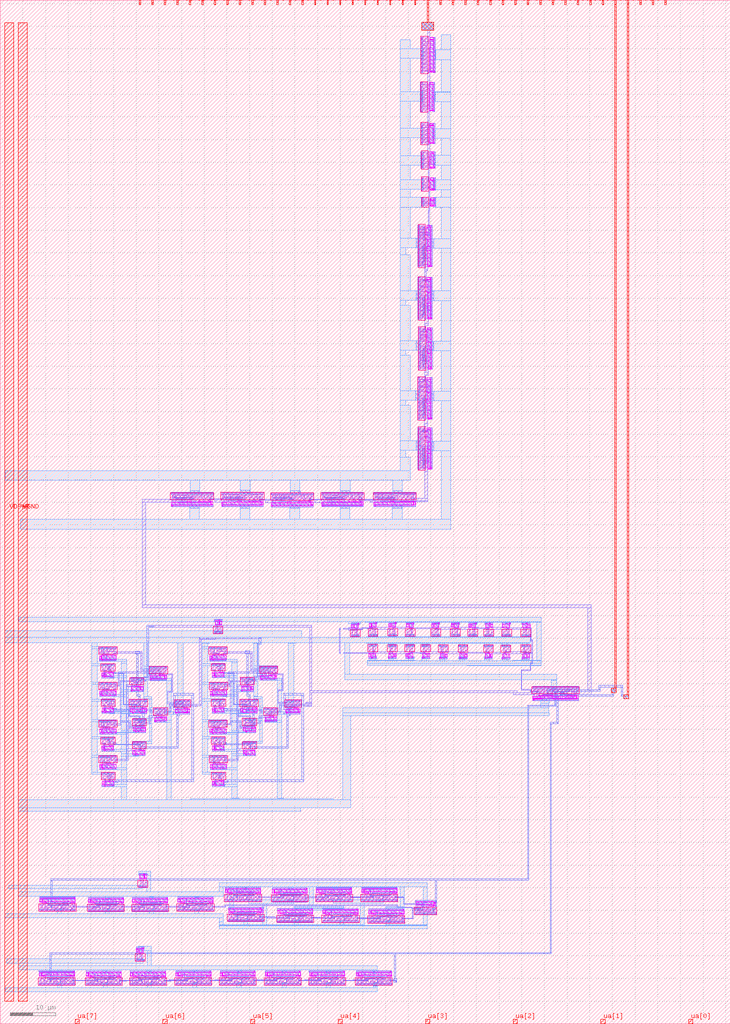
<source format=lef>
VERSION 5.7 ;
  NOWIREEXTENSIONATPIN ON ;
  DIVIDERCHAR "/" ;
  BUSBITCHARS "[]" ;
MACRO tt_um_ohmy90_adders
  CLASS BLOCK ;
  FOREIGN tt_um_ohmy90_adders ;
  ORIGIN 0.000 0.000 ;
  SIZE 161.000 BY 225.760 ;
  PIN clk
    DIRECTION INPUT ;
    USE SIGNAL ;
    PORT
      LAYER met4 ;
        RECT 143.830 224.760 144.130 225.760 ;
    END
  END clk
  PIN ena
    DIRECTION INPUT ;
    USE SIGNAL ;
    PORT
      LAYER met4 ;
        RECT 146.590 224.760 146.890 225.760 ;
    END
  END ena
  PIN rst_n
    DIRECTION INPUT ;
    USE SIGNAL ;
    PORT
      LAYER met4 ;
        RECT 141.070 224.760 141.370 225.760 ;
    END
  END rst_n
  PIN ua[0]
    DIRECTION INOUT ;
    USE SIGNAL ;
    PORT
      LAYER met4 ;
        RECT 151.810 0.000 152.710 1.000 ;
    END
  END ua[0]
  PIN ua[1]
    DIRECTION INOUT ;
    USE SIGNAL ;
    PORT
      LAYER met4 ;
        RECT 132.490 0.000 133.390 1.000 ;
    END
  END ua[1]
  PIN ua[2]
    DIRECTION INOUT ;
    USE SIGNAL ;
    PORT
      LAYER met4 ;
        RECT 113.170 0.000 114.070 1.000 ;
    END
  END ua[2]
  PIN ua[3]
    DIRECTION INOUT ;
    USE SIGNAL ;
    PORT
      LAYER met4 ;
        RECT 93.850 0.000 94.750 1.000 ;
    END
  END ua[3]
  PIN ua[4]
    DIRECTION INOUT ;
    USE SIGNAL ;
    PORT
      LAYER met4 ;
        RECT 74.530 0.000 75.430 1.000 ;
    END
  END ua[4]
  PIN ua[5]
    DIRECTION INOUT ;
    USE SIGNAL ;
    PORT
      LAYER met4 ;
        RECT 55.210 0.000 56.110 1.000 ;
    END
  END ua[5]
  PIN ua[6]
    DIRECTION INOUT ;
    USE SIGNAL ;
    PORT
      LAYER met4 ;
        RECT 35.890 0.000 36.790 1.000 ;
    END
  END ua[6]
  PIN ua[7]
    DIRECTION INOUT ;
    USE SIGNAL ;
    PORT
      LAYER met4 ;
        RECT 16.570 0.000 17.470 1.000 ;
    END
  END ua[7]
  PIN ui_in[0]
    DIRECTION INPUT ;
    USE SIGNAL ;
    ANTENNAGATEAREA 0.378000 ;
    PORT
      LAYER met4 ;
        RECT 138.310 224.760 138.610 225.760 ;
    END
  END ui_in[0]
  PIN ui_in[1]
    DIRECTION INPUT ;
    USE SIGNAL ;
    ANTENNAGATEAREA 0.252000 ;
    PORT
      LAYER met4 ;
        RECT 135.550 224.760 135.850 225.760 ;
    END
  END ui_in[1]
  PIN ui_in[2]
    DIRECTION INPUT ;
    USE SIGNAL ;
    PORT
      LAYER met4 ;
        RECT 132.790 224.760 133.090 225.760 ;
    END
  END ui_in[2]
  PIN ui_in[3]
    DIRECTION INPUT ;
    USE SIGNAL ;
    PORT
      LAYER met4 ;
        RECT 130.030 224.760 130.330 225.760 ;
    END
  END ui_in[3]
  PIN ui_in[4]
    DIRECTION INPUT ;
    USE SIGNAL ;
    PORT
      LAYER met4 ;
        RECT 127.270 224.760 127.570 225.760 ;
    END
  END ui_in[4]
  PIN ui_in[5]
    DIRECTION INPUT ;
    USE SIGNAL ;
    PORT
      LAYER met4 ;
        RECT 124.510 224.760 124.810 225.760 ;
    END
  END ui_in[5]
  PIN ui_in[6]
    DIRECTION INPUT ;
    USE SIGNAL ;
    PORT
      LAYER met4 ;
        RECT 121.750 224.760 122.050 225.760 ;
    END
  END ui_in[6]
  PIN ui_in[7]
    DIRECTION INPUT ;
    USE SIGNAL ;
    PORT
      LAYER met4 ;
        RECT 118.990 224.760 119.290 225.760 ;
    END
  END ui_in[7]
  PIN uio_in[0]
    DIRECTION INPUT ;
    USE SIGNAL ;
    PORT
      LAYER met4 ;
        RECT 116.230 224.760 116.530 225.760 ;
    END
  END uio_in[0]
  PIN uio_in[1]
    DIRECTION INPUT ;
    USE SIGNAL ;
    PORT
      LAYER met4 ;
        RECT 113.470 224.760 113.770 225.760 ;
    END
  END uio_in[1]
  PIN uio_in[2]
    DIRECTION INPUT ;
    USE SIGNAL ;
    PORT
      LAYER met4 ;
        RECT 110.710 224.760 111.010 225.760 ;
    END
  END uio_in[2]
  PIN uio_in[3]
    DIRECTION INPUT ;
    USE SIGNAL ;
    PORT
      LAYER met4 ;
        RECT 107.950 224.760 108.250 225.760 ;
    END
  END uio_in[3]
  PIN uio_in[4]
    DIRECTION INPUT ;
    USE SIGNAL ;
    PORT
      LAYER met4 ;
        RECT 105.190 224.760 105.490 225.760 ;
    END
  END uio_in[4]
  PIN uio_in[5]
    DIRECTION INPUT ;
    USE SIGNAL ;
    PORT
      LAYER met4 ;
        RECT 102.430 224.760 102.730 225.760 ;
    END
  END uio_in[5]
  PIN uio_in[6]
    DIRECTION INPUT ;
    USE SIGNAL ;
    PORT
      LAYER met4 ;
        RECT 99.670 224.760 99.970 225.760 ;
    END
  END uio_in[6]
  PIN uio_in[7]
    DIRECTION INPUT ;
    USE SIGNAL ;
    PORT
      LAYER met4 ;
        RECT 96.910 224.760 97.210 225.760 ;
    END
  END uio_in[7]
  PIN uio_oe[0]
    DIRECTION OUTPUT ;
    USE SIGNAL ;
    PORT
      LAYER met4 ;
        RECT 49.990 224.760 50.290 225.760 ;
    END
  END uio_oe[0]
  PIN uio_oe[1]
    DIRECTION OUTPUT ;
    USE SIGNAL ;
    PORT
      LAYER met4 ;
        RECT 47.230 224.760 47.530 225.760 ;
    END
  END uio_oe[1]
  PIN uio_oe[2]
    DIRECTION OUTPUT ;
    USE SIGNAL ;
    PORT
      LAYER met4 ;
        RECT 44.470 224.760 44.770 225.760 ;
    END
  END uio_oe[2]
  PIN uio_oe[3]
    DIRECTION OUTPUT ;
    USE SIGNAL ;
    PORT
      LAYER met4 ;
        RECT 41.710 224.760 42.010 225.760 ;
    END
  END uio_oe[3]
  PIN uio_oe[4]
    DIRECTION OUTPUT ;
    USE SIGNAL ;
    PORT
      LAYER met4 ;
        RECT 38.950 224.760 39.250 225.760 ;
    END
  END uio_oe[4]
  PIN uio_oe[5]
    DIRECTION OUTPUT ;
    USE SIGNAL ;
    PORT
      LAYER met4 ;
        RECT 36.190 224.760 36.490 225.760 ;
    END
  END uio_oe[5]
  PIN uio_oe[6]
    DIRECTION OUTPUT ;
    USE SIGNAL ;
    PORT
      LAYER met4 ;
        RECT 33.430 224.760 33.730 225.760 ;
    END
  END uio_oe[6]
  PIN uio_oe[7]
    DIRECTION OUTPUT ;
    USE SIGNAL ;
    PORT
      LAYER met4 ;
        RECT 30.670 224.760 30.970 225.760 ;
    END
  END uio_oe[7]
  PIN uio_out[0]
    DIRECTION OUTPUT ;
    USE SIGNAL ;
    PORT
      LAYER met4 ;
        RECT 72.070 224.760 72.370 225.760 ;
    END
  END uio_out[0]
  PIN uio_out[1]
    DIRECTION OUTPUT ;
    USE SIGNAL ;
    PORT
      LAYER met4 ;
        RECT 69.310 224.760 69.610 225.760 ;
    END
  END uio_out[1]
  PIN uio_out[2]
    DIRECTION OUTPUT ;
    USE SIGNAL ;
    PORT
      LAYER met4 ;
        RECT 66.550 224.760 66.850 225.760 ;
    END
  END uio_out[2]
  PIN uio_out[3]
    DIRECTION OUTPUT ;
    USE SIGNAL ;
    PORT
      LAYER met4 ;
        RECT 63.790 224.760 64.090 225.760 ;
    END
  END uio_out[3]
  PIN uio_out[4]
    DIRECTION OUTPUT ;
    USE SIGNAL ;
    PORT
      LAYER met4 ;
        RECT 61.030 224.760 61.330 225.760 ;
    END
  END uio_out[4]
  PIN uio_out[5]
    DIRECTION OUTPUT ;
    USE SIGNAL ;
    PORT
      LAYER met4 ;
        RECT 58.270 224.760 58.570 225.760 ;
    END
  END uio_out[5]
  PIN uio_out[6]
    DIRECTION OUTPUT ;
    USE SIGNAL ;
    PORT
      LAYER met4 ;
        RECT 55.510 224.760 55.810 225.760 ;
    END
  END uio_out[6]
  PIN uio_out[7]
    DIRECTION OUTPUT ;
    USE SIGNAL ;
    PORT
      LAYER met4 ;
        RECT 52.750 224.760 53.050 225.760 ;
    END
  END uio_out[7]
  PIN uo_out[0]
    DIRECTION OUTPUT ;
    USE SIGNAL ;
    ANTENNADIFFAREA 3.564000 ;
    PORT
      LAYER met4 ;
        RECT 94.150 224.760 94.450 225.760 ;
    END
  END uo_out[0]
  PIN uo_out[1]
    DIRECTION OUTPUT ;
    USE SIGNAL ;
    PORT
      LAYER met4 ;
        RECT 91.390 224.760 91.690 225.760 ;
    END
  END uo_out[1]
  PIN uo_out[2]
    DIRECTION OUTPUT ;
    USE SIGNAL ;
    PORT
      LAYER met4 ;
        RECT 88.630 224.760 88.930 225.760 ;
    END
  END uo_out[2]
  PIN uo_out[3]
    DIRECTION OUTPUT ;
    USE SIGNAL ;
    PORT
      LAYER met4 ;
        RECT 85.870 224.760 86.170 225.760 ;
    END
  END uo_out[3]
  PIN uo_out[4]
    DIRECTION OUTPUT ;
    USE SIGNAL ;
    PORT
      LAYER met4 ;
        RECT 83.110 224.760 83.410 225.760 ;
    END
  END uo_out[4]
  PIN uo_out[5]
    DIRECTION OUTPUT ;
    USE SIGNAL ;
    PORT
      LAYER met4 ;
        RECT 80.350 224.760 80.650 225.760 ;
    END
  END uo_out[5]
  PIN uo_out[6]
    DIRECTION OUTPUT ;
    USE SIGNAL ;
    PORT
      LAYER met4 ;
        RECT 77.590 224.760 77.890 225.760 ;
    END
  END uo_out[6]
  PIN uo_out[7]
    DIRECTION OUTPUT ;
    USE SIGNAL ;
    PORT
      LAYER met4 ;
        RECT 74.830 224.760 75.130 225.760 ;
    END
  END uo_out[7]
  PIN VDPWR
    DIRECTION INOUT ;
    USE POWER ;
    PORT
      LAYER met4 ;
        RECT 1.000 5.000 3.000 220.760 ;
    END
  END VDPWR
  PIN VGND
    DIRECTION INOUT ;
    USE GROUND ;
    PORT
      LAYER met4 ;
        RECT 4.000 5.000 6.000 220.760 ;
    END
  END VGND
  OBS
      LAYER nwell ;
        RECT 92.790 209.550 94.395 217.740 ;
      LAYER pwell ;
        RECT 94.725 217.105 95.510 217.535 ;
        RECT 94.685 210.055 95.595 217.040 ;
        RECT 94.685 209.885 95.785 210.055 ;
        RECT 94.685 209.810 95.595 209.885 ;
      LAYER nwell ;
        RECT 92.710 200.990 94.315 207.810 ;
      LAYER pwell ;
        RECT 94.645 207.175 95.430 207.605 ;
        RECT 94.605 201.495 95.515 207.155 ;
        RECT 94.605 201.350 95.705 201.495 ;
        RECT 95.535 201.325 95.705 201.350 ;
      LAYER nwell ;
        RECT 92.750 193.850 94.355 198.830 ;
      LAYER pwell ;
        RECT 94.685 198.195 95.470 198.625 ;
        RECT 94.645 194.355 95.555 198.080 ;
        RECT 94.645 194.210 95.745 194.355 ;
        RECT 95.575 194.185 95.745 194.210 ;
      LAYER nwell ;
        RECT 92.820 188.460 94.425 192.520 ;
      LAYER pwell ;
        RECT 94.755 191.885 95.540 192.315 ;
        RECT 94.715 188.965 95.625 191.865 ;
        RECT 94.715 188.795 95.815 188.965 ;
        RECT 94.715 188.705 95.625 188.795 ;
      LAYER nwell ;
        RECT 92.880 183.630 94.485 186.750 ;
      LAYER pwell ;
        RECT 94.815 186.115 95.600 186.545 ;
        RECT 94.775 184.135 95.685 186.065 ;
        RECT 94.775 183.965 95.875 184.135 ;
        RECT 94.775 183.875 95.685 183.965 ;
      LAYER nwell ;
        RECT 92.920 180.110 94.525 182.330 ;
      LAYER pwell ;
        RECT 94.855 181.695 95.640 182.125 ;
        RECT 94.815 180.615 95.725 181.665 ;
        RECT 94.815 180.445 95.915 180.615 ;
        RECT 94.815 180.315 95.725 180.445 ;
      LAYER nwell ;
        RECT 92.140 166.740 93.745 176.320 ;
      LAYER pwell ;
        RECT 94.075 175.685 94.860 176.115 ;
        RECT 94.035 172.900 94.945 175.665 ;
        RECT 94.265 171.360 94.945 172.900 ;
        RECT 94.045 170.450 94.945 171.360 ;
        RECT 94.265 167.245 94.945 170.450 ;
        RECT 94.265 167.075 95.135 167.245 ;
        RECT 94.265 166.935 94.945 167.075 ;
      LAYER nwell ;
        RECT 92.180 155.210 93.785 164.790 ;
      LAYER pwell ;
        RECT 94.115 164.155 94.900 164.585 ;
        RECT 94.075 161.370 94.985 164.135 ;
        RECT 94.305 159.830 94.985 161.370 ;
        RECT 94.085 158.920 94.985 159.830 ;
        RECT 94.305 155.715 94.985 158.920 ;
        RECT 94.305 155.545 95.175 155.715 ;
        RECT 94.305 155.405 94.985 155.545 ;
      LAYER nwell ;
        RECT 92.220 144.140 93.825 153.720 ;
      LAYER pwell ;
        RECT 94.155 153.085 94.940 153.515 ;
        RECT 94.115 150.300 95.025 153.065 ;
        RECT 94.345 148.760 95.025 150.300 ;
        RECT 94.125 147.850 95.025 148.760 ;
        RECT 94.345 144.645 95.025 147.850 ;
        RECT 94.345 144.475 95.215 144.645 ;
        RECT 94.345 144.335 95.025 144.475 ;
      LAYER nwell ;
        RECT 92.130 133.140 93.735 142.720 ;
      LAYER pwell ;
        RECT 94.065 142.085 94.850 142.515 ;
        RECT 94.025 139.300 94.935 142.065 ;
        RECT 94.255 137.760 94.935 139.300 ;
        RECT 94.035 136.850 94.935 137.760 ;
        RECT 94.255 133.645 94.935 136.850 ;
        RECT 94.255 133.475 95.125 133.645 ;
        RECT 94.255 133.335 94.935 133.475 ;
      LAYER nwell ;
        RECT 92.170 122.070 93.775 131.650 ;
      LAYER pwell ;
        RECT 94.105 131.015 94.890 131.445 ;
        RECT 94.065 128.230 94.975 130.995 ;
        RECT 94.295 126.690 94.975 128.230 ;
        RECT 94.075 125.780 94.975 126.690 ;
        RECT 94.295 122.575 94.975 125.780 ;
        RECT 94.295 122.405 95.165 122.575 ;
        RECT 94.295 122.265 94.975 122.405 ;
      LAYER nwell ;
        RECT 37.540 115.525 47.120 117.130 ;
        RECT 48.610 115.565 58.190 117.170 ;
        RECT 59.610 115.475 69.190 117.080 ;
        RECT 70.680 115.515 80.260 117.120 ;
        RECT 82.210 115.555 91.790 117.160 ;
      LAYER pwell ;
        RECT 41.250 115.005 42.160 115.225 ;
        RECT 43.700 115.005 46.465 115.235 ;
        RECT 37.735 114.325 46.465 115.005 ;
        RECT 46.485 114.410 46.915 115.195 ;
        RECT 52.320 115.045 53.230 115.265 ;
        RECT 54.770 115.045 57.535 115.275 ;
        RECT 48.805 114.365 57.535 115.045 ;
        RECT 57.555 114.450 57.985 115.235 ;
        RECT 63.320 114.955 64.230 115.175 ;
        RECT 65.770 114.955 68.535 115.185 ;
        RECT 37.875 114.135 38.045 114.325 ;
        RECT 48.945 114.175 49.115 114.365 ;
        RECT 59.805 114.275 68.535 114.955 ;
        RECT 68.555 114.360 68.985 115.145 ;
        RECT 74.390 114.995 75.300 115.215 ;
        RECT 76.840 114.995 79.605 115.225 ;
        RECT 70.875 114.315 79.605 114.995 ;
        RECT 79.625 114.400 80.055 115.185 ;
        RECT 85.920 115.035 86.830 115.255 ;
        RECT 88.370 115.035 91.135 115.265 ;
        RECT 82.405 114.355 91.135 115.035 ;
        RECT 91.155 114.440 91.585 115.225 ;
        RECT 59.945 114.085 60.115 114.275 ;
        RECT 71.015 114.125 71.185 114.315 ;
        RECT 82.545 114.165 82.715 114.355 ;
        RECT 48.215 88.885 48.385 89.055 ;
        RECT 48.215 88.865 48.320 88.885 ;
        RECT 47.390 87.955 48.320 88.865 ;
        RECT 48.465 87.995 48.895 88.780 ;
        RECT 82.790 88.335 82.960 88.505 ;
        RECT 87.160 88.345 87.330 88.515 ;
        RECT 82.790 88.315 82.895 88.335 ;
        RECT 87.160 88.325 87.265 88.345 ;
        RECT 78.900 88.145 79.070 88.315 ;
        RECT 78.900 88.125 79.005 88.145 ;
      LAYER nwell ;
        RECT 46.960 86.060 49.100 87.665 ;
      LAYER pwell ;
        RECT 77.420 87.255 77.850 88.040 ;
        RECT 78.075 87.215 79.005 88.125 ;
        RECT 81.350 87.445 81.780 88.230 ;
        RECT 81.965 87.405 82.895 88.315 ;
        RECT 85.680 87.455 86.110 88.240 ;
        RECT 86.335 87.415 87.265 88.325 ;
        RECT 91.000 88.295 91.170 88.465 ;
        RECT 96.610 88.305 96.780 88.475 ;
        RECT 100.980 88.315 101.150 88.485 ;
        RECT 91.000 88.275 91.105 88.295 ;
        RECT 96.610 88.285 96.715 88.305 ;
        RECT 100.980 88.295 101.085 88.315 ;
        RECT 89.570 87.405 90.000 88.190 ;
        RECT 90.175 87.365 91.105 88.275 ;
        RECT 95.150 87.415 95.580 88.200 ;
        RECT 95.785 87.375 96.715 88.285 ;
        RECT 99.480 87.425 99.910 88.210 ;
        RECT 100.155 87.385 101.085 88.295 ;
        RECT 104.820 88.265 104.990 88.435 ;
        RECT 104.820 88.245 104.925 88.265 ;
        RECT 103.330 87.375 103.760 88.160 ;
        RECT 103.995 87.335 104.925 88.245 ;
        RECT 107.890 88.255 108.060 88.425 ;
        RECT 112.260 88.265 112.430 88.435 ;
        RECT 107.890 88.235 107.995 88.255 ;
        RECT 112.260 88.245 112.365 88.265 ;
        RECT 107.065 87.325 107.995 88.235 ;
        RECT 108.220 87.365 108.650 88.150 ;
        RECT 110.760 87.375 111.190 88.160 ;
        RECT 111.435 87.335 112.365 88.245 ;
        RECT 116.100 88.215 116.270 88.385 ;
        RECT 116.100 88.195 116.205 88.215 ;
        RECT 115.275 87.285 116.205 88.195 ;
        RECT 116.420 87.325 116.850 88.110 ;
      LAYER nwell ;
        RECT 77.215 85.320 79.405 86.925 ;
        RECT 81.145 85.510 83.295 87.115 ;
        RECT 85.475 85.520 87.665 87.125 ;
        RECT 89.365 85.470 91.505 87.075 ;
        RECT 94.945 85.480 97.115 87.085 ;
        RECT 99.275 85.490 101.485 87.095 ;
        RECT 103.125 85.440 105.325 87.045 ;
        RECT 106.635 85.430 108.855 87.035 ;
        RECT 110.555 85.440 112.765 87.045 ;
        RECT 114.845 85.390 117.055 86.995 ;
        RECT 21.690 81.515 25.750 83.120 ;
        RECT 46.020 81.535 50.080 83.140 ;
        RECT 81.040 82.055 83.250 83.660 ;
        RECT 85.330 82.005 87.540 83.610 ;
        RECT 89.240 82.015 91.460 83.620 ;
        RECT 92.770 82.005 94.970 83.610 ;
        RECT 96.610 81.955 98.820 83.560 ;
        RECT 100.980 81.965 103.150 83.570 ;
        RECT 106.590 81.975 108.730 83.580 ;
        RECT 110.430 81.925 112.620 83.530 ;
        RECT 114.800 81.935 116.950 83.540 ;
      LAYER pwell ;
        RECT 21.895 80.400 22.325 81.185 ;
        RECT 22.385 80.315 25.555 81.225 ;
        RECT 46.225 80.420 46.655 81.205 ;
        RECT 46.715 80.335 49.885 81.245 ;
        RECT 81.245 80.940 81.675 81.725 ;
        RECT 81.890 80.855 82.820 81.765 ;
        RECT 81.890 80.835 81.995 80.855 ;
        RECT 81.825 80.665 81.995 80.835 ;
        RECT 85.730 80.805 86.660 81.715 ;
        RECT 86.905 80.890 87.335 81.675 ;
        RECT 89.445 80.900 89.875 81.685 ;
        RECT 90.100 80.815 91.030 81.725 ;
        RECT 85.730 80.785 85.835 80.805 ;
        RECT 90.100 80.795 90.205 80.815 ;
        RECT 85.665 80.615 85.835 80.785 ;
        RECT 90.035 80.625 90.205 80.795 ;
        RECT 93.170 80.805 94.100 81.715 ;
        RECT 94.335 80.890 94.765 81.675 ;
        RECT 93.170 80.785 93.275 80.805 ;
        RECT 93.105 80.615 93.275 80.785 ;
        RECT 97.010 80.755 97.940 81.665 ;
        RECT 98.185 80.840 98.615 81.625 ;
        RECT 101.380 80.765 102.310 81.675 ;
        RECT 102.515 80.850 102.945 81.635 ;
        RECT 106.990 80.775 107.920 81.685 ;
        RECT 108.095 80.860 108.525 81.645 ;
        RECT 97.010 80.735 97.115 80.755 ;
        RECT 101.380 80.745 101.485 80.765 ;
        RECT 106.990 80.755 107.095 80.775 ;
        RECT 96.945 80.565 97.115 80.735 ;
        RECT 101.315 80.575 101.485 80.745 ;
        RECT 106.925 80.585 107.095 80.755 ;
        RECT 110.830 80.725 111.760 81.635 ;
        RECT 111.985 80.810 112.415 81.595 ;
        RECT 115.200 80.735 116.130 81.645 ;
        RECT 116.315 80.820 116.745 81.605 ;
        RECT 110.830 80.705 110.935 80.725 ;
        RECT 115.200 80.715 115.305 80.735 ;
        RECT 110.765 80.535 110.935 80.705 ;
        RECT 115.135 80.545 115.305 80.715 ;
        RECT 22.485 80.125 22.655 80.315 ;
        RECT 46.815 80.145 46.985 80.335 ;
      LAYER nwell ;
        RECT 22.190 77.795 25.320 79.400 ;
      LAYER pwell ;
        RECT 22.395 76.680 22.825 77.465 ;
        RECT 23.975 77.415 24.925 77.505 ;
        RECT 22.995 76.595 24.925 77.415 ;
      LAYER nwell ;
        RECT 32.850 77.245 36.910 78.850 ;
        RECT 46.520 77.815 49.650 79.420 ;
      LAYER pwell ;
        RECT 35.120 76.725 36.255 76.955 ;
        RECT 22.995 76.575 23.145 76.595 ;
        RECT 22.975 76.405 23.145 76.575 ;
      LAYER nwell ;
        RECT 21.740 73.695 25.800 75.300 ;
        RECT 28.560 74.745 31.700 76.350 ;
      LAYER pwell ;
        RECT 33.045 76.045 36.255 76.725 ;
        RECT 36.275 76.130 36.705 76.915 ;
        RECT 46.725 76.700 47.155 77.485 ;
        RECT 48.305 77.435 49.255 77.525 ;
        RECT 47.325 76.615 49.255 77.435 ;
      LAYER nwell ;
        RECT 57.180 77.265 61.240 78.870 ;
      LAYER pwell ;
        RECT 59.450 76.745 60.585 76.975 ;
        RECT 47.325 76.595 47.475 76.615 ;
        RECT 47.305 76.425 47.475 76.595 ;
        RECT 33.185 75.855 33.355 76.045 ;
        RECT 29.895 74.365 30.845 74.455 ;
        RECT 28.915 73.545 30.845 74.365 ;
        RECT 31.065 73.630 31.495 74.415 ;
      LAYER nwell ;
        RECT 46.070 73.715 50.130 75.320 ;
        RECT 52.890 74.765 56.030 76.370 ;
      LAYER pwell ;
        RECT 57.375 76.065 60.585 76.745 ;
        RECT 60.605 76.150 61.035 76.935 ;
        RECT 57.515 75.875 57.685 76.065 ;
        RECT 54.225 74.385 55.175 74.475 ;
        RECT 53.245 73.565 55.175 74.385 ;
        RECT 55.395 73.650 55.825 74.435 ;
        RECT 53.245 73.545 53.395 73.565 ;
        RECT 28.915 73.525 29.065 73.545 ;
        RECT 21.945 72.580 22.375 73.365 ;
        RECT 22.435 72.495 25.605 73.405 ;
        RECT 28.895 73.355 29.065 73.525 ;
        RECT 46.275 72.600 46.705 73.385 ;
        RECT 46.765 72.515 49.935 73.425 ;
        RECT 53.225 73.375 53.395 73.545 ;
      LAYER nwell ;
        RECT 117.230 72.745 127.730 74.350 ;
      LAYER pwell ;
        RECT 22.535 72.305 22.705 72.495 ;
        RECT 46.865 72.325 47.035 72.515 ;
        RECT 120.630 72.440 121.980 72.475 ;
        RECT 119.690 72.395 121.980 72.440 ;
        RECT 118.750 72.225 121.980 72.395 ;
        RECT 125.055 72.455 125.975 72.475 ;
        RECT 125.055 72.225 127.075 72.455 ;
        RECT 117.425 71.795 127.075 72.225 ;
        RECT 117.425 71.760 120.620 71.795 ;
        RECT 117.425 71.715 119.680 71.760 ;
      LAYER nwell ;
        RECT 22.240 69.975 25.370 71.580 ;
        RECT 28.470 69.915 32.530 71.520 ;
        RECT 38.420 69.835 42.020 71.440 ;
        RECT 46.560 69.995 49.700 71.600 ;
      LAYER pwell ;
        RECT 117.425 71.545 119.185 71.715 ;
        RECT 121.980 71.545 127.075 71.795 ;
        RECT 127.095 71.630 127.525 72.415 ;
      LAYER nwell ;
        RECT 52.800 69.935 56.860 71.540 ;
        RECT 62.750 69.855 66.350 71.460 ;
      LAYER pwell ;
        RECT 117.565 71.355 117.735 71.545 ;
        RECT 22.445 68.860 22.875 69.645 ;
        RECT 24.025 69.595 24.975 69.685 ;
        RECT 23.045 68.775 24.975 69.595 ;
        RECT 28.675 68.800 29.105 69.585 ;
        RECT 31.200 69.395 32.335 69.625 ;
        RECT 23.045 68.755 23.195 68.775 ;
        RECT 23.025 68.585 23.195 68.755 ;
        RECT 29.125 68.715 32.335 69.395 ;
        RECT 29.265 68.525 29.435 68.715 ;
      LAYER nwell ;
        RECT 33.780 68.045 36.900 69.650 ;
      LAYER pwell ;
        RECT 40.420 69.345 41.365 69.545 ;
        RECT 38.615 68.665 41.365 69.345 ;
        RECT 41.385 68.720 41.815 69.505 ;
        RECT 46.765 68.880 47.195 69.665 ;
        RECT 48.355 69.615 49.305 69.705 ;
        RECT 47.375 68.795 49.305 69.615 ;
        RECT 53.005 68.820 53.435 69.605 ;
        RECT 55.530 69.415 56.665 69.645 ;
        RECT 47.375 68.775 47.525 68.795 ;
        RECT 38.760 68.445 38.930 68.665 ;
        RECT 40.420 68.635 41.365 68.665 ;
        RECT 47.355 68.605 47.525 68.775 ;
        RECT 53.455 68.735 56.665 69.415 ;
        RECT 53.595 68.545 53.765 68.735 ;
      LAYER nwell ;
        RECT 58.110 68.065 61.240 69.670 ;
      LAYER pwell ;
        RECT 64.750 69.365 65.695 69.565 ;
        RECT 62.945 68.685 65.695 69.365 ;
        RECT 65.715 68.740 66.145 69.525 ;
        RECT 63.090 68.465 63.260 68.685 ;
        RECT 64.750 68.655 65.695 68.685 ;
        RECT 35.025 67.525 35.955 67.755 ;
      LAYER nwell ;
        RECT 21.700 65.355 25.760 66.960 ;
        RECT 29.090 65.705 32.230 67.310 ;
      LAYER pwell ;
        RECT 34.120 66.845 35.955 67.525 ;
        RECT 36.265 66.930 36.695 67.715 ;
        RECT 59.355 67.545 60.285 67.775 ;
        RECT 34.120 66.825 34.285 66.845 ;
        RECT 34.115 66.655 34.285 66.825 ;
        RECT 21.905 64.240 22.335 65.025 ;
        RECT 22.395 64.155 25.565 65.065 ;
        RECT 29.295 64.590 29.725 65.375 ;
        RECT 31.115 65.185 32.035 65.415 ;
      LAYER nwell ;
        RECT 46.030 65.375 50.090 66.980 ;
        RECT 53.420 65.725 56.560 67.330 ;
      LAYER pwell ;
        RECT 58.450 66.865 60.285 67.545 ;
        RECT 60.605 66.950 61.035 67.735 ;
        RECT 58.450 66.845 58.615 66.865 ;
        RECT 58.445 66.675 58.615 66.845 ;
        RECT 29.745 64.505 32.035 65.185 ;
        RECT 29.885 64.315 30.055 64.505 ;
        RECT 46.235 64.260 46.665 65.045 ;
        RECT 46.725 64.175 49.895 65.085 ;
        RECT 53.625 64.610 54.055 65.395 ;
        RECT 55.445 65.205 56.365 65.435 ;
        RECT 54.075 64.525 56.365 65.205 ;
        RECT 54.215 64.335 54.385 64.525 ;
        RECT 22.495 63.965 22.665 64.155 ;
        RECT 46.825 63.985 46.995 64.175 ;
      LAYER nwell ;
        RECT 22.200 61.635 25.330 63.240 ;
      LAYER pwell ;
        RECT 22.405 60.520 22.835 61.305 ;
        RECT 23.985 61.255 24.935 61.345 ;
        RECT 23.005 60.435 24.935 61.255 ;
      LAYER nwell ;
        RECT 29.070 60.605 32.210 62.210 ;
        RECT 46.520 61.655 49.660 63.260 ;
      LAYER pwell ;
        RECT 46.725 60.540 47.155 61.325 ;
        RECT 48.315 61.275 49.265 61.365 ;
        RECT 47.335 60.455 49.265 61.275 ;
      LAYER nwell ;
        RECT 53.400 60.625 56.540 62.230 ;
      LAYER pwell ;
        RECT 47.335 60.435 47.485 60.455 ;
        RECT 23.005 60.415 23.155 60.435 ;
        RECT 22.985 60.245 23.155 60.415 ;
        RECT 29.275 59.490 29.705 60.275 ;
        RECT 30.865 60.225 31.815 60.315 ;
        RECT 47.315 60.265 47.485 60.435 ;
        RECT 29.885 59.405 31.815 60.225 ;
        RECT 53.605 59.510 54.035 60.295 ;
        RECT 55.195 60.245 56.145 60.335 ;
        RECT 54.215 59.425 56.145 60.245 ;
        RECT 54.215 59.405 54.365 59.425 ;
        RECT 29.885 59.385 30.035 59.405 ;
        RECT 29.865 59.215 30.035 59.385 ;
        RECT 54.195 59.235 54.365 59.405 ;
      LAYER nwell ;
        RECT 21.750 57.535 25.810 59.140 ;
        RECT 46.080 57.555 50.140 59.160 ;
      LAYER pwell ;
        RECT 21.955 56.420 22.385 57.205 ;
        RECT 22.445 56.335 25.615 57.245 ;
        RECT 46.285 56.440 46.715 57.225 ;
        RECT 46.775 56.355 49.945 57.265 ;
        RECT 22.545 56.145 22.715 56.335 ;
        RECT 46.875 56.165 47.045 56.355 ;
      LAYER nwell ;
        RECT 22.240 53.815 25.380 55.420 ;
        RECT 46.570 53.835 49.710 55.440 ;
      LAYER pwell ;
        RECT 22.445 52.700 22.875 53.485 ;
        RECT 24.035 53.435 24.985 53.525 ;
        RECT 23.055 52.615 24.985 53.435 ;
        RECT 46.775 52.720 47.205 53.505 ;
        RECT 48.365 53.455 49.315 53.545 ;
        RECT 47.385 52.635 49.315 53.455 ;
        RECT 47.385 52.615 47.535 52.635 ;
        RECT 23.055 52.595 23.205 52.615 ;
        RECT 23.035 52.425 23.205 52.595 ;
        RECT 47.365 52.445 47.535 52.615 ;
        RECT 31.625 32.915 31.795 33.085 ;
        RECT 31.625 32.895 31.730 32.915 ;
        RECT 30.800 31.985 31.730 32.895 ;
        RECT 31.905 32.025 32.335 32.810 ;
      LAYER nwell ;
        RECT 30.370 30.090 32.540 31.695 ;
      LAYER pwell ;
        RECT 57.130 29.735 57.300 29.925 ;
        RECT 49.655 28.865 50.085 29.650 ;
        RECT 50.270 29.055 57.445 29.735 ;
        RECT 67.440 29.675 67.610 29.865 ;
        RECT 77.230 29.715 77.400 29.905 ;
        RECT 87.200 29.745 87.370 29.935 ;
        RECT 50.270 28.825 51.200 29.055 ;
        RECT 56.515 28.825 57.445 29.055 ;
        RECT 59.955 28.805 60.385 29.590 ;
        RECT 60.580 28.995 67.755 29.675 ;
        RECT 60.580 28.765 61.510 28.995 ;
        RECT 66.825 28.765 67.755 28.995 ;
        RECT 69.745 28.845 70.175 29.630 ;
        RECT 70.370 29.035 77.545 29.715 ;
        RECT 70.370 28.805 71.300 29.035 ;
        RECT 76.615 28.805 77.545 29.035 ;
        RECT 79.725 28.875 80.155 29.660 ;
        RECT 80.340 29.065 87.515 29.745 ;
        RECT 80.340 28.835 81.270 29.065 ;
        RECT 86.585 28.835 87.515 29.065 ;
        RECT 16.220 27.635 16.390 27.825 ;
        RECT 8.745 26.765 9.175 27.550 ;
        RECT 9.360 26.955 16.535 27.635 ;
        RECT 26.890 27.595 27.060 27.785 ;
        RECT 36.650 27.595 36.820 27.785 ;
        RECT 46.660 27.625 46.830 27.815 ;
        RECT 9.360 26.725 10.290 26.955 ;
        RECT 15.605 26.725 16.535 26.955 ;
        RECT 19.415 26.725 19.845 27.510 ;
        RECT 20.030 26.915 27.205 27.595 ;
        RECT 20.030 26.685 20.960 26.915 ;
        RECT 26.275 26.685 27.205 26.915 ;
        RECT 29.165 26.725 29.595 27.510 ;
        RECT 29.790 26.915 36.965 27.595 ;
        RECT 29.790 26.685 30.720 26.915 ;
        RECT 36.035 26.685 36.965 26.915 ;
        RECT 39.175 26.755 39.605 27.540 ;
        RECT 39.800 26.945 46.975 27.625 ;
        RECT 39.800 26.715 40.730 26.945 ;
        RECT 46.045 26.715 46.975 26.945 ;
      LAYER nwell ;
        RECT 49.450 26.930 57.640 28.535 ;
        RECT 59.750 26.870 67.950 28.475 ;
        RECT 69.540 26.910 77.740 28.515 ;
        RECT 79.520 26.940 87.710 28.545 ;
      LAYER pwell ;
        RECT 95.060 26.875 95.230 27.065 ;
      LAYER nwell ;
        RECT 8.540 24.830 16.730 26.435 ;
        RECT 19.210 24.790 27.400 26.395 ;
        RECT 28.960 24.790 37.160 26.395 ;
        RECT 38.970 24.820 47.170 26.425 ;
      LAYER pwell ;
        RECT 91.745 26.195 95.645 26.875 ;
        RECT 94.715 25.965 95.645 26.195 ;
        RECT 95.665 26.005 96.095 26.790 ;
        RECT 57.270 25.365 57.440 25.555 ;
        RECT 50.410 24.685 57.585 25.365 ;
        RECT 50.410 24.455 51.340 24.685 ;
        RECT 56.655 24.455 57.585 24.685 ;
        RECT 57.605 24.495 58.035 25.280 ;
        RECT 68.620 25.145 68.790 25.335 ;
        RECT 61.155 24.275 61.585 25.060 ;
        RECT 61.760 24.465 68.935 25.145 ;
        RECT 78.630 25.115 78.800 25.305 ;
        RECT 61.760 24.235 62.690 24.465 ;
        RECT 68.005 24.235 68.935 24.465 ;
        RECT 71.155 24.245 71.585 25.030 ;
        RECT 71.770 24.435 78.945 25.115 ;
        RECT 88.740 25.025 88.910 25.215 ;
        RECT 71.770 24.205 72.700 24.435 ;
        RECT 78.015 24.205 78.945 24.435 ;
      LAYER nwell ;
        RECT 50.040 22.560 58.240 24.165 ;
      LAYER pwell ;
        RECT 81.275 24.155 81.705 24.940 ;
        RECT 81.880 24.345 89.055 25.025 ;
        RECT 81.880 24.115 82.810 24.345 ;
        RECT 88.125 24.115 89.055 24.345 ;
      LAYER nwell ;
        RECT 91.320 24.070 96.300 25.675 ;
        RECT 60.950 22.340 69.130 23.945 ;
        RECT 70.950 22.310 79.140 23.915 ;
        RECT 81.070 22.220 89.250 23.825 ;
      LAYER pwell ;
        RECT 31.475 16.615 31.645 16.785 ;
        RECT 31.475 16.595 31.580 16.615 ;
        RECT 29.985 15.725 30.415 16.510 ;
        RECT 30.650 15.685 31.580 16.595 ;
      LAYER nwell ;
        RECT 29.780 13.790 31.980 15.395 ;
      LAYER pwell ;
        RECT 16.070 11.335 16.240 11.525 ;
        RECT 8.595 10.465 9.025 11.250 ;
        RECT 9.210 10.655 16.385 11.335 ;
        RECT 26.420 11.315 26.590 11.505 ;
        RECT 36.180 11.315 36.350 11.505 ;
        RECT 46.190 11.345 46.360 11.535 ;
        RECT 55.950 11.345 56.120 11.535 ;
        RECT 65.910 11.345 66.080 11.535 ;
        RECT 75.670 11.345 75.840 11.535 ;
        RECT 85.990 11.345 86.160 11.535 ;
        RECT 9.210 10.425 10.140 10.655 ;
        RECT 15.455 10.425 16.385 10.655 ;
        RECT 18.945 10.445 19.375 11.230 ;
        RECT 19.560 10.635 26.735 11.315 ;
        RECT 19.560 10.405 20.490 10.635 ;
        RECT 25.805 10.405 26.735 10.635 ;
        RECT 28.725 10.445 29.155 11.230 ;
        RECT 29.320 10.635 36.495 11.315 ;
        RECT 29.320 10.405 30.250 10.635 ;
        RECT 35.565 10.405 36.495 10.635 ;
        RECT 38.715 10.475 39.145 11.260 ;
        RECT 39.330 10.665 46.505 11.345 ;
        RECT 39.330 10.435 40.260 10.665 ;
        RECT 45.575 10.435 46.505 10.665 ;
        RECT 48.495 10.475 48.925 11.260 ;
        RECT 49.090 10.665 56.265 11.345 ;
        RECT 49.090 10.435 50.020 10.665 ;
        RECT 55.335 10.435 56.265 10.665 ;
        RECT 58.435 10.475 58.865 11.260 ;
        RECT 59.050 10.665 66.225 11.345 ;
        RECT 59.050 10.435 59.980 10.665 ;
        RECT 65.295 10.435 66.225 10.665 ;
        RECT 68.205 10.475 68.635 11.260 ;
        RECT 68.810 10.665 75.985 11.345 ;
        RECT 68.810 10.435 69.740 10.665 ;
        RECT 75.055 10.435 75.985 10.665 ;
        RECT 78.515 10.475 78.945 11.260 ;
        RECT 79.130 10.665 86.305 11.345 ;
        RECT 79.130 10.435 80.060 10.665 ;
        RECT 85.375 10.435 86.305 10.665 ;
      LAYER nwell ;
        RECT 8.390 8.530 16.580 10.135 ;
        RECT 18.740 8.510 26.930 10.115 ;
        RECT 28.520 8.510 36.690 10.115 ;
        RECT 38.510 8.540 46.700 10.145 ;
        RECT 48.290 8.540 56.460 10.145 ;
        RECT 58.230 8.540 66.420 10.145 ;
        RECT 68.000 8.540 76.180 10.145 ;
        RECT 78.310 8.540 86.500 10.145 ;
      LAYER li1 ;
        RECT 92.895 217.465 93.065 217.550 ;
        RECT 95.615 217.465 95.785 217.550 ;
        RECT 92.895 217.175 94.230 217.465 ;
        RECT 94.890 217.175 95.785 217.465 ;
        RECT 92.895 216.910 93.065 217.175 ;
        RECT 95.615 216.910 95.785 217.175 ;
        RECT 92.895 216.700 93.865 216.910 ;
        RECT 94.815 216.700 95.785 216.910 ;
        RECT 92.895 216.030 93.065 216.700 ;
        RECT 93.235 216.200 95.445 216.530 ;
        RECT 92.895 215.860 93.865 216.030 ;
        RECT 92.895 215.190 93.065 215.860 ;
        RECT 94.035 215.690 94.205 216.200 ;
        RECT 93.235 215.360 94.205 215.690 ;
        RECT 92.895 215.020 93.865 215.190 ;
        RECT 92.895 214.350 93.065 215.020 ;
        RECT 94.035 214.850 94.205 215.360 ;
        RECT 94.795 215.690 94.985 216.200 ;
        RECT 95.615 216.030 95.785 216.700 ;
        RECT 95.155 215.860 95.785 216.030 ;
        RECT 94.795 215.360 95.445 215.690 ;
        RECT 93.235 214.520 94.205 214.850 ;
        RECT 92.895 214.180 93.865 214.350 ;
        RECT 92.895 213.510 93.065 214.180 ;
        RECT 94.035 214.010 94.205 214.520 ;
        RECT 93.235 213.680 94.205 214.010 ;
        RECT 92.895 213.340 93.865 213.510 ;
        RECT 92.895 212.670 93.065 213.340 ;
        RECT 94.035 213.170 94.205 213.680 ;
        RECT 93.235 212.840 94.205 213.170 ;
        RECT 92.895 212.500 93.865 212.670 ;
        RECT 92.895 211.830 93.065 212.500 ;
        RECT 94.035 212.330 94.205 212.840 ;
        RECT 93.235 212.000 94.205 212.330 ;
        RECT 92.895 211.660 93.865 211.830 ;
        RECT 92.895 210.990 93.065 211.660 ;
        RECT 94.035 211.490 94.205 212.000 ;
        RECT 93.235 211.160 94.205 211.490 ;
        RECT 92.895 210.820 93.865 210.990 ;
        RECT 92.895 210.150 93.065 210.820 ;
        RECT 94.035 210.650 94.205 211.160 ;
        RECT 93.235 210.320 94.205 210.650 ;
        RECT 92.895 209.940 94.215 210.150 ;
        RECT 92.895 209.740 93.065 209.940 ;
        RECT 94.385 209.825 94.625 215.265 ;
        RECT 94.795 214.850 94.985 215.360 ;
        RECT 95.615 215.190 95.785 215.860 ;
        RECT 95.155 215.020 95.785 215.190 ;
        RECT 94.795 214.520 95.445 214.850 ;
        RECT 94.795 214.010 94.985 214.520 ;
        RECT 95.615 214.350 95.785 215.020 ;
        RECT 95.155 214.180 95.785 214.350 ;
        RECT 94.795 213.680 95.445 214.010 ;
        RECT 94.795 213.170 94.985 213.680 ;
        RECT 95.615 213.510 95.785 214.180 ;
        RECT 95.155 213.340 95.785 213.510 ;
        RECT 94.795 212.840 95.445 213.170 ;
        RECT 94.795 212.330 94.985 212.840 ;
        RECT 95.615 212.670 95.785 213.340 ;
        RECT 95.155 212.500 95.785 212.670 ;
        RECT 94.795 212.000 95.445 212.330 ;
        RECT 94.795 211.490 94.985 212.000 ;
        RECT 95.615 211.830 95.785 212.500 ;
        RECT 95.155 211.660 95.785 211.830 ;
        RECT 94.795 211.160 95.445 211.490 ;
        RECT 94.795 210.650 94.985 211.160 ;
        RECT 95.615 210.990 95.785 211.660 ;
        RECT 95.155 210.820 95.785 210.990 ;
        RECT 94.795 210.320 95.445 210.650 ;
        RECT 95.615 210.150 95.785 210.820 ;
        RECT 94.815 209.920 95.785 210.150 ;
        RECT 95.615 209.740 95.785 209.920 ;
        RECT 92.815 207.535 92.985 207.620 ;
        RECT 95.535 207.535 95.705 207.620 ;
        RECT 92.815 207.245 94.150 207.535 ;
        RECT 94.810 207.245 95.705 207.535 ;
        RECT 92.815 207.075 92.985 207.245 ;
        RECT 95.535 207.075 95.705 207.245 ;
        RECT 92.815 206.735 93.785 207.075 ;
        RECT 92.815 205.890 92.985 206.735 ;
        RECT 93.955 206.725 94.905 207.075 ;
        RECT 95.075 206.735 95.705 207.075 ;
        RECT 93.955 206.390 94.125 206.725 ;
        RECT 93.155 206.060 94.125 206.390 ;
        RECT 92.815 205.720 93.785 205.890 ;
        RECT 92.815 205.050 92.985 205.720 ;
        RECT 93.955 205.550 94.125 206.060 ;
        RECT 93.155 205.220 94.125 205.550 ;
        RECT 92.815 204.880 93.785 205.050 ;
        RECT 92.815 204.210 92.985 204.880 ;
        RECT 93.955 204.710 94.125 205.220 ;
        RECT 93.155 204.380 94.125 204.710 ;
        RECT 92.815 204.040 93.785 204.210 ;
        RECT 92.815 203.370 92.985 204.040 ;
        RECT 93.955 203.870 94.125 204.380 ;
        RECT 93.155 203.540 94.125 203.870 ;
        RECT 92.815 203.200 93.785 203.370 ;
        RECT 92.815 202.530 92.985 203.200 ;
        RECT 93.955 203.030 94.125 203.540 ;
        RECT 93.155 202.700 94.125 203.030 ;
        RECT 92.815 202.360 93.785 202.530 ;
        RECT 92.815 201.690 92.985 202.360 ;
        RECT 93.955 202.190 94.125 202.700 ;
        RECT 93.155 201.860 94.125 202.190 ;
        RECT 94.295 201.860 94.545 206.450 ;
        RECT 94.715 206.390 94.905 206.725 ;
        RECT 94.715 206.060 95.365 206.390 ;
        RECT 94.715 205.550 94.905 206.060 ;
        RECT 95.535 205.890 95.705 206.735 ;
        RECT 95.075 205.720 95.705 205.890 ;
        RECT 94.715 205.220 95.365 205.550 ;
        RECT 94.715 204.710 94.905 205.220 ;
        RECT 95.535 205.050 95.705 205.720 ;
        RECT 95.075 204.880 95.705 205.050 ;
        RECT 94.715 204.380 95.365 204.710 ;
        RECT 94.715 203.870 94.905 204.380 ;
        RECT 95.535 204.210 95.705 204.880 ;
        RECT 95.075 204.040 95.705 204.210 ;
        RECT 94.715 203.540 95.365 203.870 ;
        RECT 94.715 203.030 94.905 203.540 ;
        RECT 95.535 203.370 95.705 204.040 ;
        RECT 95.075 203.200 95.705 203.370 ;
        RECT 94.715 202.700 95.365 203.030 ;
        RECT 94.715 202.190 94.905 202.700 ;
        RECT 95.535 202.530 95.705 203.200 ;
        RECT 95.075 202.360 95.705 202.530 ;
        RECT 94.715 201.860 95.365 202.190 ;
        RECT 93.955 201.690 94.125 201.860 ;
        RECT 94.715 201.690 94.905 201.860 ;
        RECT 95.535 201.690 95.705 202.360 ;
        RECT 92.815 201.435 93.785 201.690 ;
        RECT 92.815 201.180 92.985 201.435 ;
        RECT 93.955 201.265 94.905 201.690 ;
        RECT 95.075 201.435 95.705 201.690 ;
        RECT 95.535 201.180 95.705 201.435 ;
        RECT 92.855 198.555 93.025 198.640 ;
        RECT 95.575 198.555 95.745 198.640 ;
        RECT 92.855 198.265 94.190 198.555 ;
        RECT 94.850 198.265 95.745 198.555 ;
        RECT 92.855 198.040 93.025 198.265 ;
        RECT 92.855 197.740 93.825 198.040 ;
        RECT 93.995 197.775 94.945 198.095 ;
        RECT 95.575 198.045 95.745 198.265 ;
        RECT 92.855 197.070 93.025 197.740 ;
        RECT 93.995 197.570 94.165 197.775 ;
        RECT 93.195 197.240 94.165 197.570 ;
        RECT 92.855 196.900 93.825 197.070 ;
        RECT 92.855 196.230 93.025 196.900 ;
        RECT 93.995 196.730 94.165 197.240 ;
        RECT 93.195 196.400 94.165 196.730 ;
        RECT 92.855 196.060 93.825 196.230 ;
        RECT 92.855 195.390 93.025 196.060 ;
        RECT 93.995 195.890 94.165 196.400 ;
        RECT 93.195 195.560 94.165 195.890 ;
        RECT 92.855 195.220 93.825 195.390 ;
        RECT 92.855 194.550 93.025 195.220 ;
        RECT 93.995 195.050 94.165 195.560 ;
        RECT 93.195 194.720 94.165 195.050 ;
        RECT 94.335 194.720 94.585 197.575 ;
        RECT 94.755 197.570 94.945 197.775 ;
        RECT 95.115 197.740 95.745 198.045 ;
        RECT 94.755 197.240 95.405 197.570 ;
        RECT 94.755 196.730 94.945 197.240 ;
        RECT 95.575 197.070 95.745 197.740 ;
        RECT 95.115 196.900 95.745 197.070 ;
        RECT 94.755 196.400 95.405 196.730 ;
        RECT 94.755 195.890 94.945 196.400 ;
        RECT 95.575 196.230 95.745 196.900 ;
        RECT 95.115 196.060 95.745 196.230 ;
        RECT 94.755 195.560 95.405 195.890 ;
        RECT 94.755 195.050 94.945 195.560 ;
        RECT 95.575 195.390 95.745 196.060 ;
        RECT 95.115 195.220 95.745 195.390 ;
        RECT 94.755 194.720 95.405 195.050 ;
        RECT 92.855 194.295 93.825 194.550 ;
        RECT 93.995 194.470 94.165 194.720 ;
        RECT 94.755 194.470 94.945 194.720 ;
        RECT 95.575 194.550 95.745 195.220 ;
        RECT 92.855 194.040 93.025 194.295 ;
        RECT 93.995 194.125 94.945 194.470 ;
        RECT 95.115 194.295 95.745 194.550 ;
        RECT 95.575 194.040 95.745 194.295 ;
        RECT 92.925 192.245 93.095 192.330 ;
        RECT 95.645 192.245 95.815 192.330 ;
        RECT 92.925 191.955 94.260 192.245 ;
        RECT 94.920 191.955 95.815 192.245 ;
        RECT 92.925 191.685 93.095 191.955 ;
        RECT 92.925 191.515 93.555 191.685 ;
        RECT 92.925 190.845 93.095 191.515 ;
        RECT 94.045 191.435 95.005 191.785 ;
        RECT 95.645 191.685 95.815 191.955 ;
        RECT 95.180 191.435 95.815 191.685 ;
        RECT 94.045 191.345 94.235 191.435 ;
        RECT 93.265 191.015 94.235 191.345 ;
        RECT 94.825 191.265 95.005 191.435 ;
        RECT 92.925 190.675 93.895 190.845 ;
        RECT 92.925 190.005 93.095 190.675 ;
        RECT 94.065 190.505 94.235 191.015 ;
        RECT 93.265 190.175 94.235 190.505 ;
        RECT 92.925 189.835 93.895 190.005 ;
        RECT 92.925 189.075 93.095 189.835 ;
        RECT 94.065 189.665 94.235 190.175 ;
        RECT 93.265 189.335 94.235 189.665 ;
        RECT 92.925 188.780 94.235 189.075 ;
        RECT 92.925 188.650 93.095 188.780 ;
        RECT 94.405 188.755 94.655 191.265 ;
        RECT 94.825 191.095 95.475 191.265 ;
        RECT 94.825 190.425 95.005 191.095 ;
        RECT 95.645 190.845 95.815 191.435 ;
        RECT 95.185 190.675 95.815 190.845 ;
        RECT 94.825 190.255 95.475 190.425 ;
        RECT 94.825 189.585 95.005 190.255 ;
        RECT 95.645 190.005 95.815 190.675 ;
        RECT 95.185 189.835 95.815 190.005 ;
        RECT 94.825 189.415 95.475 189.585 ;
        RECT 95.645 189.045 95.815 189.835 ;
        RECT 95.185 188.780 95.815 189.045 ;
        RECT 95.645 188.650 95.815 188.780 ;
        RECT 92.985 186.475 93.155 186.560 ;
        RECT 95.705 186.475 95.875 186.560 ;
        RECT 92.985 186.185 94.320 186.475 ;
        RECT 94.980 186.185 95.875 186.475 ;
        RECT 92.985 185.935 93.155 186.185 ;
        RECT 92.985 185.725 93.615 185.935 ;
        RECT 94.105 185.725 95.065 185.990 ;
        RECT 95.705 185.975 95.875 186.185 ;
        RECT 95.240 185.725 95.875 185.975 ;
        RECT 92.985 185.055 93.155 185.725 ;
        RECT 94.105 185.555 94.295 185.725 ;
        RECT 94.885 185.555 95.065 185.725 ;
        RECT 93.325 185.225 94.295 185.555 ;
        RECT 92.985 184.885 93.955 185.055 ;
        RECT 92.985 184.215 93.155 184.885 ;
        RECT 94.125 184.715 94.295 185.225 ;
        RECT 93.325 184.385 94.295 184.715 ;
        RECT 92.985 183.950 94.295 184.215 ;
        RECT 92.985 183.820 93.155 183.950 ;
        RECT 94.465 183.925 94.715 185.555 ;
        RECT 94.885 185.225 95.535 185.555 ;
        RECT 94.885 184.715 95.065 185.225 ;
        RECT 95.705 185.055 95.875 185.725 ;
        RECT 95.245 184.885 95.875 185.055 ;
        RECT 94.885 184.385 95.535 184.715 ;
        RECT 95.705 184.215 95.875 184.885 ;
        RECT 95.245 183.950 95.875 184.215 ;
        RECT 95.705 183.820 95.875 183.950 ;
        RECT 93.025 182.055 93.195 182.140 ;
        RECT 95.745 182.055 95.915 182.140 ;
        RECT 93.025 181.765 94.360 182.055 ;
        RECT 95.020 181.765 95.915 182.055 ;
        RECT 93.025 181.535 93.195 181.765 ;
        RECT 95.745 181.535 95.915 181.765 ;
        RECT 93.025 181.325 94.335 181.535 ;
        RECT 94.925 181.325 95.915 181.535 ;
        RECT 93.025 180.655 93.195 181.325 ;
        RECT 93.365 180.905 95.575 181.155 ;
        RECT 93.365 180.825 94.345 180.905 ;
        RECT 94.945 180.825 95.575 180.905 ;
        RECT 93.025 180.425 94.335 180.655 ;
        RECT 93.025 180.300 93.195 180.425 ;
        RECT 94.505 180.405 94.755 180.735 ;
        RECT 95.745 180.655 95.915 181.325 ;
        RECT 94.925 180.425 95.915 180.655 ;
        RECT 95.745 180.300 95.915 180.425 ;
        RECT 92.245 176.045 92.415 176.130 ;
        RECT 94.965 176.045 95.135 176.130 ;
        RECT 92.245 175.755 93.580 176.045 ;
        RECT 94.240 175.755 95.135 176.045 ;
        RECT 92.245 175.075 92.415 175.755 ;
        RECT 92.585 175.345 94.795 175.580 ;
        RECT 92.585 175.245 93.570 175.345 ;
        RECT 94.140 175.325 94.795 175.345 ;
        RECT 92.245 174.860 93.555 175.075 ;
        RECT 92.245 173.650 92.415 174.860 ;
        RECT 93.725 174.670 94.055 175.175 ;
        RECT 94.965 175.155 95.135 175.755 ;
        RECT 94.505 174.835 95.135 175.155 ;
        RECT 92.605 174.600 94.055 174.670 ;
        RECT 92.605 174.400 94.705 174.600 ;
        RECT 92.605 174.340 93.335 174.400 ;
        RECT 94.435 174.350 94.705 174.400 ;
        RECT 93.475 174.160 94.310 174.230 ;
        RECT 93.475 174.150 94.745 174.160 ;
        RECT 92.630 174.040 94.745 174.150 ;
        RECT 92.630 173.995 93.605 174.040 ;
        RECT 92.630 173.820 93.555 173.995 ;
        RECT 94.185 173.985 94.745 174.040 ;
        RECT 92.245 173.480 93.425 173.650 ;
        RECT 92.245 172.735 92.415 173.480 ;
        RECT 93.725 173.320 94.055 173.870 ;
        RECT 94.225 173.830 94.745 173.985 ;
        RECT 94.965 173.660 95.135 174.835 ;
        RECT 94.355 173.490 95.135 173.660 ;
        RECT 93.725 173.310 94.750 173.320 ;
        RECT 92.585 173.120 94.750 173.310 ;
        RECT 92.585 172.970 93.520 173.120 ;
        RECT 94.225 172.990 94.750 173.120 ;
        RECT 92.245 172.420 92.915 172.735 ;
        RECT 92.245 170.710 92.415 172.420 ;
        RECT 93.145 172.410 93.520 172.970 ;
        RECT 93.725 172.240 94.055 172.950 ;
        RECT 94.965 172.725 95.135 173.490 ;
        RECT 94.435 172.515 95.135 172.725 ;
        RECT 92.715 172.070 94.685 172.240 ;
        RECT 92.715 171.355 92.885 172.070 ;
        RECT 93.055 171.580 94.345 171.900 ;
        RECT 94.015 171.435 94.345 171.580 ;
        RECT 94.515 171.455 94.685 172.070 ;
        RECT 93.085 171.220 93.805 171.410 ;
        RECT 92.585 171.050 92.915 171.130 ;
        RECT 94.515 171.050 94.685 171.285 ;
        RECT 92.585 170.880 94.685 171.050 ;
        RECT 92.245 170.540 93.215 170.710 ;
        RECT 93.475 170.540 93.805 170.710 ;
        RECT 92.245 168.635 92.415 170.540 ;
        RECT 93.475 170.370 93.735 170.540 ;
        RECT 93.985 170.420 94.285 170.880 ;
        RECT 94.965 170.700 95.135 172.515 ;
        RECT 92.690 170.200 93.735 170.370 ;
        RECT 93.955 170.220 94.285 170.420 ;
        RECT 94.465 170.330 95.135 170.700 ;
        RECT 92.690 169.265 92.860 170.200 ;
        RECT 93.030 169.670 93.395 170.030 ;
        RECT 93.565 170.010 93.735 170.200 ;
        RECT 93.565 169.840 94.685 170.010 ;
        RECT 93.030 169.500 94.315 169.670 ;
        RECT 93.330 169.090 93.925 169.330 ;
        RECT 94.095 169.145 94.315 169.500 ;
        RECT 94.515 169.335 94.685 169.840 ;
        RECT 92.585 168.920 93.140 169.055 ;
        RECT 94.515 168.975 94.685 169.140 ;
        RECT 94.245 168.920 94.685 168.975 ;
        RECT 92.585 168.805 94.685 168.920 ;
        RECT 93.010 168.750 94.375 168.805 ;
        RECT 94.965 168.635 95.135 170.330 ;
        RECT 92.245 168.370 92.875 168.635 ;
        RECT 92.245 167.775 92.415 168.370 ;
        RECT 93.385 168.300 94.335 168.580 ;
        RECT 94.505 168.385 95.135 168.635 ;
        RECT 92.585 167.945 94.705 168.130 ;
        RECT 94.965 167.775 95.135 168.385 ;
        RECT 92.245 167.445 92.915 167.775 ;
        RECT 93.085 167.540 94.415 167.770 ;
        RECT 92.245 166.930 92.415 167.445 ;
        RECT 93.085 167.275 93.255 167.540 ;
        RECT 92.585 167.105 93.255 167.275 ;
        RECT 93.425 167.020 94.075 167.370 ;
        RECT 94.245 167.275 94.415 167.540 ;
        RECT 94.585 167.445 95.135 167.775 ;
        RECT 94.245 167.105 94.705 167.275 ;
        RECT 94.965 166.930 95.135 167.445 ;
        RECT 92.285 164.515 92.455 164.600 ;
        RECT 95.005 164.515 95.175 164.600 ;
        RECT 92.285 164.225 93.620 164.515 ;
        RECT 94.280 164.225 95.175 164.515 ;
        RECT 92.285 163.545 92.455 164.225 ;
        RECT 92.625 163.815 94.835 164.050 ;
        RECT 92.625 163.715 93.610 163.815 ;
        RECT 94.180 163.795 94.835 163.815 ;
        RECT 92.285 163.330 93.595 163.545 ;
        RECT 92.285 162.120 92.455 163.330 ;
        RECT 93.765 163.140 94.095 163.645 ;
        RECT 95.005 163.625 95.175 164.225 ;
        RECT 94.545 163.305 95.175 163.625 ;
        RECT 92.645 163.070 94.095 163.140 ;
        RECT 92.645 162.870 94.745 163.070 ;
        RECT 92.645 162.810 93.375 162.870 ;
        RECT 94.475 162.820 94.745 162.870 ;
        RECT 93.515 162.630 94.350 162.700 ;
        RECT 93.515 162.620 94.785 162.630 ;
        RECT 92.670 162.510 94.785 162.620 ;
        RECT 92.670 162.465 93.645 162.510 ;
        RECT 92.670 162.290 93.595 162.465 ;
        RECT 94.225 162.455 94.785 162.510 ;
        RECT 92.285 161.950 93.465 162.120 ;
        RECT 92.285 161.205 92.455 161.950 ;
        RECT 93.765 161.790 94.095 162.340 ;
        RECT 94.265 162.300 94.785 162.455 ;
        RECT 95.005 162.130 95.175 163.305 ;
        RECT 94.395 161.960 95.175 162.130 ;
        RECT 93.765 161.780 94.790 161.790 ;
        RECT 92.625 161.590 94.790 161.780 ;
        RECT 92.625 161.440 93.560 161.590 ;
        RECT 94.265 161.460 94.790 161.590 ;
        RECT 92.285 160.890 92.955 161.205 ;
        RECT 92.285 159.180 92.455 160.890 ;
        RECT 93.185 160.880 93.560 161.440 ;
        RECT 93.765 160.710 94.095 161.420 ;
        RECT 95.005 161.195 95.175 161.960 ;
        RECT 94.475 160.985 95.175 161.195 ;
        RECT 92.755 160.540 94.725 160.710 ;
        RECT 92.755 159.825 92.925 160.540 ;
        RECT 93.095 160.050 94.385 160.370 ;
        RECT 94.055 159.905 94.385 160.050 ;
        RECT 94.555 159.925 94.725 160.540 ;
        RECT 93.125 159.690 93.845 159.880 ;
        RECT 92.625 159.520 92.955 159.600 ;
        RECT 94.555 159.520 94.725 159.755 ;
        RECT 92.625 159.350 94.725 159.520 ;
        RECT 92.285 159.010 93.255 159.180 ;
        RECT 93.515 159.010 93.845 159.180 ;
        RECT 92.285 157.105 92.455 159.010 ;
        RECT 93.515 158.840 93.775 159.010 ;
        RECT 94.025 158.890 94.325 159.350 ;
        RECT 95.005 159.170 95.175 160.985 ;
        RECT 92.730 158.670 93.775 158.840 ;
        RECT 93.995 158.690 94.325 158.890 ;
        RECT 94.505 158.800 95.175 159.170 ;
        RECT 92.730 157.735 92.900 158.670 ;
        RECT 93.070 158.140 93.435 158.500 ;
        RECT 93.605 158.480 93.775 158.670 ;
        RECT 93.605 158.310 94.725 158.480 ;
        RECT 93.070 157.970 94.355 158.140 ;
        RECT 93.370 157.560 93.965 157.800 ;
        RECT 94.135 157.615 94.355 157.970 ;
        RECT 94.555 157.805 94.725 158.310 ;
        RECT 92.625 157.390 93.180 157.525 ;
        RECT 94.555 157.445 94.725 157.610 ;
        RECT 94.285 157.390 94.725 157.445 ;
        RECT 92.625 157.275 94.725 157.390 ;
        RECT 93.050 157.220 94.415 157.275 ;
        RECT 95.005 157.105 95.175 158.800 ;
        RECT 92.285 156.840 92.915 157.105 ;
        RECT 92.285 156.245 92.455 156.840 ;
        RECT 93.425 156.770 94.375 157.050 ;
        RECT 94.545 156.855 95.175 157.105 ;
        RECT 92.625 156.415 94.745 156.600 ;
        RECT 95.005 156.245 95.175 156.855 ;
        RECT 92.285 155.915 92.955 156.245 ;
        RECT 93.125 156.010 94.455 156.240 ;
        RECT 92.285 155.400 92.455 155.915 ;
        RECT 93.125 155.745 93.295 156.010 ;
        RECT 92.625 155.575 93.295 155.745 ;
        RECT 93.465 155.490 94.115 155.840 ;
        RECT 94.285 155.745 94.455 156.010 ;
        RECT 94.625 155.915 95.175 156.245 ;
        RECT 94.285 155.575 94.745 155.745 ;
        RECT 95.005 155.400 95.175 155.915 ;
        RECT 92.325 153.445 92.495 153.530 ;
        RECT 95.045 153.445 95.215 153.530 ;
        RECT 92.325 153.155 93.660 153.445 ;
        RECT 94.320 153.155 95.215 153.445 ;
        RECT 92.325 152.475 92.495 153.155 ;
        RECT 92.665 152.745 94.875 152.980 ;
        RECT 92.665 152.645 93.650 152.745 ;
        RECT 94.220 152.725 94.875 152.745 ;
        RECT 92.325 152.260 93.635 152.475 ;
        RECT 92.325 151.050 92.495 152.260 ;
        RECT 93.805 152.070 94.135 152.575 ;
        RECT 95.045 152.555 95.215 153.155 ;
        RECT 94.585 152.235 95.215 152.555 ;
        RECT 92.685 152.000 94.135 152.070 ;
        RECT 92.685 151.800 94.785 152.000 ;
        RECT 92.685 151.740 93.415 151.800 ;
        RECT 94.515 151.750 94.785 151.800 ;
        RECT 93.555 151.560 94.390 151.630 ;
        RECT 93.555 151.550 94.825 151.560 ;
        RECT 92.710 151.440 94.825 151.550 ;
        RECT 92.710 151.395 93.685 151.440 ;
        RECT 92.710 151.220 93.635 151.395 ;
        RECT 94.265 151.385 94.825 151.440 ;
        RECT 92.325 150.880 93.505 151.050 ;
        RECT 92.325 150.135 92.495 150.880 ;
        RECT 93.805 150.720 94.135 151.270 ;
        RECT 94.305 151.230 94.825 151.385 ;
        RECT 95.045 151.060 95.215 152.235 ;
        RECT 94.435 150.890 95.215 151.060 ;
        RECT 93.805 150.710 94.830 150.720 ;
        RECT 92.665 150.520 94.830 150.710 ;
        RECT 92.665 150.370 93.600 150.520 ;
        RECT 94.305 150.390 94.830 150.520 ;
        RECT 92.325 149.820 92.995 150.135 ;
        RECT 92.325 148.110 92.495 149.820 ;
        RECT 93.225 149.810 93.600 150.370 ;
        RECT 93.805 149.640 94.135 150.350 ;
        RECT 95.045 150.125 95.215 150.890 ;
        RECT 94.515 149.915 95.215 150.125 ;
        RECT 92.795 149.470 94.765 149.640 ;
        RECT 92.795 148.755 92.965 149.470 ;
        RECT 93.135 148.980 94.425 149.300 ;
        RECT 94.095 148.835 94.425 148.980 ;
        RECT 94.595 148.855 94.765 149.470 ;
        RECT 93.165 148.620 93.885 148.810 ;
        RECT 92.665 148.450 92.995 148.530 ;
        RECT 94.595 148.450 94.765 148.685 ;
        RECT 92.665 148.280 94.765 148.450 ;
        RECT 92.325 147.940 93.295 148.110 ;
        RECT 93.555 147.940 93.885 148.110 ;
        RECT 92.325 146.035 92.495 147.940 ;
        RECT 93.555 147.770 93.815 147.940 ;
        RECT 94.065 147.820 94.365 148.280 ;
        RECT 95.045 148.100 95.215 149.915 ;
        RECT 92.770 147.600 93.815 147.770 ;
        RECT 94.035 147.620 94.365 147.820 ;
        RECT 94.545 147.730 95.215 148.100 ;
        RECT 92.770 146.665 92.940 147.600 ;
        RECT 93.110 147.070 93.475 147.430 ;
        RECT 93.645 147.410 93.815 147.600 ;
        RECT 93.645 147.240 94.765 147.410 ;
        RECT 93.110 146.900 94.395 147.070 ;
        RECT 93.410 146.490 94.005 146.730 ;
        RECT 94.175 146.545 94.395 146.900 ;
        RECT 94.595 146.735 94.765 147.240 ;
        RECT 92.665 146.320 93.220 146.455 ;
        RECT 94.595 146.375 94.765 146.540 ;
        RECT 94.325 146.320 94.765 146.375 ;
        RECT 92.665 146.205 94.765 146.320 ;
        RECT 93.090 146.150 94.455 146.205 ;
        RECT 95.045 146.035 95.215 147.730 ;
        RECT 92.325 145.770 92.955 146.035 ;
        RECT 92.325 145.175 92.495 145.770 ;
        RECT 93.465 145.700 94.415 145.980 ;
        RECT 94.585 145.785 95.215 146.035 ;
        RECT 92.665 145.345 94.785 145.530 ;
        RECT 95.045 145.175 95.215 145.785 ;
        RECT 92.325 144.845 92.995 145.175 ;
        RECT 93.165 144.940 94.495 145.170 ;
        RECT 92.325 144.330 92.495 144.845 ;
        RECT 93.165 144.675 93.335 144.940 ;
        RECT 92.665 144.505 93.335 144.675 ;
        RECT 93.505 144.420 94.155 144.770 ;
        RECT 94.325 144.675 94.495 144.940 ;
        RECT 94.665 144.845 95.215 145.175 ;
        RECT 94.325 144.505 94.785 144.675 ;
        RECT 95.045 144.330 95.215 144.845 ;
        RECT 92.235 142.445 92.405 142.530 ;
        RECT 94.955 142.445 95.125 142.530 ;
        RECT 92.235 142.155 93.570 142.445 ;
        RECT 94.230 142.155 95.125 142.445 ;
        RECT 92.235 141.475 92.405 142.155 ;
        RECT 92.575 141.745 94.785 141.980 ;
        RECT 92.575 141.645 93.560 141.745 ;
        RECT 94.130 141.725 94.785 141.745 ;
        RECT 92.235 141.260 93.545 141.475 ;
        RECT 92.235 140.050 92.405 141.260 ;
        RECT 93.715 141.070 94.045 141.575 ;
        RECT 94.955 141.555 95.125 142.155 ;
        RECT 94.495 141.235 95.125 141.555 ;
        RECT 92.595 141.000 94.045 141.070 ;
        RECT 92.595 140.800 94.695 141.000 ;
        RECT 92.595 140.740 93.325 140.800 ;
        RECT 94.425 140.750 94.695 140.800 ;
        RECT 93.465 140.560 94.300 140.630 ;
        RECT 93.465 140.550 94.735 140.560 ;
        RECT 92.620 140.440 94.735 140.550 ;
        RECT 92.620 140.395 93.595 140.440 ;
        RECT 92.620 140.220 93.545 140.395 ;
        RECT 94.175 140.385 94.735 140.440 ;
        RECT 92.235 139.880 93.415 140.050 ;
        RECT 92.235 139.135 92.405 139.880 ;
        RECT 93.715 139.720 94.045 140.270 ;
        RECT 94.215 140.230 94.735 140.385 ;
        RECT 94.955 140.060 95.125 141.235 ;
        RECT 94.345 139.890 95.125 140.060 ;
        RECT 93.715 139.710 94.740 139.720 ;
        RECT 92.575 139.520 94.740 139.710 ;
        RECT 92.575 139.370 93.510 139.520 ;
        RECT 94.215 139.390 94.740 139.520 ;
        RECT 92.235 138.820 92.905 139.135 ;
        RECT 92.235 137.110 92.405 138.820 ;
        RECT 93.135 138.810 93.510 139.370 ;
        RECT 93.715 138.640 94.045 139.350 ;
        RECT 94.955 139.125 95.125 139.890 ;
        RECT 94.425 138.915 95.125 139.125 ;
        RECT 92.705 138.470 94.675 138.640 ;
        RECT 92.705 137.755 92.875 138.470 ;
        RECT 93.045 137.980 94.335 138.300 ;
        RECT 94.005 137.835 94.335 137.980 ;
        RECT 94.505 137.855 94.675 138.470 ;
        RECT 93.075 137.620 93.795 137.810 ;
        RECT 92.575 137.450 92.905 137.530 ;
        RECT 94.505 137.450 94.675 137.685 ;
        RECT 92.575 137.280 94.675 137.450 ;
        RECT 92.235 136.940 93.205 137.110 ;
        RECT 93.465 136.940 93.795 137.110 ;
        RECT 92.235 135.035 92.405 136.940 ;
        RECT 93.465 136.770 93.725 136.940 ;
        RECT 93.975 136.820 94.275 137.280 ;
        RECT 94.955 137.100 95.125 138.915 ;
        RECT 92.680 136.600 93.725 136.770 ;
        RECT 93.945 136.620 94.275 136.820 ;
        RECT 94.455 136.730 95.125 137.100 ;
        RECT 92.680 135.665 92.850 136.600 ;
        RECT 93.020 136.070 93.385 136.430 ;
        RECT 93.555 136.410 93.725 136.600 ;
        RECT 93.555 136.240 94.675 136.410 ;
        RECT 93.020 135.900 94.305 136.070 ;
        RECT 93.320 135.490 93.915 135.730 ;
        RECT 94.085 135.545 94.305 135.900 ;
        RECT 94.505 135.735 94.675 136.240 ;
        RECT 92.575 135.320 93.130 135.455 ;
        RECT 94.505 135.375 94.675 135.540 ;
        RECT 94.235 135.320 94.675 135.375 ;
        RECT 92.575 135.205 94.675 135.320 ;
        RECT 93.000 135.150 94.365 135.205 ;
        RECT 94.955 135.035 95.125 136.730 ;
        RECT 92.235 134.770 92.865 135.035 ;
        RECT 92.235 134.175 92.405 134.770 ;
        RECT 93.375 134.700 94.325 134.980 ;
        RECT 94.495 134.785 95.125 135.035 ;
        RECT 92.575 134.345 94.695 134.530 ;
        RECT 94.955 134.175 95.125 134.785 ;
        RECT 92.235 133.845 92.905 134.175 ;
        RECT 93.075 133.940 94.405 134.170 ;
        RECT 92.235 133.330 92.405 133.845 ;
        RECT 93.075 133.675 93.245 133.940 ;
        RECT 92.575 133.505 93.245 133.675 ;
        RECT 93.415 133.420 94.065 133.770 ;
        RECT 94.235 133.675 94.405 133.940 ;
        RECT 94.575 133.845 95.125 134.175 ;
        RECT 94.235 133.505 94.695 133.675 ;
        RECT 94.955 133.330 95.125 133.845 ;
        RECT 92.275 131.375 92.445 131.460 ;
        RECT 94.995 131.375 95.165 131.460 ;
        RECT 92.275 131.085 93.610 131.375 ;
        RECT 94.270 131.085 95.165 131.375 ;
        RECT 92.275 130.405 92.445 131.085 ;
        RECT 92.615 130.675 94.825 130.910 ;
        RECT 92.615 130.575 93.600 130.675 ;
        RECT 94.170 130.655 94.825 130.675 ;
        RECT 92.275 130.190 93.585 130.405 ;
        RECT 92.275 128.980 92.445 130.190 ;
        RECT 93.755 130.000 94.085 130.505 ;
        RECT 94.995 130.485 95.165 131.085 ;
        RECT 94.535 130.165 95.165 130.485 ;
        RECT 92.635 129.930 94.085 130.000 ;
        RECT 92.635 129.730 94.735 129.930 ;
        RECT 92.635 129.670 93.365 129.730 ;
        RECT 94.465 129.680 94.735 129.730 ;
        RECT 93.505 129.490 94.340 129.560 ;
        RECT 93.505 129.480 94.775 129.490 ;
        RECT 92.660 129.370 94.775 129.480 ;
        RECT 92.660 129.325 93.635 129.370 ;
        RECT 92.660 129.150 93.585 129.325 ;
        RECT 94.215 129.315 94.775 129.370 ;
        RECT 92.275 128.810 93.455 128.980 ;
        RECT 92.275 128.065 92.445 128.810 ;
        RECT 93.755 128.650 94.085 129.200 ;
        RECT 94.255 129.160 94.775 129.315 ;
        RECT 94.995 128.990 95.165 130.165 ;
        RECT 94.385 128.820 95.165 128.990 ;
        RECT 93.755 128.640 94.780 128.650 ;
        RECT 92.615 128.450 94.780 128.640 ;
        RECT 92.615 128.300 93.550 128.450 ;
        RECT 94.255 128.320 94.780 128.450 ;
        RECT 92.275 127.750 92.945 128.065 ;
        RECT 92.275 126.040 92.445 127.750 ;
        RECT 93.175 127.740 93.550 128.300 ;
        RECT 93.755 127.570 94.085 128.280 ;
        RECT 94.995 128.055 95.165 128.820 ;
        RECT 94.465 127.845 95.165 128.055 ;
        RECT 92.745 127.400 94.715 127.570 ;
        RECT 92.745 126.685 92.915 127.400 ;
        RECT 93.085 126.910 94.375 127.230 ;
        RECT 94.045 126.765 94.375 126.910 ;
        RECT 94.545 126.785 94.715 127.400 ;
        RECT 93.115 126.550 93.835 126.740 ;
        RECT 92.615 126.380 92.945 126.460 ;
        RECT 94.545 126.380 94.715 126.615 ;
        RECT 92.615 126.210 94.715 126.380 ;
        RECT 92.275 125.870 93.245 126.040 ;
        RECT 93.505 125.870 93.835 126.040 ;
        RECT 92.275 123.965 92.445 125.870 ;
        RECT 93.505 125.700 93.765 125.870 ;
        RECT 94.015 125.750 94.315 126.210 ;
        RECT 94.995 126.030 95.165 127.845 ;
        RECT 92.720 125.530 93.765 125.700 ;
        RECT 93.985 125.550 94.315 125.750 ;
        RECT 94.495 125.660 95.165 126.030 ;
        RECT 92.720 124.595 92.890 125.530 ;
        RECT 93.060 125.000 93.425 125.360 ;
        RECT 93.595 125.340 93.765 125.530 ;
        RECT 93.595 125.170 94.715 125.340 ;
        RECT 93.060 124.830 94.345 125.000 ;
        RECT 93.360 124.420 93.955 124.660 ;
        RECT 94.125 124.475 94.345 124.830 ;
        RECT 94.545 124.665 94.715 125.170 ;
        RECT 92.615 124.250 93.170 124.385 ;
        RECT 94.545 124.305 94.715 124.470 ;
        RECT 94.275 124.250 94.715 124.305 ;
        RECT 92.615 124.135 94.715 124.250 ;
        RECT 93.040 124.080 94.405 124.135 ;
        RECT 94.995 123.965 95.165 125.660 ;
        RECT 92.275 123.700 92.905 123.965 ;
        RECT 92.275 123.105 92.445 123.700 ;
        RECT 93.415 123.630 94.365 123.910 ;
        RECT 94.535 123.715 95.165 123.965 ;
        RECT 92.615 123.275 94.735 123.460 ;
        RECT 94.995 123.105 95.165 123.715 ;
        RECT 92.275 122.775 92.945 123.105 ;
        RECT 93.115 122.870 94.445 123.100 ;
        RECT 92.275 122.260 92.445 122.775 ;
        RECT 93.115 122.605 93.285 122.870 ;
        RECT 92.615 122.435 93.285 122.605 ;
        RECT 93.455 122.350 94.105 122.700 ;
        RECT 94.275 122.605 94.445 122.870 ;
        RECT 94.615 122.775 95.165 123.105 ;
        RECT 94.275 122.435 94.735 122.605 ;
        RECT 94.995 122.260 95.165 122.775 ;
        RECT 37.730 116.855 46.930 117.025 ;
        RECT 48.800 116.895 58.000 117.065 ;
        RECT 37.905 116.185 38.075 116.685 ;
        RECT 38.245 116.355 38.575 116.855 ;
        RECT 37.905 116.015 38.570 116.185 ;
        RECT 37.820 115.195 38.170 115.845 ;
        RECT 38.340 115.025 38.570 116.015 ;
        RECT 37.905 114.855 38.570 115.025 ;
        RECT 37.905 114.565 38.075 114.855 ;
        RECT 38.245 114.305 38.575 114.685 ;
        RECT 38.745 114.565 38.930 116.685 ;
        RECT 39.170 116.395 39.435 116.855 ;
        RECT 39.605 116.260 39.855 116.685 ;
        RECT 40.065 116.410 41.170 116.580 ;
        RECT 39.550 116.130 39.855 116.260 ;
        RECT 39.100 114.935 39.380 115.885 ;
        RECT 39.550 115.025 39.720 116.130 ;
        RECT 39.890 115.345 40.130 115.940 ;
        RECT 40.300 115.875 40.830 116.240 ;
        RECT 40.300 115.175 40.470 115.875 ;
        RECT 41.000 115.795 41.170 116.410 ;
        RECT 41.340 116.055 41.510 116.855 ;
        RECT 41.680 116.355 41.930 116.685 ;
        RECT 42.155 116.385 43.040 116.555 ;
        RECT 41.000 115.705 41.510 115.795 ;
        RECT 39.550 114.895 39.775 115.025 ;
        RECT 39.945 114.955 40.470 115.175 ;
        RECT 40.640 115.535 41.510 115.705 ;
        RECT 39.185 114.305 39.435 114.765 ;
        RECT 39.605 114.755 39.775 114.895 ;
        RECT 40.640 114.755 40.810 115.535 ;
        RECT 41.340 115.465 41.510 115.535 ;
        RECT 41.020 115.285 41.220 115.315 ;
        RECT 41.680 115.285 41.850 116.355 ;
        RECT 42.020 115.465 42.210 116.185 ;
        RECT 41.020 114.985 41.850 115.285 ;
        RECT 42.380 115.255 42.700 116.215 ;
        RECT 39.605 114.585 39.940 114.755 ;
        RECT 40.135 114.585 40.810 114.755 ;
        RECT 41.130 114.305 41.500 114.805 ;
        RECT 41.680 114.755 41.850 114.985 ;
        RECT 42.235 114.925 42.700 115.255 ;
        RECT 42.870 115.545 43.040 116.385 ;
        RECT 43.220 116.355 43.535 116.855 ;
        RECT 43.770 116.125 44.110 116.685 ;
        RECT 43.210 115.750 44.110 116.125 ;
        RECT 44.280 115.845 44.450 116.855 ;
        RECT 43.920 115.545 44.110 115.750 ;
        RECT 44.620 115.795 44.950 116.640 ;
        RECT 45.140 115.935 45.470 116.665 ;
        RECT 44.620 115.715 45.030 115.795 ;
        RECT 44.795 115.665 45.030 115.715 ;
        RECT 42.870 115.215 43.750 115.545 ;
        RECT 43.920 115.215 44.670 115.545 ;
        RECT 42.870 114.755 43.040 115.215 ;
        RECT 43.920 115.045 44.120 115.215 ;
        RECT 44.840 115.085 45.030 115.665 ;
        RECT 44.785 115.045 45.030 115.085 ;
        RECT 41.680 114.585 42.085 114.755 ;
        RECT 42.255 114.585 43.040 114.755 ;
        RECT 43.315 114.305 43.525 114.835 ;
        RECT 43.790 114.520 44.120 115.045 ;
        RECT 44.630 114.960 45.030 115.045 ;
        RECT 45.200 115.545 45.470 115.935 ;
        RECT 45.660 115.715 45.875 116.855 ;
        RECT 46.045 115.700 46.380 116.685 ;
        RECT 45.200 115.215 45.975 115.545 ;
        RECT 44.290 114.305 44.460 114.915 ;
        RECT 44.630 114.525 44.960 114.960 ;
        RECT 45.200 114.835 45.400 115.215 ;
        RECT 46.145 115.130 46.380 115.700 ;
        RECT 46.555 115.690 46.845 116.855 ;
        RECT 48.975 116.225 49.145 116.725 ;
        RECT 49.315 116.395 49.645 116.895 ;
        RECT 48.975 116.055 49.640 116.225 ;
        RECT 48.890 115.235 49.240 115.885 ;
        RECT 45.150 114.565 45.400 114.835 ;
        RECT 45.635 114.305 45.955 114.765 ;
        RECT 46.125 114.475 46.380 115.130 ;
        RECT 49.410 115.065 49.640 116.055 ;
        RECT 46.555 114.305 46.845 115.030 ;
        RECT 48.975 114.895 49.640 115.065 ;
        RECT 48.975 114.605 49.145 114.895 ;
        RECT 49.315 114.345 49.645 114.725 ;
        RECT 49.815 114.605 50.000 116.725 ;
        RECT 50.240 116.435 50.505 116.895 ;
        RECT 50.675 116.300 50.925 116.725 ;
        RECT 51.135 116.450 52.240 116.620 ;
        RECT 50.620 116.170 50.925 116.300 ;
        RECT 50.170 114.975 50.450 115.925 ;
        RECT 50.620 115.065 50.790 116.170 ;
        RECT 50.960 115.385 51.200 115.980 ;
        RECT 51.370 115.915 51.900 116.280 ;
        RECT 51.370 115.215 51.540 115.915 ;
        RECT 52.070 115.835 52.240 116.450 ;
        RECT 52.410 116.095 52.580 116.895 ;
        RECT 52.750 116.395 53.000 116.725 ;
        RECT 53.225 116.425 54.110 116.595 ;
        RECT 52.070 115.745 52.580 115.835 ;
        RECT 50.620 114.935 50.845 115.065 ;
        RECT 51.015 114.995 51.540 115.215 ;
        RECT 51.710 115.575 52.580 115.745 ;
        RECT 50.255 114.345 50.505 114.805 ;
        RECT 50.675 114.795 50.845 114.935 ;
        RECT 51.710 114.795 51.880 115.575 ;
        RECT 52.410 115.505 52.580 115.575 ;
        RECT 52.090 115.325 52.290 115.355 ;
        RECT 52.750 115.325 52.920 116.395 ;
        RECT 53.090 115.505 53.280 116.225 ;
        RECT 52.090 115.025 52.920 115.325 ;
        RECT 53.450 115.295 53.770 116.255 ;
        RECT 50.675 114.625 51.010 114.795 ;
        RECT 51.205 114.625 51.880 114.795 ;
        RECT 52.200 114.345 52.570 114.845 ;
        RECT 52.750 114.795 52.920 115.025 ;
        RECT 53.305 114.965 53.770 115.295 ;
        RECT 53.940 115.585 54.110 116.425 ;
        RECT 54.290 116.395 54.605 116.895 ;
        RECT 54.840 116.165 55.180 116.725 ;
        RECT 54.280 115.790 55.180 116.165 ;
        RECT 55.350 115.885 55.520 116.895 ;
        RECT 54.990 115.585 55.180 115.790 ;
        RECT 55.690 115.835 56.020 116.680 ;
        RECT 56.210 115.975 56.540 116.705 ;
        RECT 55.690 115.755 56.100 115.835 ;
        RECT 55.865 115.705 56.100 115.755 ;
        RECT 53.940 115.255 54.820 115.585 ;
        RECT 54.990 115.255 55.740 115.585 ;
        RECT 53.940 114.795 54.110 115.255 ;
        RECT 54.990 115.085 55.190 115.255 ;
        RECT 55.910 115.125 56.100 115.705 ;
        RECT 55.855 115.085 56.100 115.125 ;
        RECT 52.750 114.625 53.155 114.795 ;
        RECT 53.325 114.625 54.110 114.795 ;
        RECT 54.385 114.345 54.595 114.875 ;
        RECT 54.860 114.560 55.190 115.085 ;
        RECT 55.700 115.000 56.100 115.085 ;
        RECT 56.270 115.585 56.540 115.975 ;
        RECT 56.730 115.755 56.945 116.895 ;
        RECT 57.115 115.740 57.450 116.725 ;
        RECT 56.270 115.255 57.045 115.585 ;
        RECT 55.360 114.345 55.530 114.955 ;
        RECT 55.700 114.565 56.030 115.000 ;
        RECT 56.270 114.875 56.470 115.255 ;
        RECT 57.215 115.170 57.450 115.740 ;
        RECT 57.625 115.730 57.915 116.895 ;
        RECT 59.800 116.805 69.000 116.975 ;
        RECT 70.870 116.845 80.070 117.015 ;
        RECT 82.400 116.885 91.600 117.055 ;
        RECT 59.975 116.135 60.145 116.635 ;
        RECT 60.315 116.305 60.645 116.805 ;
        RECT 59.975 115.965 60.640 116.135 ;
        RECT 56.220 114.605 56.470 114.875 ;
        RECT 56.705 114.345 57.025 114.805 ;
        RECT 57.195 114.515 57.450 115.170 ;
        RECT 59.890 115.145 60.240 115.795 ;
        RECT 57.625 114.345 57.915 115.070 ;
        RECT 60.410 114.975 60.640 115.965 ;
        RECT 59.975 114.805 60.640 114.975 ;
        RECT 59.975 114.515 60.145 114.805 ;
        RECT 37.730 114.135 46.930 114.305 ;
        RECT 48.800 114.175 58.000 114.345 ;
        RECT 60.315 114.255 60.645 114.635 ;
        RECT 60.815 114.515 61.000 116.635 ;
        RECT 61.240 116.345 61.505 116.805 ;
        RECT 61.675 116.210 61.925 116.635 ;
        RECT 62.135 116.360 63.240 116.530 ;
        RECT 61.620 116.080 61.925 116.210 ;
        RECT 61.170 114.885 61.450 115.835 ;
        RECT 61.620 114.975 61.790 116.080 ;
        RECT 61.960 115.295 62.200 115.890 ;
        RECT 62.370 115.825 62.900 116.190 ;
        RECT 62.370 115.125 62.540 115.825 ;
        RECT 63.070 115.745 63.240 116.360 ;
        RECT 63.410 116.005 63.580 116.805 ;
        RECT 63.750 116.305 64.000 116.635 ;
        RECT 64.225 116.335 65.110 116.505 ;
        RECT 63.070 115.655 63.580 115.745 ;
        RECT 61.620 114.845 61.845 114.975 ;
        RECT 62.015 114.905 62.540 115.125 ;
        RECT 62.710 115.485 63.580 115.655 ;
        RECT 61.255 114.255 61.505 114.715 ;
        RECT 61.675 114.705 61.845 114.845 ;
        RECT 62.710 114.705 62.880 115.485 ;
        RECT 63.410 115.415 63.580 115.485 ;
        RECT 63.090 115.235 63.290 115.265 ;
        RECT 63.750 115.235 63.920 116.305 ;
        RECT 64.090 115.415 64.280 116.135 ;
        RECT 63.090 114.935 63.920 115.235 ;
        RECT 64.450 115.205 64.770 116.165 ;
        RECT 61.675 114.535 62.010 114.705 ;
        RECT 62.205 114.535 62.880 114.705 ;
        RECT 63.200 114.255 63.570 114.755 ;
        RECT 63.750 114.705 63.920 114.935 ;
        RECT 64.305 114.875 64.770 115.205 ;
        RECT 64.940 115.495 65.110 116.335 ;
        RECT 65.290 116.305 65.605 116.805 ;
        RECT 65.840 116.075 66.180 116.635 ;
        RECT 65.280 115.700 66.180 116.075 ;
        RECT 66.350 115.795 66.520 116.805 ;
        RECT 65.990 115.495 66.180 115.700 ;
        RECT 66.690 115.745 67.020 116.590 ;
        RECT 67.210 115.885 67.540 116.615 ;
        RECT 66.690 115.665 67.100 115.745 ;
        RECT 66.865 115.615 67.100 115.665 ;
        RECT 64.940 115.165 65.820 115.495 ;
        RECT 65.990 115.165 66.740 115.495 ;
        RECT 64.940 114.705 65.110 115.165 ;
        RECT 65.990 114.995 66.190 115.165 ;
        RECT 66.910 115.035 67.100 115.615 ;
        RECT 66.855 114.995 67.100 115.035 ;
        RECT 63.750 114.535 64.155 114.705 ;
        RECT 64.325 114.535 65.110 114.705 ;
        RECT 65.385 114.255 65.595 114.785 ;
        RECT 65.860 114.470 66.190 114.995 ;
        RECT 66.700 114.910 67.100 114.995 ;
        RECT 67.270 115.495 67.540 115.885 ;
        RECT 67.730 115.665 67.945 116.805 ;
        RECT 68.115 115.650 68.450 116.635 ;
        RECT 67.270 115.165 68.045 115.495 ;
        RECT 66.360 114.255 66.530 114.865 ;
        RECT 66.700 114.475 67.030 114.910 ;
        RECT 67.270 114.785 67.470 115.165 ;
        RECT 68.215 115.080 68.450 115.650 ;
        RECT 68.625 115.640 68.915 116.805 ;
        RECT 71.045 116.175 71.215 116.675 ;
        RECT 71.385 116.345 71.715 116.845 ;
        RECT 71.045 116.005 71.710 116.175 ;
        RECT 70.960 115.185 71.310 115.835 ;
        RECT 67.220 114.515 67.470 114.785 ;
        RECT 67.705 114.255 68.025 114.715 ;
        RECT 68.195 114.425 68.450 115.080 ;
        RECT 71.480 115.015 71.710 116.005 ;
        RECT 68.625 114.255 68.915 114.980 ;
        RECT 71.045 114.845 71.710 115.015 ;
        RECT 71.045 114.555 71.215 114.845 ;
        RECT 71.385 114.295 71.715 114.675 ;
        RECT 71.885 114.555 72.070 116.675 ;
        RECT 72.310 116.385 72.575 116.845 ;
        RECT 72.745 116.250 72.995 116.675 ;
        RECT 73.205 116.400 74.310 116.570 ;
        RECT 72.690 116.120 72.995 116.250 ;
        RECT 72.240 114.925 72.520 115.875 ;
        RECT 72.690 115.015 72.860 116.120 ;
        RECT 73.030 115.335 73.270 115.930 ;
        RECT 73.440 115.865 73.970 116.230 ;
        RECT 73.440 115.165 73.610 115.865 ;
        RECT 74.140 115.785 74.310 116.400 ;
        RECT 74.480 116.045 74.650 116.845 ;
        RECT 74.820 116.345 75.070 116.675 ;
        RECT 75.295 116.375 76.180 116.545 ;
        RECT 74.140 115.695 74.650 115.785 ;
        RECT 72.690 114.885 72.915 115.015 ;
        RECT 73.085 114.945 73.610 115.165 ;
        RECT 73.780 115.525 74.650 115.695 ;
        RECT 72.325 114.295 72.575 114.755 ;
        RECT 72.745 114.745 72.915 114.885 ;
        RECT 73.780 114.745 73.950 115.525 ;
        RECT 74.480 115.455 74.650 115.525 ;
        RECT 74.160 115.275 74.360 115.305 ;
        RECT 74.820 115.275 74.990 116.345 ;
        RECT 75.160 115.455 75.350 116.175 ;
        RECT 74.160 114.975 74.990 115.275 ;
        RECT 75.520 115.245 75.840 116.205 ;
        RECT 72.745 114.575 73.080 114.745 ;
        RECT 73.275 114.575 73.950 114.745 ;
        RECT 74.270 114.295 74.640 114.795 ;
        RECT 74.820 114.745 74.990 114.975 ;
        RECT 75.375 114.915 75.840 115.245 ;
        RECT 76.010 115.535 76.180 116.375 ;
        RECT 76.360 116.345 76.675 116.845 ;
        RECT 76.910 116.115 77.250 116.675 ;
        RECT 76.350 115.740 77.250 116.115 ;
        RECT 77.420 115.835 77.590 116.845 ;
        RECT 77.060 115.535 77.250 115.740 ;
        RECT 77.760 115.785 78.090 116.630 ;
        RECT 78.280 115.925 78.610 116.655 ;
        RECT 77.760 115.705 78.170 115.785 ;
        RECT 77.935 115.655 78.170 115.705 ;
        RECT 76.010 115.205 76.890 115.535 ;
        RECT 77.060 115.205 77.810 115.535 ;
        RECT 76.010 114.745 76.180 115.205 ;
        RECT 77.060 115.035 77.260 115.205 ;
        RECT 77.980 115.075 78.170 115.655 ;
        RECT 77.925 115.035 78.170 115.075 ;
        RECT 74.820 114.575 75.225 114.745 ;
        RECT 75.395 114.575 76.180 114.745 ;
        RECT 76.455 114.295 76.665 114.825 ;
        RECT 76.930 114.510 77.260 115.035 ;
        RECT 77.770 114.950 78.170 115.035 ;
        RECT 78.340 115.535 78.610 115.925 ;
        RECT 78.800 115.705 79.015 116.845 ;
        RECT 79.185 115.690 79.520 116.675 ;
        RECT 78.340 115.205 79.115 115.535 ;
        RECT 77.430 114.295 77.600 114.905 ;
        RECT 77.770 114.515 78.100 114.950 ;
        RECT 78.340 114.825 78.540 115.205 ;
        RECT 79.285 115.120 79.520 115.690 ;
        RECT 79.695 115.680 79.985 116.845 ;
        RECT 82.575 116.215 82.745 116.715 ;
        RECT 82.915 116.385 83.245 116.885 ;
        RECT 82.575 116.045 83.240 116.215 ;
        RECT 82.490 115.225 82.840 115.875 ;
        RECT 78.290 114.555 78.540 114.825 ;
        RECT 78.775 114.295 79.095 114.755 ;
        RECT 79.265 114.465 79.520 115.120 ;
        RECT 83.010 115.055 83.240 116.045 ;
        RECT 79.695 114.295 79.985 115.020 ;
        RECT 82.575 114.885 83.240 115.055 ;
        RECT 82.575 114.595 82.745 114.885 ;
        RECT 82.915 114.335 83.245 114.715 ;
        RECT 83.415 114.595 83.600 116.715 ;
        RECT 83.840 116.425 84.105 116.885 ;
        RECT 84.275 116.290 84.525 116.715 ;
        RECT 84.735 116.440 85.840 116.610 ;
        RECT 84.220 116.160 84.525 116.290 ;
        RECT 83.770 114.965 84.050 115.915 ;
        RECT 84.220 115.055 84.390 116.160 ;
        RECT 84.560 115.375 84.800 115.970 ;
        RECT 84.970 115.905 85.500 116.270 ;
        RECT 84.970 115.205 85.140 115.905 ;
        RECT 85.670 115.825 85.840 116.440 ;
        RECT 86.010 116.085 86.180 116.885 ;
        RECT 86.350 116.385 86.600 116.715 ;
        RECT 86.825 116.415 87.710 116.585 ;
        RECT 85.670 115.735 86.180 115.825 ;
        RECT 84.220 114.925 84.445 115.055 ;
        RECT 84.615 114.985 85.140 115.205 ;
        RECT 85.310 115.565 86.180 115.735 ;
        RECT 83.855 114.335 84.105 114.795 ;
        RECT 84.275 114.785 84.445 114.925 ;
        RECT 85.310 114.785 85.480 115.565 ;
        RECT 86.010 115.495 86.180 115.565 ;
        RECT 85.690 115.315 85.890 115.345 ;
        RECT 86.350 115.315 86.520 116.385 ;
        RECT 86.690 115.495 86.880 116.215 ;
        RECT 85.690 115.015 86.520 115.315 ;
        RECT 87.050 115.285 87.370 116.245 ;
        RECT 84.275 114.615 84.610 114.785 ;
        RECT 84.805 114.615 85.480 114.785 ;
        RECT 85.800 114.335 86.170 114.835 ;
        RECT 86.350 114.785 86.520 115.015 ;
        RECT 86.905 114.955 87.370 115.285 ;
        RECT 87.540 115.575 87.710 116.415 ;
        RECT 87.890 116.385 88.205 116.885 ;
        RECT 88.440 116.155 88.780 116.715 ;
        RECT 87.880 115.780 88.780 116.155 ;
        RECT 88.950 115.875 89.120 116.885 ;
        RECT 88.590 115.575 88.780 115.780 ;
        RECT 89.290 115.825 89.620 116.670 ;
        RECT 89.810 115.965 90.140 116.695 ;
        RECT 89.290 115.745 89.700 115.825 ;
        RECT 89.465 115.695 89.700 115.745 ;
        RECT 87.540 115.245 88.420 115.575 ;
        RECT 88.590 115.245 89.340 115.575 ;
        RECT 87.540 114.785 87.710 115.245 ;
        RECT 88.590 115.075 88.790 115.245 ;
        RECT 89.510 115.115 89.700 115.695 ;
        RECT 89.455 115.075 89.700 115.115 ;
        RECT 86.350 114.615 86.755 114.785 ;
        RECT 86.925 114.615 87.710 114.785 ;
        RECT 87.985 114.335 88.195 114.865 ;
        RECT 88.460 114.550 88.790 115.075 ;
        RECT 89.300 114.990 89.700 115.075 ;
        RECT 89.870 115.575 90.140 115.965 ;
        RECT 90.330 115.745 90.545 116.885 ;
        RECT 90.715 115.730 91.050 116.715 ;
        RECT 89.870 115.245 90.645 115.575 ;
        RECT 88.960 114.335 89.130 114.945 ;
        RECT 89.300 114.555 89.630 114.990 ;
        RECT 89.870 114.865 90.070 115.245 ;
        RECT 90.815 115.160 91.050 115.730 ;
        RECT 91.225 115.720 91.515 116.885 ;
        RECT 89.820 114.595 90.070 114.865 ;
        RECT 90.305 114.335 90.625 114.795 ;
        RECT 90.795 114.505 91.050 115.160 ;
        RECT 91.225 114.335 91.515 115.060 ;
        RECT 59.800 114.085 69.000 114.255 ;
        RECT 70.870 114.125 80.070 114.295 ;
        RECT 82.400 114.165 91.600 114.335 ;
        RECT 47.150 88.885 48.910 89.055 ;
        RECT 47.480 88.085 47.810 88.715 ;
        RECT 47.480 87.485 47.710 88.085 ;
        RECT 47.980 88.065 48.210 88.885 ;
        RECT 48.535 88.160 48.825 88.885 ;
        RECT 81.335 88.335 83.105 88.505 ;
        RECT 85.665 88.345 87.475 88.515 ;
        RECT 77.405 88.145 79.215 88.315 ;
        RECT 47.880 87.655 48.210 87.895 ;
        RECT 47.480 86.505 47.810 87.485 ;
        RECT 47.980 86.335 48.190 87.475 ;
        RECT 48.535 86.335 48.825 87.500 ;
        RECT 77.490 87.420 77.780 88.145 ;
        RECT 78.165 87.345 78.495 87.975 ;
        RECT 47.150 86.165 48.910 86.335 ;
        RECT 77.490 85.595 77.780 86.760 ;
        RECT 78.165 86.745 78.395 87.345 ;
        RECT 78.665 87.325 78.895 88.145 ;
        RECT 81.420 87.610 81.710 88.335 ;
        RECT 82.055 87.535 82.385 88.165 ;
        RECT 78.565 86.915 78.895 87.155 ;
        RECT 78.165 85.765 78.495 86.745 ;
        RECT 78.665 85.595 78.875 86.735 ;
        RECT 81.420 85.785 81.710 86.950 ;
        RECT 82.055 86.935 82.285 87.535 ;
        RECT 82.555 87.515 82.785 88.335 ;
        RECT 85.750 87.620 86.040 88.345 ;
        RECT 86.425 87.545 86.755 88.175 ;
        RECT 82.455 87.105 82.785 87.345 ;
        RECT 82.055 85.955 82.385 86.935 ;
        RECT 82.555 85.785 82.765 86.925 ;
        RECT 85.750 85.795 86.040 86.960 ;
        RECT 86.425 86.945 86.655 87.545 ;
        RECT 86.925 87.525 87.155 88.345 ;
        RECT 89.555 88.295 91.315 88.465 ;
        RECT 95.135 88.305 96.925 88.475 ;
        RECT 99.465 88.315 101.295 88.485 ;
        RECT 89.640 87.570 89.930 88.295 ;
        RECT 90.265 87.495 90.595 88.125 ;
        RECT 86.825 87.115 87.155 87.355 ;
        RECT 86.425 85.965 86.755 86.945 ;
        RECT 86.925 85.795 87.135 86.935 ;
        RECT 81.335 85.615 83.105 85.785 ;
        RECT 85.665 85.625 87.475 85.795 ;
        RECT 89.640 85.745 89.930 86.910 ;
        RECT 90.265 86.895 90.495 87.495 ;
        RECT 90.765 87.475 90.995 88.295 ;
        RECT 95.220 87.580 95.510 88.305 ;
        RECT 95.875 87.505 96.205 88.135 ;
        RECT 90.665 87.065 90.995 87.305 ;
        RECT 90.265 85.915 90.595 86.895 ;
        RECT 90.765 85.745 90.975 86.885 ;
        RECT 95.220 85.755 95.510 86.920 ;
        RECT 95.875 86.905 96.105 87.505 ;
        RECT 96.375 87.485 96.605 88.305 ;
        RECT 99.550 87.590 99.840 88.315 ;
        RECT 100.245 87.515 100.575 88.145 ;
        RECT 96.275 87.075 96.605 87.315 ;
        RECT 95.875 85.925 96.205 86.905 ;
        RECT 96.375 85.755 96.585 86.895 ;
        RECT 99.550 85.765 99.840 86.930 ;
        RECT 100.245 86.915 100.475 87.515 ;
        RECT 100.745 87.495 100.975 88.315 ;
        RECT 103.315 88.265 105.135 88.435 ;
        RECT 103.400 87.540 103.690 88.265 ;
        RECT 104.085 87.465 104.415 88.095 ;
        RECT 100.645 87.085 100.975 87.325 ;
        RECT 100.245 85.935 100.575 86.915 ;
        RECT 100.745 85.765 100.955 86.905 ;
        RECT 77.405 85.425 79.215 85.595 ;
        RECT 89.555 85.575 91.315 85.745 ;
        RECT 95.135 85.585 96.925 85.755 ;
        RECT 99.465 85.595 101.295 85.765 ;
        RECT 103.400 85.715 103.690 86.880 ;
        RECT 104.085 86.865 104.315 87.465 ;
        RECT 104.585 87.445 104.815 88.265 ;
        RECT 106.825 88.255 108.665 88.425 ;
        RECT 110.745 88.265 112.575 88.435 ;
        RECT 107.155 87.455 107.485 88.085 ;
        RECT 104.485 87.035 104.815 87.275 ;
        RECT 104.085 85.885 104.415 86.865 ;
        RECT 107.155 86.855 107.385 87.455 ;
        RECT 107.655 87.435 107.885 88.255 ;
        RECT 108.290 87.530 108.580 88.255 ;
        RECT 110.830 87.540 111.120 88.265 ;
        RECT 111.525 87.465 111.855 88.095 ;
        RECT 107.555 87.025 107.885 87.265 ;
        RECT 104.585 85.715 104.795 86.855 ;
        RECT 107.155 85.875 107.485 86.855 ;
        RECT 103.315 85.545 105.135 85.715 ;
        RECT 107.655 85.705 107.865 86.845 ;
        RECT 108.290 85.705 108.580 86.870 ;
        RECT 110.830 85.715 111.120 86.880 ;
        RECT 111.525 86.865 111.755 87.465 ;
        RECT 112.025 87.445 112.255 88.265 ;
        RECT 115.035 88.215 116.865 88.385 ;
        RECT 115.365 87.415 115.695 88.045 ;
        RECT 111.925 87.035 112.255 87.275 ;
        RECT 111.525 85.885 111.855 86.865 ;
        RECT 112.025 85.715 112.235 86.855 ;
        RECT 115.365 86.815 115.595 87.415 ;
        RECT 115.865 87.395 116.095 88.215 ;
        RECT 116.490 87.490 116.780 88.215 ;
        RECT 115.765 86.985 116.095 87.225 ;
        RECT 115.365 85.835 115.695 86.815 ;
        RECT 106.825 85.535 108.665 85.705 ;
        RECT 110.745 85.545 112.575 85.715 ;
        RECT 115.865 85.665 116.075 86.805 ;
        RECT 116.490 85.665 116.780 86.830 ;
        RECT 115.035 85.495 116.865 85.665 ;
        RECT 81.230 83.385 83.060 83.555 ;
        RECT 21.880 82.845 25.560 83.015 ;
        RECT 46.210 82.865 49.890 83.035 ;
        RECT 21.965 81.680 22.255 82.845 ;
        RECT 22.425 81.995 22.805 82.675 ;
        RECT 23.395 81.995 23.565 82.845 ;
        RECT 23.735 82.165 24.065 82.675 ;
        RECT 24.235 82.335 24.405 82.845 ;
        RECT 24.575 82.165 24.975 82.675 ;
        RECT 23.735 81.995 24.975 82.165 ;
        RECT 22.425 81.035 22.595 81.995 ;
        RECT 22.765 81.655 24.070 81.825 ;
        RECT 25.155 81.745 25.475 82.675 ;
        RECT 22.765 81.205 23.010 81.655 ;
        RECT 23.180 81.285 23.730 81.485 ;
        RECT 23.900 81.455 24.070 81.655 ;
        RECT 24.845 81.575 25.475 81.745 ;
        RECT 46.295 81.700 46.585 82.865 ;
        RECT 46.755 82.015 47.135 82.695 ;
        RECT 47.725 82.015 47.895 82.865 ;
        RECT 48.065 82.185 48.395 82.695 ;
        RECT 48.565 82.355 48.735 82.865 ;
        RECT 48.905 82.185 49.305 82.695 ;
        RECT 48.065 82.015 49.305 82.185 ;
        RECT 23.900 81.285 24.275 81.455 ;
        RECT 24.445 81.035 24.675 81.535 ;
        RECT 21.965 80.295 22.255 81.020 ;
        RECT 22.425 80.865 24.675 81.035 ;
        RECT 22.475 80.295 22.805 80.685 ;
        RECT 22.975 80.545 23.145 80.865 ;
        RECT 24.845 80.695 25.015 81.575 ;
        RECT 23.315 80.295 23.645 80.685 ;
        RECT 24.060 80.525 25.015 80.695 ;
        RECT 25.185 80.295 25.475 81.130 ;
        RECT 46.755 81.055 46.925 82.015 ;
        RECT 47.095 81.675 48.400 81.845 ;
        RECT 49.485 81.765 49.805 82.695 ;
        RECT 81.315 82.220 81.605 83.385 ;
        RECT 82.020 82.245 82.230 83.385 ;
        RECT 85.520 83.335 87.350 83.505 ;
        RECT 89.430 83.345 91.270 83.515 ;
        RECT 82.400 82.235 82.730 83.215 ;
        RECT 82.000 81.825 82.330 82.065 ;
        RECT 47.095 81.225 47.340 81.675 ;
        RECT 47.510 81.305 48.060 81.505 ;
        RECT 48.230 81.475 48.400 81.675 ;
        RECT 49.175 81.595 49.805 81.765 ;
        RECT 48.230 81.305 48.605 81.475 ;
        RECT 48.775 81.055 49.005 81.555 ;
        RECT 46.295 80.315 46.585 81.040 ;
        RECT 46.755 80.885 49.005 81.055 ;
        RECT 46.805 80.315 47.135 80.705 ;
        RECT 47.305 80.565 47.475 80.885 ;
        RECT 49.175 80.715 49.345 81.595 ;
        RECT 47.645 80.315 47.975 80.705 ;
        RECT 48.390 80.545 49.345 80.715 ;
        RECT 49.515 80.315 49.805 81.150 ;
        RECT 81.315 80.835 81.605 81.560 ;
        RECT 82.000 80.835 82.230 81.655 ;
        RECT 82.500 81.635 82.730 82.235 ;
        RECT 85.860 82.195 86.070 83.335 ;
        RECT 86.240 82.185 86.570 83.165 ;
        RECT 85.840 81.775 86.170 82.015 ;
        RECT 82.400 81.005 82.730 81.635 ;
        RECT 81.230 80.665 83.060 80.835 ;
        RECT 85.840 80.785 86.070 81.605 ;
        RECT 86.340 81.585 86.570 82.185 ;
        RECT 86.975 82.170 87.265 83.335 ;
        RECT 89.515 82.180 89.805 83.345 ;
        RECT 90.230 82.205 90.440 83.345 ;
        RECT 92.960 83.335 94.780 83.505 ;
        RECT 90.610 82.195 90.940 83.175 ;
        RECT 93.300 82.195 93.510 83.335 ;
        RECT 90.210 81.785 90.540 82.025 ;
        RECT 86.240 80.955 86.570 81.585 ;
        RECT 86.975 80.785 87.265 81.510 ;
        RECT 89.515 80.795 89.805 81.520 ;
        RECT 90.210 80.795 90.440 81.615 ;
        RECT 90.710 81.595 90.940 82.195 ;
        RECT 93.680 82.185 94.010 83.165 ;
        RECT 93.280 81.775 93.610 82.015 ;
        RECT 90.610 80.965 90.940 81.595 ;
        RECT 85.520 80.615 87.350 80.785 ;
        RECT 89.430 80.625 91.270 80.795 ;
        RECT 93.280 80.785 93.510 81.605 ;
        RECT 93.780 81.585 94.010 82.185 ;
        RECT 94.405 82.170 94.695 83.335 ;
        RECT 96.800 83.285 98.630 83.455 ;
        RECT 101.170 83.295 102.960 83.465 ;
        RECT 106.780 83.305 108.540 83.475 ;
        RECT 97.140 82.145 97.350 83.285 ;
        RECT 97.520 82.135 97.850 83.115 ;
        RECT 97.120 81.725 97.450 81.965 ;
        RECT 93.680 80.955 94.010 81.585 ;
        RECT 94.405 80.785 94.695 81.510 ;
        RECT 92.960 80.615 94.780 80.785 ;
        RECT 97.120 80.735 97.350 81.555 ;
        RECT 97.620 81.535 97.850 82.135 ;
        RECT 98.255 82.120 98.545 83.285 ;
        RECT 101.510 82.155 101.720 83.295 ;
        RECT 101.890 82.145 102.220 83.125 ;
        RECT 101.490 81.735 101.820 81.975 ;
        RECT 97.520 80.905 97.850 81.535 ;
        RECT 98.255 80.735 98.545 81.460 ;
        RECT 101.490 80.745 101.720 81.565 ;
        RECT 101.990 81.545 102.220 82.145 ;
        RECT 102.585 82.130 102.875 83.295 ;
        RECT 107.120 82.165 107.330 83.305 ;
        RECT 107.500 82.155 107.830 83.135 ;
        RECT 107.100 81.745 107.430 81.985 ;
        RECT 101.890 80.915 102.220 81.545 ;
        RECT 102.585 80.745 102.875 81.470 ;
        RECT 107.100 80.755 107.330 81.575 ;
        RECT 107.600 81.555 107.830 82.155 ;
        RECT 108.165 82.140 108.455 83.305 ;
        RECT 110.620 83.255 112.430 83.425 ;
        RECT 114.990 83.265 116.760 83.435 ;
        RECT 110.960 82.115 111.170 83.255 ;
        RECT 111.340 82.105 111.670 83.085 ;
        RECT 110.940 81.695 111.270 81.935 ;
        RECT 107.500 80.925 107.830 81.555 ;
        RECT 108.165 80.755 108.455 81.480 ;
        RECT 96.800 80.565 98.630 80.735 ;
        RECT 101.170 80.575 102.960 80.745 ;
        RECT 106.780 80.585 108.540 80.755 ;
        RECT 110.940 80.705 111.170 81.525 ;
        RECT 111.440 81.505 111.670 82.105 ;
        RECT 112.055 82.090 112.345 83.255 ;
        RECT 115.330 82.125 115.540 83.265 ;
        RECT 115.710 82.115 116.040 83.095 ;
        RECT 115.310 81.705 115.640 81.945 ;
        RECT 111.340 80.875 111.670 81.505 ;
        RECT 112.055 80.705 112.345 81.430 ;
        RECT 115.310 80.715 115.540 81.535 ;
        RECT 115.810 81.515 116.040 82.115 ;
        RECT 116.385 82.100 116.675 83.265 ;
        RECT 115.710 80.885 116.040 81.515 ;
        RECT 116.385 80.715 116.675 81.440 ;
        RECT 110.620 80.535 112.430 80.705 ;
        RECT 114.990 80.545 116.760 80.715 ;
        RECT 21.880 80.125 25.560 80.295 ;
        RECT 46.210 80.145 49.890 80.315 ;
        RECT 22.380 79.125 25.130 79.295 ;
        RECT 46.710 79.145 49.460 79.315 ;
        RECT 22.465 77.960 22.755 79.125 ;
        RECT 23.115 78.455 23.395 79.125 ;
        RECT 23.565 78.235 23.865 78.785 ;
        RECT 24.065 78.405 24.395 79.125 ;
        RECT 24.585 78.405 25.045 78.955 ;
        RECT 33.040 78.575 36.720 78.745 ;
        RECT 22.930 77.815 23.195 78.175 ;
        RECT 23.565 78.065 24.505 78.235 ;
        RECT 24.335 77.815 24.505 78.065 ;
        RECT 22.930 77.565 23.605 77.815 ;
        RECT 23.825 77.565 24.165 77.815 ;
        RECT 24.335 77.485 24.625 77.815 ;
        RECT 24.335 77.395 24.505 77.485 ;
        RECT 22.465 76.575 22.755 77.300 ;
        RECT 23.115 77.205 24.505 77.395 ;
        RECT 23.115 76.845 23.445 77.205 ;
        RECT 24.795 77.035 25.045 78.405 ;
        RECT 33.130 78.195 33.465 78.575 ;
        RECT 24.065 76.575 24.315 77.035 ;
        RECT 24.485 76.745 25.045 77.035 ;
        RECT 33.125 76.705 33.365 78.015 ;
        RECT 33.635 77.605 33.885 78.405 ;
        RECT 34.105 77.855 34.435 78.575 ;
        RECT 34.620 77.605 34.870 78.405 ;
        RECT 35.335 77.775 35.665 78.575 ;
        RECT 35.835 78.145 36.175 78.405 ;
        RECT 33.535 77.435 35.725 77.605 ;
        RECT 22.380 76.405 25.130 76.575 ;
        RECT 33.535 76.525 33.705 77.435 ;
        RECT 35.410 77.265 35.725 77.435 ;
        RECT 28.750 76.075 31.510 76.245 ;
        RECT 33.210 76.195 33.705 76.525 ;
        RECT 33.925 76.300 34.275 77.265 ;
        RECT 34.455 76.295 34.755 77.265 ;
        RECT 34.935 76.295 35.215 77.265 ;
        RECT 35.410 77.015 35.740 77.265 ;
        RECT 29.035 75.405 29.315 76.075 ;
        RECT 21.930 75.025 25.610 75.195 ;
        RECT 29.485 75.185 29.785 75.735 ;
        RECT 29.985 75.355 30.315 76.075 ;
        RECT 30.505 75.355 30.965 75.905 ;
        RECT 22.015 73.860 22.305 75.025 ;
        RECT 22.475 74.175 22.855 74.855 ;
        RECT 23.445 74.175 23.615 75.025 ;
        RECT 23.785 74.345 24.115 74.855 ;
        RECT 24.285 74.515 24.455 75.025 ;
        RECT 24.625 74.345 25.025 74.855 ;
        RECT 23.785 74.175 25.025 74.345 ;
        RECT 22.475 73.215 22.645 74.175 ;
        RECT 22.815 73.835 24.120 74.005 ;
        RECT 25.205 73.925 25.525 74.855 ;
        RECT 28.850 74.765 29.115 75.125 ;
        RECT 29.485 75.015 30.425 75.185 ;
        RECT 30.255 74.765 30.425 75.015 ;
        RECT 28.850 74.515 29.525 74.765 ;
        RECT 29.745 74.515 30.085 74.765 ;
        RECT 30.255 74.435 30.545 74.765 ;
        RECT 30.255 74.345 30.425 74.435 ;
        RECT 22.815 73.385 23.060 73.835 ;
        RECT 23.230 73.465 23.780 73.665 ;
        RECT 23.950 73.635 24.120 73.835 ;
        RECT 24.895 73.755 25.525 73.925 ;
        RECT 29.035 74.155 30.425 74.345 ;
        RECT 29.035 73.795 29.365 74.155 ;
        RECT 30.715 73.985 30.965 75.355 ;
        RECT 31.135 74.910 31.425 76.075 ;
        RECT 35.395 76.025 35.665 76.825 ;
        RECT 35.915 76.745 36.175 78.145 ;
        RECT 36.345 77.410 36.635 78.575 ;
        RECT 46.795 77.980 47.085 79.145 ;
        RECT 47.445 78.475 47.725 79.145 ;
        RECT 47.895 78.255 48.195 78.805 ;
        RECT 48.395 78.425 48.725 79.145 ;
        RECT 48.915 78.425 49.375 78.975 ;
        RECT 57.370 78.595 61.050 78.765 ;
        RECT 47.260 77.835 47.525 78.195 ;
        RECT 47.895 78.085 48.835 78.255 ;
        RECT 48.665 77.835 48.835 78.085 ;
        RECT 47.260 77.585 47.935 77.835 ;
        RECT 48.155 77.585 48.495 77.835 ;
        RECT 48.665 77.505 48.955 77.835 ;
        RECT 48.665 77.415 48.835 77.505 ;
        RECT 35.835 76.235 36.175 76.745 ;
        RECT 36.345 76.025 36.635 76.750 ;
        RECT 46.795 76.595 47.085 77.320 ;
        RECT 47.445 77.225 48.835 77.415 ;
        RECT 47.445 76.865 47.775 77.225 ;
        RECT 49.125 77.055 49.375 78.425 ;
        RECT 57.460 78.215 57.795 78.595 ;
        RECT 48.395 76.595 48.645 77.055 ;
        RECT 48.815 76.765 49.375 77.055 ;
        RECT 57.455 76.725 57.695 78.035 ;
        RECT 57.965 77.625 58.215 78.425 ;
        RECT 58.435 77.875 58.765 78.595 ;
        RECT 58.950 77.625 59.200 78.425 ;
        RECT 59.665 77.795 59.995 78.595 ;
        RECT 60.165 78.165 60.505 78.425 ;
        RECT 57.865 77.455 60.055 77.625 ;
        RECT 46.710 76.425 49.460 76.595 ;
        RECT 57.865 76.545 58.035 77.455 ;
        RECT 59.740 77.285 60.055 77.455 ;
        RECT 53.080 76.095 55.840 76.265 ;
        RECT 57.540 76.215 58.035 76.545 ;
        RECT 58.255 76.320 58.605 77.285 ;
        RECT 58.785 76.315 59.085 77.285 ;
        RECT 59.265 76.315 59.545 77.285 ;
        RECT 59.740 77.035 60.070 77.285 ;
        RECT 33.040 75.855 36.720 76.025 ;
        RECT 53.365 75.425 53.645 76.095 ;
        RECT 46.260 75.045 49.940 75.215 ;
        RECT 53.815 75.205 54.115 75.755 ;
        RECT 54.315 75.375 54.645 76.095 ;
        RECT 54.835 75.375 55.295 75.925 ;
        RECT 23.950 73.465 24.325 73.635 ;
        RECT 24.495 73.215 24.725 73.715 ;
        RECT 22.015 72.475 22.305 73.200 ;
        RECT 22.475 73.045 24.725 73.215 ;
        RECT 22.525 72.475 22.855 72.865 ;
        RECT 23.025 72.725 23.195 73.045 ;
        RECT 24.895 72.875 25.065 73.755 ;
        RECT 29.985 73.525 30.235 73.985 ;
        RECT 30.405 73.695 30.965 73.985 ;
        RECT 31.135 73.525 31.425 74.250 ;
        RECT 46.345 73.880 46.635 75.045 ;
        RECT 46.805 74.195 47.185 74.875 ;
        RECT 47.775 74.195 47.945 75.045 ;
        RECT 48.115 74.365 48.445 74.875 ;
        RECT 48.615 74.535 48.785 75.045 ;
        RECT 48.955 74.365 49.355 74.875 ;
        RECT 48.115 74.195 49.355 74.365 ;
        RECT 28.750 73.355 31.510 73.525 ;
        RECT 23.365 72.475 23.695 72.865 ;
        RECT 24.110 72.705 25.065 72.875 ;
        RECT 25.235 72.475 25.525 73.310 ;
        RECT 46.805 73.235 46.975 74.195 ;
        RECT 47.145 73.855 48.450 74.025 ;
        RECT 49.535 73.945 49.855 74.875 ;
        RECT 53.180 74.785 53.445 75.145 ;
        RECT 53.815 75.035 54.755 75.205 ;
        RECT 54.585 74.785 54.755 75.035 ;
        RECT 53.180 74.535 53.855 74.785 ;
        RECT 54.075 74.535 54.415 74.785 ;
        RECT 54.585 74.455 54.875 74.785 ;
        RECT 54.585 74.365 54.755 74.455 ;
        RECT 47.145 73.405 47.390 73.855 ;
        RECT 47.560 73.485 48.110 73.685 ;
        RECT 48.280 73.655 48.450 73.855 ;
        RECT 49.225 73.775 49.855 73.945 ;
        RECT 53.365 74.175 54.755 74.365 ;
        RECT 53.365 73.815 53.695 74.175 ;
        RECT 55.045 74.005 55.295 75.375 ;
        RECT 55.465 74.930 55.755 76.095 ;
        RECT 59.725 76.045 59.995 76.845 ;
        RECT 60.245 76.765 60.505 78.165 ;
        RECT 60.675 77.430 60.965 78.595 ;
        RECT 60.165 76.255 60.505 76.765 ;
        RECT 60.675 76.045 60.965 76.770 ;
        RECT 57.370 75.875 61.050 76.045 ;
        RECT 48.280 73.485 48.655 73.655 ;
        RECT 48.825 73.235 49.055 73.735 ;
        RECT 46.345 72.495 46.635 73.220 ;
        RECT 46.805 73.065 49.055 73.235 ;
        RECT 46.855 72.495 47.185 72.885 ;
        RECT 47.355 72.745 47.525 73.065 ;
        RECT 49.225 72.895 49.395 73.775 ;
        RECT 54.315 73.545 54.565 74.005 ;
        RECT 54.735 73.715 55.295 74.005 ;
        RECT 55.465 73.545 55.755 74.270 ;
        RECT 117.420 74.075 127.540 74.245 ;
        RECT 53.080 73.375 55.840 73.545 ;
        RECT 117.595 73.405 117.765 73.905 ;
        RECT 117.935 73.695 118.265 74.075 ;
        RECT 118.435 73.735 119.965 73.905 ;
        RECT 118.435 73.575 118.605 73.735 ;
        RECT 118.955 73.405 119.125 73.565 ;
        RECT 47.695 72.495 48.025 72.885 ;
        RECT 48.440 72.725 49.395 72.895 ;
        RECT 49.565 72.495 49.855 73.330 ;
        RECT 117.595 73.235 119.125 73.405 ;
        RECT 119.295 73.395 119.625 73.565 ;
        RECT 119.295 73.065 119.465 73.395 ;
        RECT 119.795 73.235 119.965 73.735 ;
        RECT 120.135 73.065 120.485 73.905 ;
        RECT 120.655 73.695 120.985 74.075 ;
        RECT 121.245 73.735 122.255 73.905 ;
        RECT 21.930 72.305 25.610 72.475 ;
        RECT 46.260 72.325 49.940 72.495 ;
        RECT 117.570 72.435 117.915 73.055 ;
        RECT 118.225 72.435 118.660 73.055 ;
        RECT 118.830 72.895 119.465 73.065 ;
        RECT 118.830 72.375 119.000 72.895 ;
        RECT 119.680 72.835 120.485 73.065 ;
        RECT 119.680 72.725 120.040 72.835 ;
        RECT 119.500 72.545 120.040 72.725 ;
        RECT 117.595 72.075 118.605 72.245 ;
        RECT 117.595 71.700 117.765 72.075 ;
        RECT 117.935 71.525 118.265 71.905 ;
        RECT 118.435 71.865 118.605 72.075 ;
        RECT 118.830 72.205 119.120 72.375 ;
        RECT 118.830 72.035 119.170 72.205 ;
        RECT 119.340 71.865 119.510 72.200 ;
        RECT 119.680 71.870 120.040 72.545 ;
        RECT 120.685 72.435 120.985 73.435 ;
        RECT 121.245 73.225 121.415 73.735 ;
        RECT 121.585 73.055 121.915 73.565 ;
        RECT 122.085 73.525 122.255 73.735 ;
        RECT 122.480 73.695 122.810 74.075 ;
        RECT 122.980 73.525 123.150 73.905 ;
        RECT 123.400 73.695 123.750 74.075 ;
        RECT 123.920 73.575 124.105 73.905 ;
        RECT 122.085 73.355 123.150 73.525 ;
        RECT 121.155 72.885 121.915 73.055 ;
        RECT 121.155 72.360 121.325 72.885 ;
        RECT 121.710 72.705 121.880 72.715 ;
        RECT 121.495 72.545 121.880 72.705 ;
        RECT 121.495 72.535 121.825 72.545 ;
        RECT 122.220 72.495 122.465 73.115 ;
        RECT 122.670 72.495 123.000 73.115 ;
        RECT 123.475 72.435 123.765 73.115 ;
        RECT 123.935 72.715 124.105 73.575 ;
        RECT 124.400 73.575 124.610 73.905 ;
        RECT 124.780 73.735 126.065 73.905 ;
        RECT 124.780 73.695 125.110 73.735 ;
        RECT 123.935 72.545 124.225 72.715 ;
        RECT 121.155 72.285 121.470 72.360 ;
        RECT 118.435 71.695 119.510 71.865 ;
        RECT 120.220 71.525 120.510 72.245 ;
        RECT 120.800 71.865 120.970 72.235 ;
        RECT 121.140 72.035 121.470 72.285 ;
        RECT 121.640 72.325 121.810 72.365 ;
        RECT 121.640 72.155 123.160 72.325 ;
        RECT 121.640 72.035 121.810 72.155 ;
        RECT 122.045 71.865 122.400 71.905 ;
        RECT 120.800 71.695 122.400 71.865 ;
        RECT 122.570 71.525 122.740 71.985 ;
        RECT 122.915 71.735 123.160 72.155 ;
        RECT 123.935 72.095 124.105 72.545 ;
        RECT 124.400 72.375 124.570 73.575 ;
        RECT 125.265 73.425 125.595 73.565 ;
        RECT 124.810 73.195 125.595 73.425 ;
        RECT 125.895 73.275 126.065 73.735 ;
        RECT 126.235 73.695 126.565 74.075 ;
        RECT 124.400 72.205 124.640 72.375 ;
        RECT 123.430 71.525 123.760 71.905 ;
        RECT 123.930 71.765 124.105 72.095 ;
        RECT 124.810 72.025 124.980 73.195 ;
        RECT 125.895 73.105 126.545 73.275 ;
        RECT 125.610 72.545 126.065 72.715 ;
        RECT 125.390 72.365 125.800 72.375 ;
        RECT 125.390 72.205 125.805 72.365 ;
        RECT 126.375 72.325 126.545 73.105 ;
        RECT 125.630 72.035 125.805 72.205 ;
        RECT 125.975 72.155 126.545 72.325 ;
        RECT 124.450 71.855 124.980 72.025 ;
        RECT 125.150 71.865 125.320 72.025 ;
        RECT 125.975 71.865 126.145 72.155 ;
        RECT 124.450 71.695 124.620 71.855 ;
        RECT 125.150 71.695 126.145 71.865 ;
        RECT 126.315 71.525 126.485 71.985 ;
        RECT 126.735 71.695 126.995 73.905 ;
        RECT 127.165 72.910 127.455 74.075 ;
        RECT 127.165 71.525 127.455 72.250 ;
        RECT 22.430 71.305 25.180 71.475 ;
        RECT 22.515 70.140 22.805 71.305 ;
        RECT 23.165 70.635 23.445 71.305 ;
        RECT 23.615 70.415 23.915 70.965 ;
        RECT 24.115 70.585 24.445 71.305 ;
        RECT 28.660 71.245 32.340 71.415 ;
        RECT 24.635 70.585 25.095 71.135 ;
        RECT 22.980 69.995 23.245 70.355 ;
        RECT 23.615 70.245 24.555 70.415 ;
        RECT 24.385 69.995 24.555 70.245 ;
        RECT 22.980 69.745 23.655 69.995 ;
        RECT 23.875 69.745 24.215 69.995 ;
        RECT 24.385 69.665 24.675 69.995 ;
        RECT 24.385 69.575 24.555 69.665 ;
        RECT 22.515 68.755 22.805 69.480 ;
        RECT 23.165 69.385 24.555 69.575 ;
        RECT 23.165 69.025 23.495 69.385 ;
        RECT 24.845 69.215 25.095 70.585 ;
        RECT 28.745 70.080 29.035 71.245 ;
        RECT 29.210 70.865 29.545 71.245 ;
        RECT 24.115 68.755 24.365 69.215 ;
        RECT 24.535 68.925 25.095 69.215 ;
        RECT 22.430 68.585 25.180 68.755 ;
        RECT 28.745 68.695 29.035 69.420 ;
        RECT 29.205 69.375 29.445 70.685 ;
        RECT 29.715 70.275 29.965 71.075 ;
        RECT 30.185 70.525 30.515 71.245 ;
        RECT 30.700 70.275 30.950 71.075 ;
        RECT 31.415 70.445 31.745 71.245 ;
        RECT 38.610 71.165 41.830 71.335 ;
        RECT 46.750 71.325 49.510 71.495 ;
        RECT 31.915 70.815 32.255 71.075 ;
        RECT 29.615 70.105 31.805 70.275 ;
        RECT 29.615 69.195 29.785 70.105 ;
        RECT 31.490 69.935 31.805 70.105 ;
        RECT 29.290 68.865 29.785 69.195 ;
        RECT 30.005 68.970 30.355 69.935 ;
        RECT 30.535 68.965 30.835 69.935 ;
        RECT 31.015 68.965 31.295 69.935 ;
        RECT 31.490 69.685 31.820 69.935 ;
        RECT 31.475 68.695 31.745 69.495 ;
        RECT 31.995 69.415 32.255 70.815 ;
        RECT 38.700 70.655 40.355 70.945 ;
        RECT 38.700 70.315 40.290 70.485 ;
        RECT 40.525 70.365 40.805 71.165 ;
        RECT 38.700 70.025 39.020 70.315 ;
        RECT 40.120 70.195 40.290 70.315 ;
        RECT 31.915 68.905 32.255 69.415 ;
        RECT 33.970 69.375 36.710 69.545 ;
        RECT 28.660 68.525 32.340 68.695 ;
        RECT 34.240 68.405 34.630 68.580 ;
        RECT 35.115 68.575 35.445 69.375 ;
        RECT 35.615 68.585 36.150 69.205 ;
        RECT 34.240 68.235 35.665 68.405 ;
        RECT 34.115 67.505 34.470 68.065 ;
        RECT 34.640 67.335 34.810 68.235 ;
        RECT 34.980 67.505 35.245 68.065 ;
        RECT 35.495 67.735 35.665 68.235 ;
        RECT 35.835 67.565 36.150 68.585 ;
        RECT 36.335 68.210 36.625 69.375 ;
        RECT 38.700 69.285 39.050 69.855 ;
        RECT 39.220 69.525 39.930 70.145 ;
        RECT 40.120 70.025 40.845 70.195 ;
        RECT 41.015 70.025 41.285 70.995 ;
        RECT 40.675 69.855 40.845 70.025 ;
        RECT 40.100 69.525 40.505 69.855 ;
        RECT 40.675 69.525 40.945 69.855 ;
        RECT 40.675 69.355 40.845 69.525 ;
        RECT 39.235 69.185 40.845 69.355 ;
        RECT 41.115 69.290 41.285 70.025 ;
        RECT 41.455 70.000 41.745 71.165 ;
        RECT 46.835 70.160 47.125 71.325 ;
        RECT 47.495 70.655 47.775 71.325 ;
        RECT 47.945 70.435 48.245 70.985 ;
        RECT 48.445 70.605 48.775 71.325 ;
        RECT 52.990 71.265 56.670 71.435 ;
        RECT 117.420 71.355 127.540 71.525 ;
        RECT 48.965 70.605 49.425 71.155 ;
        RECT 47.310 70.015 47.575 70.375 ;
        RECT 47.945 70.265 48.885 70.435 ;
        RECT 48.715 70.015 48.885 70.265 ;
        RECT 47.310 69.765 47.985 70.015 ;
        RECT 48.205 69.765 48.545 70.015 ;
        RECT 48.715 69.685 49.005 70.015 ;
        RECT 48.715 69.595 48.885 69.685 ;
        RECT 38.705 68.615 39.035 69.115 ;
        RECT 39.235 68.835 39.405 69.185 ;
        RECT 39.605 68.615 39.935 69.015 ;
        RECT 40.105 68.835 40.275 69.185 ;
        RECT 40.445 68.615 40.825 69.015 ;
        RECT 41.015 68.945 41.285 69.290 ;
        RECT 41.455 68.615 41.745 69.340 ;
        RECT 46.835 68.775 47.125 69.500 ;
        RECT 47.495 69.405 48.885 69.595 ;
        RECT 47.495 69.045 47.825 69.405 ;
        RECT 49.175 69.235 49.425 70.605 ;
        RECT 53.075 70.100 53.365 71.265 ;
        RECT 53.540 70.885 53.875 71.265 ;
        RECT 48.445 68.775 48.695 69.235 ;
        RECT 48.865 68.945 49.425 69.235 ;
        RECT 38.610 68.445 41.830 68.615 ;
        RECT 46.750 68.605 49.510 68.775 ;
        RECT 53.075 68.715 53.365 69.440 ;
        RECT 53.535 69.395 53.775 70.705 ;
        RECT 54.045 70.295 54.295 71.095 ;
        RECT 54.515 70.545 54.845 71.265 ;
        RECT 55.030 70.295 55.280 71.095 ;
        RECT 55.745 70.465 56.075 71.265 ;
        RECT 62.940 71.185 66.160 71.355 ;
        RECT 56.245 70.835 56.585 71.095 ;
        RECT 53.945 70.125 56.135 70.295 ;
        RECT 53.945 69.215 54.115 70.125 ;
        RECT 55.820 69.955 56.135 70.125 ;
        RECT 53.620 68.885 54.115 69.215 ;
        RECT 54.335 68.990 54.685 69.955 ;
        RECT 54.865 68.985 55.165 69.955 ;
        RECT 55.345 68.985 55.625 69.955 ;
        RECT 55.820 69.705 56.150 69.955 ;
        RECT 55.805 68.715 56.075 69.515 ;
        RECT 56.325 69.435 56.585 70.835 ;
        RECT 63.030 70.675 64.685 70.965 ;
        RECT 63.030 70.335 64.620 70.505 ;
        RECT 64.855 70.385 65.135 71.185 ;
        RECT 63.030 70.045 63.350 70.335 ;
        RECT 64.450 70.215 64.620 70.335 ;
        RECT 56.245 68.925 56.585 69.435 ;
        RECT 58.300 69.395 61.050 69.565 ;
        RECT 52.990 68.545 56.670 68.715 ;
        RECT 58.570 68.425 58.960 68.600 ;
        RECT 59.445 68.595 59.775 69.395 ;
        RECT 59.945 68.605 60.480 69.225 ;
        RECT 58.570 68.255 59.995 68.425 ;
        RECT 29.280 67.035 32.040 67.205 ;
        RECT 21.890 66.685 25.570 66.855 ;
        RECT 21.975 65.520 22.265 66.685 ;
        RECT 22.435 65.835 22.815 66.515 ;
        RECT 23.405 65.835 23.575 66.685 ;
        RECT 23.745 66.005 24.075 66.515 ;
        RECT 24.245 66.175 24.415 66.685 ;
        RECT 24.585 66.005 24.985 66.515 ;
        RECT 23.745 65.835 24.985 66.005 ;
        RECT 22.435 64.875 22.605 65.835 ;
        RECT 22.775 65.495 24.080 65.665 ;
        RECT 25.165 65.585 25.485 66.515 ;
        RECT 29.365 65.870 29.655 67.035 ;
        RECT 29.825 66.480 30.430 67.035 ;
        RECT 30.605 66.525 31.085 66.865 ;
        RECT 30.730 66.490 30.910 66.525 ;
        RECT 31.255 66.490 31.510 67.035 ;
        RECT 29.825 66.380 30.440 66.480 ;
        RECT 30.255 66.355 30.440 66.380 ;
        RECT 29.825 65.760 30.085 66.210 ;
        RECT 30.255 66.110 30.585 66.355 ;
        RECT 30.755 66.035 31.510 66.285 ;
        RECT 31.680 66.165 31.955 66.865 ;
        RECT 34.220 66.825 34.460 67.335 ;
        RECT 34.640 67.005 34.920 67.335 ;
        RECT 35.150 66.825 35.365 67.335 ;
        RECT 35.535 66.995 36.150 67.565 ;
        RECT 36.335 66.825 36.625 67.550 ;
        RECT 58.445 67.525 58.800 68.085 ;
        RECT 58.970 67.355 59.140 68.255 ;
        RECT 59.310 67.525 59.575 68.085 ;
        RECT 59.825 67.755 59.995 68.255 ;
        RECT 60.165 67.585 60.480 68.605 ;
        RECT 60.675 68.230 60.965 69.395 ;
        RECT 63.030 69.305 63.380 69.875 ;
        RECT 63.550 69.545 64.260 70.165 ;
        RECT 64.450 70.045 65.175 70.215 ;
        RECT 65.345 70.045 65.615 71.015 ;
        RECT 65.005 69.875 65.175 70.045 ;
        RECT 64.430 69.545 64.835 69.875 ;
        RECT 65.005 69.545 65.275 69.875 ;
        RECT 65.005 69.375 65.175 69.545 ;
        RECT 63.565 69.205 65.175 69.375 ;
        RECT 65.445 69.310 65.615 70.045 ;
        RECT 65.785 70.020 66.075 71.185 ;
        RECT 63.035 68.635 63.365 69.135 ;
        RECT 63.565 68.855 63.735 69.205 ;
        RECT 63.935 68.635 64.265 69.035 ;
        RECT 64.435 68.855 64.605 69.205 ;
        RECT 64.775 68.635 65.155 69.035 ;
        RECT 65.345 68.965 65.615 69.310 ;
        RECT 65.785 68.635 66.075 69.360 ;
        RECT 62.940 68.465 66.160 68.635 ;
        RECT 53.610 67.055 56.370 67.225 ;
        RECT 33.970 66.655 36.710 66.825 ;
        RECT 46.220 66.705 49.900 66.875 ;
        RECT 30.740 66.000 31.510 66.035 ;
        RECT 30.725 65.990 31.510 66.000 ;
        RECT 30.720 65.975 31.615 65.990 ;
        RECT 30.700 65.960 31.615 65.975 ;
        RECT 30.680 65.950 31.615 65.960 ;
        RECT 30.655 65.940 31.615 65.950 ;
        RECT 30.585 65.910 31.615 65.940 ;
        RECT 30.565 65.880 31.615 65.910 ;
        RECT 30.545 65.850 31.615 65.880 ;
        RECT 30.515 65.825 31.615 65.850 ;
        RECT 30.480 65.790 31.615 65.825 ;
        RECT 30.450 65.785 31.615 65.790 ;
        RECT 30.450 65.780 30.840 65.785 ;
        RECT 30.450 65.770 30.815 65.780 ;
        RECT 30.450 65.765 30.800 65.770 ;
        RECT 30.450 65.760 30.785 65.765 ;
        RECT 29.825 65.755 30.785 65.760 ;
        RECT 29.825 65.745 30.775 65.755 ;
        RECT 29.825 65.740 30.765 65.745 ;
        RECT 29.825 65.730 30.755 65.740 ;
        RECT 29.825 65.720 30.750 65.730 ;
        RECT 29.825 65.715 30.745 65.720 ;
        RECT 29.825 65.700 30.735 65.715 ;
        RECT 29.825 65.685 30.730 65.700 ;
        RECT 29.825 65.660 30.720 65.685 ;
        RECT 29.825 65.590 30.715 65.660 ;
        RECT 22.775 65.045 23.020 65.495 ;
        RECT 23.190 65.125 23.740 65.325 ;
        RECT 23.910 65.295 24.080 65.495 ;
        RECT 24.855 65.415 25.485 65.585 ;
        RECT 23.910 65.125 24.285 65.295 ;
        RECT 24.455 64.875 24.685 65.375 ;
        RECT 21.975 64.135 22.265 64.860 ;
        RECT 22.435 64.705 24.685 64.875 ;
        RECT 22.485 64.135 22.815 64.525 ;
        RECT 22.985 64.385 23.155 64.705 ;
        RECT 24.855 64.535 25.025 65.415 ;
        RECT 23.325 64.135 23.655 64.525 ;
        RECT 24.070 64.365 25.025 64.535 ;
        RECT 25.195 64.135 25.485 64.970 ;
        RECT 29.365 64.485 29.655 65.210 ;
        RECT 29.825 65.035 30.375 65.420 ;
        RECT 30.545 64.865 30.715 65.590 ;
        RECT 29.825 64.695 30.715 64.865 ;
        RECT 30.885 65.190 31.215 65.615 ;
        RECT 31.385 65.390 31.615 65.785 ;
        RECT 30.885 65.160 31.160 65.190 ;
        RECT 30.885 64.705 31.105 65.160 ;
        RECT 31.785 65.135 31.955 66.165 ;
        RECT 46.305 65.540 46.595 66.705 ;
        RECT 46.765 65.855 47.145 66.535 ;
        RECT 47.735 65.855 47.905 66.705 ;
        RECT 48.075 66.025 48.405 66.535 ;
        RECT 48.575 66.195 48.745 66.705 ;
        RECT 48.915 66.025 49.315 66.535 ;
        RECT 48.075 65.855 49.315 66.025 ;
        RECT 31.275 64.485 31.525 65.025 ;
        RECT 31.695 64.655 31.955 65.135 ;
        RECT 46.765 64.895 46.935 65.855 ;
        RECT 47.105 65.515 48.410 65.685 ;
        RECT 49.495 65.605 49.815 66.535 ;
        RECT 53.695 65.890 53.985 67.055 ;
        RECT 54.155 66.500 54.760 67.055 ;
        RECT 54.935 66.545 55.415 66.885 ;
        RECT 55.060 66.510 55.240 66.545 ;
        RECT 55.585 66.510 55.840 67.055 ;
        RECT 54.155 66.400 54.770 66.500 ;
        RECT 54.585 66.375 54.770 66.400 ;
        RECT 54.155 65.780 54.415 66.230 ;
        RECT 54.585 66.130 54.915 66.375 ;
        RECT 55.085 66.055 55.840 66.305 ;
        RECT 56.010 66.185 56.285 66.885 ;
        RECT 58.550 66.845 58.790 67.355 ;
        RECT 58.970 67.025 59.250 67.355 ;
        RECT 59.480 66.845 59.695 67.355 ;
        RECT 59.865 67.015 60.480 67.585 ;
        RECT 60.675 66.845 60.965 67.570 ;
        RECT 58.300 66.675 61.050 66.845 ;
        RECT 55.070 66.020 55.840 66.055 ;
        RECT 55.055 66.010 55.840 66.020 ;
        RECT 55.050 65.995 55.945 66.010 ;
        RECT 55.030 65.980 55.945 65.995 ;
        RECT 55.010 65.970 55.945 65.980 ;
        RECT 54.985 65.960 55.945 65.970 ;
        RECT 54.915 65.930 55.945 65.960 ;
        RECT 54.895 65.900 55.945 65.930 ;
        RECT 54.875 65.870 55.945 65.900 ;
        RECT 54.845 65.845 55.945 65.870 ;
        RECT 54.810 65.810 55.945 65.845 ;
        RECT 54.780 65.805 55.945 65.810 ;
        RECT 54.780 65.800 55.170 65.805 ;
        RECT 54.780 65.790 55.145 65.800 ;
        RECT 54.780 65.785 55.130 65.790 ;
        RECT 54.780 65.780 55.115 65.785 ;
        RECT 54.155 65.775 55.115 65.780 ;
        RECT 54.155 65.765 55.105 65.775 ;
        RECT 54.155 65.760 55.095 65.765 ;
        RECT 54.155 65.750 55.085 65.760 ;
        RECT 54.155 65.740 55.080 65.750 ;
        RECT 54.155 65.735 55.075 65.740 ;
        RECT 54.155 65.720 55.065 65.735 ;
        RECT 54.155 65.705 55.060 65.720 ;
        RECT 54.155 65.680 55.050 65.705 ;
        RECT 54.155 65.610 55.045 65.680 ;
        RECT 47.105 65.065 47.350 65.515 ;
        RECT 47.520 65.145 48.070 65.345 ;
        RECT 48.240 65.315 48.410 65.515 ;
        RECT 49.185 65.435 49.815 65.605 ;
        RECT 48.240 65.145 48.615 65.315 ;
        RECT 48.785 64.895 49.015 65.395 ;
        RECT 29.280 64.315 32.040 64.485 ;
        RECT 46.305 64.155 46.595 64.880 ;
        RECT 46.765 64.725 49.015 64.895 ;
        RECT 46.815 64.155 47.145 64.545 ;
        RECT 47.315 64.405 47.485 64.725 ;
        RECT 49.185 64.555 49.355 65.435 ;
        RECT 47.655 64.155 47.985 64.545 ;
        RECT 48.400 64.385 49.355 64.555 ;
        RECT 49.525 64.155 49.815 64.990 ;
        RECT 53.695 64.505 53.985 65.230 ;
        RECT 54.155 65.055 54.705 65.440 ;
        RECT 54.875 64.885 55.045 65.610 ;
        RECT 54.155 64.715 55.045 64.885 ;
        RECT 55.215 65.210 55.545 65.635 ;
        RECT 55.715 65.410 55.945 65.805 ;
        RECT 55.215 65.180 55.490 65.210 ;
        RECT 55.215 64.725 55.435 65.180 ;
        RECT 56.115 65.155 56.285 66.185 ;
        RECT 55.605 64.505 55.855 65.045 ;
        RECT 56.025 64.675 56.285 65.155 ;
        RECT 53.610 64.335 56.370 64.505 ;
        RECT 21.890 63.965 25.570 64.135 ;
        RECT 46.220 63.985 49.900 64.155 ;
        RECT 22.390 62.965 25.140 63.135 ;
        RECT 46.710 62.985 49.470 63.155 ;
        RECT 22.475 61.800 22.765 62.965 ;
        RECT 23.125 62.295 23.405 62.965 ;
        RECT 23.575 62.075 23.875 62.625 ;
        RECT 24.075 62.245 24.405 62.965 ;
        RECT 24.595 62.245 25.055 62.795 ;
        RECT 22.940 61.655 23.205 62.015 ;
        RECT 23.575 61.905 24.515 62.075 ;
        RECT 24.345 61.655 24.515 61.905 ;
        RECT 22.940 61.405 23.615 61.655 ;
        RECT 23.835 61.405 24.175 61.655 ;
        RECT 24.345 61.325 24.635 61.655 ;
        RECT 24.345 61.235 24.515 61.325 ;
        RECT 22.475 60.415 22.765 61.140 ;
        RECT 23.125 61.045 24.515 61.235 ;
        RECT 23.125 60.685 23.455 61.045 ;
        RECT 24.805 60.875 25.055 62.245 ;
        RECT 29.260 61.935 32.020 62.105 ;
        RECT 24.075 60.415 24.325 60.875 ;
        RECT 24.495 60.585 25.055 60.875 ;
        RECT 29.345 60.770 29.635 61.935 ;
        RECT 30.005 61.265 30.285 61.935 ;
        RECT 30.455 61.045 30.755 61.595 ;
        RECT 30.955 61.215 31.285 61.935 ;
        RECT 46.795 61.820 47.085 62.985 ;
        RECT 47.455 62.315 47.735 62.985 ;
        RECT 47.905 62.095 48.205 62.645 ;
        RECT 48.405 62.265 48.735 62.985 ;
        RECT 48.925 62.265 49.385 62.815 ;
        RECT 31.475 61.215 31.935 61.765 ;
        RECT 47.270 61.675 47.535 62.035 ;
        RECT 47.905 61.925 48.845 62.095 ;
        RECT 48.675 61.675 48.845 61.925 ;
        RECT 47.270 61.425 47.945 61.675 ;
        RECT 48.165 61.425 48.505 61.675 ;
        RECT 48.675 61.345 48.965 61.675 ;
        RECT 48.675 61.255 48.845 61.345 ;
        RECT 29.820 60.625 30.085 60.985 ;
        RECT 30.455 60.875 31.395 61.045 ;
        RECT 31.225 60.625 31.395 60.875 ;
        RECT 22.390 60.245 25.140 60.415 ;
        RECT 29.820 60.375 30.495 60.625 ;
        RECT 30.715 60.375 31.055 60.625 ;
        RECT 31.225 60.295 31.515 60.625 ;
        RECT 31.225 60.205 31.395 60.295 ;
        RECT 29.345 59.385 29.635 60.110 ;
        RECT 30.005 60.015 31.395 60.205 ;
        RECT 30.005 59.655 30.335 60.015 ;
        RECT 31.685 59.845 31.935 61.215 ;
        RECT 46.795 60.435 47.085 61.160 ;
        RECT 47.455 61.065 48.845 61.255 ;
        RECT 47.455 60.705 47.785 61.065 ;
        RECT 49.135 60.895 49.385 62.265 ;
        RECT 53.590 61.955 56.350 62.125 ;
        RECT 48.405 60.435 48.655 60.895 ;
        RECT 48.825 60.605 49.385 60.895 ;
        RECT 53.675 60.790 53.965 61.955 ;
        RECT 54.335 61.285 54.615 61.955 ;
        RECT 54.785 61.065 55.085 61.615 ;
        RECT 55.285 61.235 55.615 61.955 ;
        RECT 55.805 61.235 56.265 61.785 ;
        RECT 54.150 60.645 54.415 61.005 ;
        RECT 54.785 60.895 55.725 61.065 ;
        RECT 55.555 60.645 55.725 60.895 ;
        RECT 46.710 60.265 49.470 60.435 ;
        RECT 54.150 60.395 54.825 60.645 ;
        RECT 55.045 60.395 55.385 60.645 ;
        RECT 55.555 60.315 55.845 60.645 ;
        RECT 55.555 60.225 55.725 60.315 ;
        RECT 30.955 59.385 31.205 59.845 ;
        RECT 31.375 59.555 31.935 59.845 ;
        RECT 53.675 59.405 53.965 60.130 ;
        RECT 54.335 60.035 55.725 60.225 ;
        RECT 54.335 59.675 54.665 60.035 ;
        RECT 56.015 59.865 56.265 61.235 ;
        RECT 55.285 59.405 55.535 59.865 ;
        RECT 55.705 59.575 56.265 59.865 ;
        RECT 29.260 59.215 32.020 59.385 ;
        RECT 53.590 59.235 56.350 59.405 ;
        RECT 21.940 58.865 25.620 59.035 ;
        RECT 46.270 58.885 49.950 59.055 ;
        RECT 22.025 57.700 22.315 58.865 ;
        RECT 22.485 58.015 22.865 58.695 ;
        RECT 23.455 58.015 23.625 58.865 ;
        RECT 23.795 58.185 24.125 58.695 ;
        RECT 24.295 58.355 24.465 58.865 ;
        RECT 24.635 58.185 25.035 58.695 ;
        RECT 23.795 58.015 25.035 58.185 ;
        RECT 22.485 57.055 22.655 58.015 ;
        RECT 22.825 57.675 24.130 57.845 ;
        RECT 25.215 57.765 25.535 58.695 ;
        RECT 22.825 57.225 23.070 57.675 ;
        RECT 23.240 57.305 23.790 57.505 ;
        RECT 23.960 57.475 24.130 57.675 ;
        RECT 24.905 57.595 25.535 57.765 ;
        RECT 46.355 57.720 46.645 58.885 ;
        RECT 46.815 58.035 47.195 58.715 ;
        RECT 47.785 58.035 47.955 58.885 ;
        RECT 48.125 58.205 48.455 58.715 ;
        RECT 48.625 58.375 48.795 58.885 ;
        RECT 48.965 58.205 49.365 58.715 ;
        RECT 48.125 58.035 49.365 58.205 ;
        RECT 23.960 57.305 24.335 57.475 ;
        RECT 24.505 57.055 24.735 57.555 ;
        RECT 22.025 56.315 22.315 57.040 ;
        RECT 22.485 56.885 24.735 57.055 ;
        RECT 22.535 56.315 22.865 56.705 ;
        RECT 23.035 56.565 23.205 56.885 ;
        RECT 24.905 56.715 25.075 57.595 ;
        RECT 23.375 56.315 23.705 56.705 ;
        RECT 24.120 56.545 25.075 56.715 ;
        RECT 25.245 56.315 25.535 57.150 ;
        RECT 46.815 57.075 46.985 58.035 ;
        RECT 47.155 57.695 48.460 57.865 ;
        RECT 49.545 57.785 49.865 58.715 ;
        RECT 47.155 57.245 47.400 57.695 ;
        RECT 47.570 57.325 48.120 57.525 ;
        RECT 48.290 57.495 48.460 57.695 ;
        RECT 49.235 57.615 49.865 57.785 ;
        RECT 48.290 57.325 48.665 57.495 ;
        RECT 48.835 57.075 49.065 57.575 ;
        RECT 46.355 56.335 46.645 57.060 ;
        RECT 46.815 56.905 49.065 57.075 ;
        RECT 46.865 56.335 47.195 56.725 ;
        RECT 47.365 56.585 47.535 56.905 ;
        RECT 49.235 56.735 49.405 57.615 ;
        RECT 47.705 56.335 48.035 56.725 ;
        RECT 48.450 56.565 49.405 56.735 ;
        RECT 49.575 56.335 49.865 57.170 ;
        RECT 21.940 56.145 25.620 56.315 ;
        RECT 46.270 56.165 49.950 56.335 ;
        RECT 22.430 55.145 25.190 55.315 ;
        RECT 46.760 55.165 49.520 55.335 ;
        RECT 22.515 53.980 22.805 55.145 ;
        RECT 23.175 54.475 23.455 55.145 ;
        RECT 23.625 54.255 23.925 54.805 ;
        RECT 24.125 54.425 24.455 55.145 ;
        RECT 24.645 54.425 25.105 54.975 ;
        RECT 22.990 53.835 23.255 54.195 ;
        RECT 23.625 54.085 24.565 54.255 ;
        RECT 24.395 53.835 24.565 54.085 ;
        RECT 22.990 53.585 23.665 53.835 ;
        RECT 23.885 53.585 24.225 53.835 ;
        RECT 24.395 53.505 24.685 53.835 ;
        RECT 24.395 53.415 24.565 53.505 ;
        RECT 22.515 52.595 22.805 53.320 ;
        RECT 23.175 53.225 24.565 53.415 ;
        RECT 23.175 52.865 23.505 53.225 ;
        RECT 24.855 53.055 25.105 54.425 ;
        RECT 46.845 54.000 47.135 55.165 ;
        RECT 47.505 54.495 47.785 55.165 ;
        RECT 47.955 54.275 48.255 54.825 ;
        RECT 48.455 54.445 48.785 55.165 ;
        RECT 48.975 54.445 49.435 54.995 ;
        RECT 47.320 53.855 47.585 54.215 ;
        RECT 47.955 54.105 48.895 54.275 ;
        RECT 48.725 53.855 48.895 54.105 ;
        RECT 47.320 53.605 47.995 53.855 ;
        RECT 48.215 53.605 48.555 53.855 ;
        RECT 48.725 53.525 49.015 53.855 ;
        RECT 48.725 53.435 48.895 53.525 ;
        RECT 24.125 52.595 24.375 53.055 ;
        RECT 24.545 52.765 25.105 53.055 ;
        RECT 46.845 52.615 47.135 53.340 ;
        RECT 47.505 53.245 48.895 53.435 ;
        RECT 47.505 52.885 47.835 53.245 ;
        RECT 49.185 53.075 49.435 54.445 ;
        RECT 48.455 52.615 48.705 53.075 ;
        RECT 48.875 52.785 49.435 53.075 ;
        RECT 22.430 52.425 25.190 52.595 ;
        RECT 46.760 52.445 49.520 52.615 ;
        RECT 30.560 32.915 32.350 33.085 ;
        RECT 30.890 32.115 31.220 32.745 ;
        RECT 30.890 31.515 31.120 32.115 ;
        RECT 31.390 32.095 31.620 32.915 ;
        RECT 31.975 32.190 32.265 32.915 ;
        RECT 31.290 31.685 31.620 31.925 ;
        RECT 30.890 30.535 31.220 31.515 ;
        RECT 31.390 30.365 31.600 31.505 ;
        RECT 31.975 30.365 32.265 31.530 ;
        RECT 30.560 30.195 32.350 30.365 ;
        RECT 49.640 29.755 57.450 29.925 ;
        RECT 49.725 29.030 50.015 29.755 ;
        RECT 50.210 29.030 50.610 29.585 ;
        RECT 50.855 29.395 51.185 29.755 ;
        RECT 51.355 29.335 52.365 29.585 ;
        RECT 51.355 29.225 51.525 29.335 ;
        RECT 52.195 29.245 52.365 29.335 ;
        RECT 50.785 29.055 51.525 29.225 ;
        RECT 52.700 29.225 52.870 29.585 ;
        RECT 53.040 29.395 53.370 29.755 ;
        RECT 53.540 29.225 53.710 29.585 ;
        RECT 53.880 29.350 54.210 29.755 ;
        RECT 8.730 27.655 16.540 27.825 ;
        RECT 8.815 26.930 9.105 27.655 ;
        RECT 9.300 26.930 9.700 27.485 ;
        RECT 9.945 27.295 10.275 27.655 ;
        RECT 10.445 27.235 11.455 27.485 ;
        RECT 10.445 27.125 10.615 27.235 ;
        RECT 11.285 27.145 11.455 27.235 ;
        RECT 9.875 26.955 10.615 27.125 ;
        RECT 11.790 27.125 11.960 27.485 ;
        RECT 12.130 27.295 12.460 27.655 ;
        RECT 12.630 27.125 12.800 27.485 ;
        RECT 12.970 27.250 13.300 27.655 ;
        RECT 8.815 25.105 9.105 26.270 ;
        RECT 9.300 26.255 9.630 26.930 ;
        RECT 9.875 26.745 10.045 26.955 ;
        RECT 9.800 26.415 10.045 26.745 ;
        RECT 11.080 26.785 11.575 26.975 ;
        RECT 11.790 26.955 12.800 27.125 ;
        RECT 13.570 27.125 13.740 27.485 ;
        RECT 13.910 27.295 14.240 27.655 ;
        RECT 14.410 27.125 14.580 27.485 ;
        RECT 13.570 26.955 14.580 27.125 ;
        RECT 14.830 27.105 15.430 27.485 ;
        RECT 15.695 27.275 16.025 27.655 ;
        RECT 19.400 27.615 27.210 27.785 ;
        RECT 29.150 27.615 36.970 27.785 ;
        RECT 39.160 27.645 46.980 27.815 ;
        RECT 14.830 26.935 16.025 27.105 ;
        RECT 14.830 26.805 15.070 26.935 ;
        RECT 10.215 26.465 10.655 26.705 ;
        RECT 11.080 26.615 11.745 26.785 ;
        RECT 11.915 26.465 12.290 26.785 ;
        RECT 12.585 26.490 13.750 26.775 ;
        RECT 15.855 26.745 16.025 26.935 ;
        RECT 16.195 26.910 16.455 27.485 ;
        RECT 9.300 25.275 9.700 26.255 ;
        RECT 9.875 25.805 10.045 26.415 ;
        RECT 10.485 25.975 10.905 26.295 ;
        RECT 12.585 26.225 12.755 26.490 ;
        RECT 11.135 26.055 12.755 26.225 ;
        RECT 9.875 25.635 10.540 25.805 ;
        RECT 11.135 25.785 11.385 26.055 ;
        RECT 12.980 25.975 13.340 26.305 ;
        RECT 13.580 26.145 13.750 26.490 ;
        RECT 13.920 26.380 14.310 26.710 ;
        RECT 14.500 26.465 14.870 26.635 ;
        RECT 15.300 26.465 15.630 26.745 ;
        RECT 14.500 26.145 14.670 26.465 ;
        RECT 15.460 26.415 15.630 26.465 ;
        RECT 15.855 26.415 16.110 26.745 ;
        RECT 13.580 25.975 14.670 26.145 ;
        RECT 14.840 25.860 15.240 26.295 ;
        RECT 15.855 26.115 16.025 26.415 ;
        RECT 16.280 26.255 16.455 26.910 ;
        RECT 19.485 26.890 19.775 27.615 ;
        RECT 19.970 26.890 20.370 27.445 ;
        RECT 20.615 27.255 20.945 27.615 ;
        RECT 21.115 27.195 22.125 27.445 ;
        RECT 21.115 27.085 21.285 27.195 ;
        RECT 21.955 27.105 22.125 27.195 ;
        RECT 20.545 26.915 21.285 27.085 ;
        RECT 22.460 27.085 22.630 27.445 ;
        RECT 22.800 27.255 23.130 27.615 ;
        RECT 23.300 27.085 23.470 27.445 ;
        RECT 23.640 27.210 23.970 27.615 ;
        RECT 10.370 25.615 10.540 25.635 ;
        RECT 11.790 25.635 12.800 25.805 ;
        RECT 9.870 25.105 10.200 25.465 ;
        RECT 10.370 25.275 11.455 25.615 ;
        RECT 11.790 25.275 11.960 25.635 ;
        RECT 12.130 25.105 12.460 25.465 ;
        RECT 12.630 25.275 12.800 25.635 ;
        RECT 13.505 25.635 14.580 25.805 ;
        RECT 15.435 25.795 16.025 26.115 ;
        RECT 15.435 25.675 15.605 25.795 ;
        RECT 12.970 25.105 13.300 25.485 ;
        RECT 13.505 25.275 13.740 25.635 ;
        RECT 13.910 25.105 14.240 25.465 ;
        RECT 14.410 25.275 14.580 25.635 ;
        RECT 14.830 25.275 15.605 25.675 ;
        RECT 15.775 25.105 16.025 25.590 ;
        RECT 16.195 25.275 16.455 26.255 ;
        RECT 8.730 24.935 16.540 25.105 ;
        RECT 19.485 25.065 19.775 26.230 ;
        RECT 19.970 26.215 20.300 26.890 ;
        RECT 20.545 26.705 20.715 26.915 ;
        RECT 20.470 26.375 20.715 26.705 ;
        RECT 21.750 26.745 22.245 26.935 ;
        RECT 22.460 26.915 23.470 27.085 ;
        RECT 24.240 27.085 24.410 27.445 ;
        RECT 24.580 27.255 24.910 27.615 ;
        RECT 25.080 27.085 25.250 27.445 ;
        RECT 24.240 26.915 25.250 27.085 ;
        RECT 25.500 27.065 26.100 27.445 ;
        RECT 26.365 27.235 26.695 27.615 ;
        RECT 25.500 26.895 26.695 27.065 ;
        RECT 25.500 26.765 25.740 26.895 ;
        RECT 20.885 26.425 21.325 26.665 ;
        RECT 21.750 26.575 22.415 26.745 ;
        RECT 22.585 26.425 22.960 26.745 ;
        RECT 23.255 26.450 24.420 26.735 ;
        RECT 26.525 26.705 26.695 26.895 ;
        RECT 26.865 26.870 27.125 27.445 ;
        RECT 29.235 26.890 29.525 27.615 ;
        RECT 29.730 26.890 30.130 27.445 ;
        RECT 30.375 27.255 30.705 27.615 ;
        RECT 30.875 27.195 31.885 27.445 ;
        RECT 30.875 27.085 31.045 27.195 ;
        RECT 31.715 27.105 31.885 27.195 ;
        RECT 30.305 26.915 31.045 27.085 ;
        RECT 32.220 27.085 32.390 27.445 ;
        RECT 32.560 27.255 32.890 27.615 ;
        RECT 33.060 27.085 33.230 27.445 ;
        RECT 33.400 27.210 33.730 27.615 ;
        RECT 19.970 25.235 20.370 26.215 ;
        RECT 20.545 25.765 20.715 26.375 ;
        RECT 21.155 25.935 21.575 26.255 ;
        RECT 23.255 26.185 23.425 26.450 ;
        RECT 21.805 26.015 23.425 26.185 ;
        RECT 20.545 25.595 21.210 25.765 ;
        RECT 21.805 25.745 22.055 26.015 ;
        RECT 23.650 25.935 24.010 26.265 ;
        RECT 24.250 26.105 24.420 26.450 ;
        RECT 24.590 26.340 24.980 26.670 ;
        RECT 25.170 26.425 25.540 26.595 ;
        RECT 25.970 26.425 26.300 26.705 ;
        RECT 25.170 26.105 25.340 26.425 ;
        RECT 26.130 26.375 26.300 26.425 ;
        RECT 26.525 26.375 26.780 26.705 ;
        RECT 24.250 25.935 25.340 26.105 ;
        RECT 25.510 25.820 25.910 26.255 ;
        RECT 26.525 26.075 26.695 26.375 ;
        RECT 26.950 26.215 27.125 26.870 ;
        RECT 21.040 25.575 21.210 25.595 ;
        RECT 22.460 25.595 23.470 25.765 ;
        RECT 20.540 25.065 20.870 25.425 ;
        RECT 21.040 25.235 22.125 25.575 ;
        RECT 22.460 25.235 22.630 25.595 ;
        RECT 22.800 25.065 23.130 25.425 ;
        RECT 23.300 25.235 23.470 25.595 ;
        RECT 24.175 25.595 25.250 25.765 ;
        RECT 26.105 25.755 26.695 26.075 ;
        RECT 26.105 25.635 26.275 25.755 ;
        RECT 23.640 25.065 23.970 25.445 ;
        RECT 24.175 25.235 24.410 25.595 ;
        RECT 24.580 25.065 24.910 25.425 ;
        RECT 25.080 25.235 25.250 25.595 ;
        RECT 25.500 25.235 26.275 25.635 ;
        RECT 26.445 25.065 26.695 25.550 ;
        RECT 26.865 25.235 27.125 26.215 ;
        RECT 29.235 25.065 29.525 26.230 ;
        RECT 29.730 26.215 30.060 26.890 ;
        RECT 30.305 26.705 30.475 26.915 ;
        RECT 30.230 26.375 30.475 26.705 ;
        RECT 31.510 26.745 32.005 26.935 ;
        RECT 32.220 26.915 33.230 27.085 ;
        RECT 34.000 27.085 34.170 27.445 ;
        RECT 34.340 27.255 34.670 27.615 ;
        RECT 34.840 27.085 35.010 27.445 ;
        RECT 34.000 26.915 35.010 27.085 ;
        RECT 35.260 27.065 35.860 27.445 ;
        RECT 36.125 27.235 36.455 27.615 ;
        RECT 35.260 26.895 36.455 27.065 ;
        RECT 35.260 26.765 35.500 26.895 ;
        RECT 30.645 26.425 31.085 26.665 ;
        RECT 31.510 26.575 32.175 26.745 ;
        RECT 32.345 26.425 32.720 26.745 ;
        RECT 33.015 26.450 34.180 26.735 ;
        RECT 36.285 26.705 36.455 26.895 ;
        RECT 36.625 26.870 36.885 27.445 ;
        RECT 39.245 26.920 39.535 27.645 ;
        RECT 39.740 26.920 40.140 27.475 ;
        RECT 40.385 27.285 40.715 27.645 ;
        RECT 40.885 27.225 41.895 27.475 ;
        RECT 40.885 27.115 41.055 27.225 ;
        RECT 41.725 27.135 41.895 27.225 ;
        RECT 40.315 26.945 41.055 27.115 ;
        RECT 42.230 27.115 42.400 27.475 ;
        RECT 42.570 27.285 42.900 27.645 ;
        RECT 43.070 27.115 43.240 27.475 ;
        RECT 43.410 27.240 43.740 27.645 ;
        RECT 29.730 25.235 30.130 26.215 ;
        RECT 30.305 25.765 30.475 26.375 ;
        RECT 30.915 25.935 31.335 26.255 ;
        RECT 33.015 26.185 33.185 26.450 ;
        RECT 31.565 26.015 33.185 26.185 ;
        RECT 30.305 25.595 30.970 25.765 ;
        RECT 31.565 25.745 31.815 26.015 ;
        RECT 33.410 25.935 33.770 26.265 ;
        RECT 34.010 26.105 34.180 26.450 ;
        RECT 34.350 26.340 34.740 26.670 ;
        RECT 34.930 26.425 35.300 26.595 ;
        RECT 35.730 26.425 36.060 26.705 ;
        RECT 34.930 26.105 35.100 26.425 ;
        RECT 35.890 26.375 36.060 26.425 ;
        RECT 36.285 26.375 36.540 26.705 ;
        RECT 34.010 25.935 35.100 26.105 ;
        RECT 35.270 25.820 35.670 26.255 ;
        RECT 36.285 26.075 36.455 26.375 ;
        RECT 36.710 26.215 36.885 26.870 ;
        RECT 30.800 25.575 30.970 25.595 ;
        RECT 32.220 25.595 33.230 25.765 ;
        RECT 30.300 25.065 30.630 25.425 ;
        RECT 30.800 25.235 31.885 25.575 ;
        RECT 32.220 25.235 32.390 25.595 ;
        RECT 32.560 25.065 32.890 25.425 ;
        RECT 33.060 25.235 33.230 25.595 ;
        RECT 33.935 25.595 35.010 25.765 ;
        RECT 35.865 25.755 36.455 26.075 ;
        RECT 35.865 25.635 36.035 25.755 ;
        RECT 33.400 25.065 33.730 25.445 ;
        RECT 33.935 25.235 34.170 25.595 ;
        RECT 34.340 25.065 34.670 25.425 ;
        RECT 34.840 25.235 35.010 25.595 ;
        RECT 35.260 25.235 36.035 25.635 ;
        RECT 36.205 25.065 36.455 25.550 ;
        RECT 36.625 25.235 36.885 26.215 ;
        RECT 39.245 25.095 39.535 26.260 ;
        RECT 39.740 26.245 40.070 26.920 ;
        RECT 40.315 26.735 40.485 26.945 ;
        RECT 40.240 26.405 40.485 26.735 ;
        RECT 41.520 26.775 42.015 26.965 ;
        RECT 42.230 26.945 43.240 27.115 ;
        RECT 44.010 27.115 44.180 27.475 ;
        RECT 44.350 27.285 44.680 27.645 ;
        RECT 44.850 27.115 45.020 27.475 ;
        RECT 44.010 26.945 45.020 27.115 ;
        RECT 45.270 27.095 45.870 27.475 ;
        RECT 46.135 27.265 46.465 27.645 ;
        RECT 45.270 26.925 46.465 27.095 ;
        RECT 45.270 26.795 45.510 26.925 ;
        RECT 40.655 26.455 41.095 26.695 ;
        RECT 41.520 26.605 42.185 26.775 ;
        RECT 42.355 26.455 42.730 26.775 ;
        RECT 43.025 26.480 44.190 26.765 ;
        RECT 46.295 26.735 46.465 26.925 ;
        RECT 46.635 26.900 46.895 27.475 ;
        RECT 49.725 27.205 50.015 28.370 ;
        RECT 50.210 28.355 50.540 29.030 ;
        RECT 50.785 28.845 50.955 29.055 ;
        RECT 50.710 28.515 50.955 28.845 ;
        RECT 51.990 28.885 52.485 29.075 ;
        RECT 52.700 29.055 53.710 29.225 ;
        RECT 54.480 29.225 54.650 29.585 ;
        RECT 54.820 29.395 55.150 29.755 ;
        RECT 55.320 29.225 55.490 29.585 ;
        RECT 54.480 29.055 55.490 29.225 ;
        RECT 55.740 29.205 56.340 29.585 ;
        RECT 56.605 29.375 56.935 29.755 ;
        RECT 59.940 29.695 67.760 29.865 ;
        RECT 69.730 29.735 77.550 29.905 ;
        RECT 79.710 29.765 87.520 29.935 ;
        RECT 55.740 29.035 56.935 29.205 ;
        RECT 55.740 28.905 55.980 29.035 ;
        RECT 51.125 28.565 51.565 28.805 ;
        RECT 51.990 28.715 52.655 28.885 ;
        RECT 52.825 28.565 53.200 28.885 ;
        RECT 53.495 28.590 54.660 28.875 ;
        RECT 56.765 28.845 56.935 29.035 ;
        RECT 57.105 29.010 57.365 29.585 ;
        RECT 50.210 27.375 50.610 28.355 ;
        RECT 50.785 27.905 50.955 28.515 ;
        RECT 51.395 28.075 51.815 28.395 ;
        RECT 53.495 28.325 53.665 28.590 ;
        RECT 52.045 28.155 53.665 28.325 ;
        RECT 50.785 27.735 51.450 27.905 ;
        RECT 52.045 27.885 52.295 28.155 ;
        RECT 53.890 28.075 54.250 28.405 ;
        RECT 54.490 28.245 54.660 28.590 ;
        RECT 54.830 28.480 55.220 28.810 ;
        RECT 55.410 28.565 55.780 28.735 ;
        RECT 56.210 28.565 56.540 28.845 ;
        RECT 55.410 28.245 55.580 28.565 ;
        RECT 56.370 28.515 56.540 28.565 ;
        RECT 56.765 28.515 57.020 28.845 ;
        RECT 54.490 28.075 55.580 28.245 ;
        RECT 55.750 27.960 56.150 28.395 ;
        RECT 56.765 28.215 56.935 28.515 ;
        RECT 57.190 28.355 57.365 29.010 ;
        RECT 60.025 28.970 60.315 29.695 ;
        RECT 60.520 28.970 60.920 29.525 ;
        RECT 61.165 29.335 61.495 29.695 ;
        RECT 61.665 29.275 62.675 29.525 ;
        RECT 61.665 29.165 61.835 29.275 ;
        RECT 62.505 29.185 62.675 29.275 ;
        RECT 61.095 28.995 61.835 29.165 ;
        RECT 63.010 29.165 63.180 29.525 ;
        RECT 63.350 29.335 63.680 29.695 ;
        RECT 63.850 29.165 64.020 29.525 ;
        RECT 64.190 29.290 64.520 29.695 ;
        RECT 51.280 27.715 51.450 27.735 ;
        RECT 52.700 27.735 53.710 27.905 ;
        RECT 50.780 27.205 51.110 27.565 ;
        RECT 51.280 27.375 52.365 27.715 ;
        RECT 52.700 27.375 52.870 27.735 ;
        RECT 53.040 27.205 53.370 27.565 ;
        RECT 53.540 27.375 53.710 27.735 ;
        RECT 54.415 27.735 55.490 27.905 ;
        RECT 56.345 27.895 56.935 28.215 ;
        RECT 56.345 27.775 56.515 27.895 ;
        RECT 53.880 27.205 54.210 27.585 ;
        RECT 54.415 27.375 54.650 27.735 ;
        RECT 54.820 27.205 55.150 27.565 ;
        RECT 55.320 27.375 55.490 27.735 ;
        RECT 55.740 27.375 56.515 27.775 ;
        RECT 56.685 27.205 56.935 27.690 ;
        RECT 57.105 27.375 57.365 28.355 ;
        RECT 49.640 27.035 57.450 27.205 ;
        RECT 60.025 27.145 60.315 28.310 ;
        RECT 60.520 28.295 60.850 28.970 ;
        RECT 61.095 28.785 61.265 28.995 ;
        RECT 61.020 28.455 61.265 28.785 ;
        RECT 62.300 28.825 62.795 29.015 ;
        RECT 63.010 28.995 64.020 29.165 ;
        RECT 64.790 29.165 64.960 29.525 ;
        RECT 65.130 29.335 65.460 29.695 ;
        RECT 65.630 29.165 65.800 29.525 ;
        RECT 64.790 28.995 65.800 29.165 ;
        RECT 66.050 29.145 66.650 29.525 ;
        RECT 66.915 29.315 67.245 29.695 ;
        RECT 66.050 28.975 67.245 29.145 ;
        RECT 66.050 28.845 66.290 28.975 ;
        RECT 61.435 28.505 61.875 28.745 ;
        RECT 62.300 28.655 62.965 28.825 ;
        RECT 63.135 28.505 63.510 28.825 ;
        RECT 63.805 28.530 64.970 28.815 ;
        RECT 67.075 28.785 67.245 28.975 ;
        RECT 67.415 28.950 67.675 29.525 ;
        RECT 69.815 29.010 70.105 29.735 ;
        RECT 70.310 29.010 70.710 29.565 ;
        RECT 70.955 29.375 71.285 29.735 ;
        RECT 71.455 29.315 72.465 29.565 ;
        RECT 71.455 29.205 71.625 29.315 ;
        RECT 72.295 29.225 72.465 29.315 ;
        RECT 70.885 29.035 71.625 29.205 ;
        RECT 72.800 29.205 72.970 29.565 ;
        RECT 73.140 29.375 73.470 29.735 ;
        RECT 73.640 29.205 73.810 29.565 ;
        RECT 73.980 29.330 74.310 29.735 ;
        RECT 60.520 27.315 60.920 28.295 ;
        RECT 61.095 27.845 61.265 28.455 ;
        RECT 61.705 28.015 62.125 28.335 ;
        RECT 63.805 28.265 63.975 28.530 ;
        RECT 62.355 28.095 63.975 28.265 ;
        RECT 61.095 27.675 61.760 27.845 ;
        RECT 62.355 27.825 62.605 28.095 ;
        RECT 64.200 28.015 64.560 28.345 ;
        RECT 64.800 28.185 64.970 28.530 ;
        RECT 65.140 28.420 65.530 28.750 ;
        RECT 65.720 28.505 66.090 28.675 ;
        RECT 66.520 28.505 66.850 28.785 ;
        RECT 65.720 28.185 65.890 28.505 ;
        RECT 66.680 28.455 66.850 28.505 ;
        RECT 67.075 28.455 67.330 28.785 ;
        RECT 64.800 28.015 65.890 28.185 ;
        RECT 66.060 27.900 66.460 28.335 ;
        RECT 67.075 28.155 67.245 28.455 ;
        RECT 67.500 28.295 67.675 28.950 ;
        RECT 61.590 27.655 61.760 27.675 ;
        RECT 63.010 27.675 64.020 27.845 ;
        RECT 61.090 27.145 61.420 27.505 ;
        RECT 61.590 27.315 62.675 27.655 ;
        RECT 63.010 27.315 63.180 27.675 ;
        RECT 63.350 27.145 63.680 27.505 ;
        RECT 63.850 27.315 64.020 27.675 ;
        RECT 64.725 27.675 65.800 27.845 ;
        RECT 66.655 27.835 67.245 28.155 ;
        RECT 66.655 27.715 66.825 27.835 ;
        RECT 64.190 27.145 64.520 27.525 ;
        RECT 64.725 27.315 64.960 27.675 ;
        RECT 65.130 27.145 65.460 27.505 ;
        RECT 65.630 27.315 65.800 27.675 ;
        RECT 66.050 27.315 66.825 27.715 ;
        RECT 66.995 27.145 67.245 27.630 ;
        RECT 67.415 27.315 67.675 28.295 ;
        RECT 69.815 27.185 70.105 28.350 ;
        RECT 70.310 28.335 70.640 29.010 ;
        RECT 70.885 28.825 71.055 29.035 ;
        RECT 70.810 28.495 71.055 28.825 ;
        RECT 72.090 28.865 72.585 29.055 ;
        RECT 72.800 29.035 73.810 29.205 ;
        RECT 74.580 29.205 74.750 29.565 ;
        RECT 74.920 29.375 75.250 29.735 ;
        RECT 75.420 29.205 75.590 29.565 ;
        RECT 74.580 29.035 75.590 29.205 ;
        RECT 75.840 29.185 76.440 29.565 ;
        RECT 76.705 29.355 77.035 29.735 ;
        RECT 75.840 29.015 77.035 29.185 ;
        RECT 75.840 28.885 76.080 29.015 ;
        RECT 71.225 28.545 71.665 28.785 ;
        RECT 72.090 28.695 72.755 28.865 ;
        RECT 72.925 28.545 73.300 28.865 ;
        RECT 73.595 28.570 74.760 28.855 ;
        RECT 76.865 28.825 77.035 29.015 ;
        RECT 77.205 28.990 77.465 29.565 ;
        RECT 79.795 29.040 80.085 29.765 ;
        RECT 80.280 29.040 80.680 29.595 ;
        RECT 80.925 29.405 81.255 29.765 ;
        RECT 81.425 29.345 82.435 29.595 ;
        RECT 81.425 29.235 81.595 29.345 ;
        RECT 82.265 29.255 82.435 29.345 ;
        RECT 80.855 29.065 81.595 29.235 ;
        RECT 82.770 29.235 82.940 29.595 ;
        RECT 83.110 29.405 83.440 29.765 ;
        RECT 83.610 29.235 83.780 29.595 ;
        RECT 83.950 29.360 84.280 29.765 ;
        RECT 70.310 27.355 70.710 28.335 ;
        RECT 70.885 27.885 71.055 28.495 ;
        RECT 71.495 28.055 71.915 28.375 ;
        RECT 73.595 28.305 73.765 28.570 ;
        RECT 72.145 28.135 73.765 28.305 ;
        RECT 70.885 27.715 71.550 27.885 ;
        RECT 72.145 27.865 72.395 28.135 ;
        RECT 73.990 28.055 74.350 28.385 ;
        RECT 74.590 28.225 74.760 28.570 ;
        RECT 74.930 28.460 75.320 28.790 ;
        RECT 75.510 28.545 75.880 28.715 ;
        RECT 76.310 28.545 76.640 28.825 ;
        RECT 75.510 28.225 75.680 28.545 ;
        RECT 76.470 28.495 76.640 28.545 ;
        RECT 76.865 28.495 77.120 28.825 ;
        RECT 74.590 28.055 75.680 28.225 ;
        RECT 75.850 27.940 76.250 28.375 ;
        RECT 76.865 28.195 77.035 28.495 ;
        RECT 77.290 28.335 77.465 28.990 ;
        RECT 71.380 27.695 71.550 27.715 ;
        RECT 72.800 27.715 73.810 27.885 ;
        RECT 70.880 27.185 71.210 27.545 ;
        RECT 71.380 27.355 72.465 27.695 ;
        RECT 72.800 27.355 72.970 27.715 ;
        RECT 73.140 27.185 73.470 27.545 ;
        RECT 73.640 27.355 73.810 27.715 ;
        RECT 74.515 27.715 75.590 27.885 ;
        RECT 76.445 27.875 77.035 28.195 ;
        RECT 76.445 27.755 76.615 27.875 ;
        RECT 73.980 27.185 74.310 27.565 ;
        RECT 74.515 27.355 74.750 27.715 ;
        RECT 74.920 27.185 75.250 27.545 ;
        RECT 75.420 27.355 75.590 27.715 ;
        RECT 75.840 27.355 76.615 27.755 ;
        RECT 76.785 27.185 77.035 27.670 ;
        RECT 77.205 27.355 77.465 28.335 ;
        RECT 79.795 27.215 80.085 28.380 ;
        RECT 80.280 28.365 80.610 29.040 ;
        RECT 80.855 28.855 81.025 29.065 ;
        RECT 80.780 28.525 81.025 28.855 ;
        RECT 82.060 28.895 82.555 29.085 ;
        RECT 82.770 29.065 83.780 29.235 ;
        RECT 84.550 29.235 84.720 29.595 ;
        RECT 84.890 29.405 85.220 29.765 ;
        RECT 85.390 29.235 85.560 29.595 ;
        RECT 84.550 29.065 85.560 29.235 ;
        RECT 85.810 29.215 86.410 29.595 ;
        RECT 86.675 29.385 87.005 29.765 ;
        RECT 85.810 29.045 87.005 29.215 ;
        RECT 85.810 28.915 86.050 29.045 ;
        RECT 81.195 28.575 81.635 28.815 ;
        RECT 82.060 28.725 82.725 28.895 ;
        RECT 82.895 28.575 83.270 28.895 ;
        RECT 83.565 28.600 84.730 28.885 ;
        RECT 86.835 28.855 87.005 29.045 ;
        RECT 87.175 29.020 87.435 29.595 ;
        RECT 80.280 27.385 80.680 28.365 ;
        RECT 80.855 27.915 81.025 28.525 ;
        RECT 81.465 28.085 81.885 28.405 ;
        RECT 83.565 28.335 83.735 28.600 ;
        RECT 82.115 28.165 83.735 28.335 ;
        RECT 80.855 27.745 81.520 27.915 ;
        RECT 82.115 27.895 82.365 28.165 ;
        RECT 83.960 28.085 84.320 28.415 ;
        RECT 84.560 28.255 84.730 28.600 ;
        RECT 84.900 28.490 85.290 28.820 ;
        RECT 85.480 28.575 85.850 28.745 ;
        RECT 86.280 28.575 86.610 28.855 ;
        RECT 85.480 28.255 85.650 28.575 ;
        RECT 86.440 28.525 86.610 28.575 ;
        RECT 86.835 28.525 87.090 28.855 ;
        RECT 84.560 28.085 85.650 28.255 ;
        RECT 85.820 27.970 86.220 28.405 ;
        RECT 86.835 28.225 87.005 28.525 ;
        RECT 87.260 28.365 87.435 29.020 ;
        RECT 81.350 27.725 81.520 27.745 ;
        RECT 82.770 27.745 83.780 27.915 ;
        RECT 80.850 27.215 81.180 27.575 ;
        RECT 81.350 27.385 82.435 27.725 ;
        RECT 82.770 27.385 82.940 27.745 ;
        RECT 83.110 27.215 83.440 27.575 ;
        RECT 83.610 27.385 83.780 27.745 ;
        RECT 84.485 27.745 85.560 27.915 ;
        RECT 86.415 27.905 87.005 28.225 ;
        RECT 86.415 27.785 86.585 27.905 ;
        RECT 83.950 27.215 84.280 27.595 ;
        RECT 84.485 27.385 84.720 27.745 ;
        RECT 84.890 27.215 85.220 27.575 ;
        RECT 85.390 27.385 85.560 27.745 ;
        RECT 85.810 27.385 86.585 27.785 ;
        RECT 86.755 27.215 87.005 27.700 ;
        RECT 87.175 27.385 87.435 28.365 ;
        RECT 59.940 26.975 67.760 27.145 ;
        RECT 69.730 27.015 77.550 27.185 ;
        RECT 79.710 27.045 87.520 27.215 ;
        RECT 39.740 25.265 40.140 26.245 ;
        RECT 40.315 25.795 40.485 26.405 ;
        RECT 40.925 25.965 41.345 26.285 ;
        RECT 43.025 26.215 43.195 26.480 ;
        RECT 41.575 26.045 43.195 26.215 ;
        RECT 40.315 25.625 40.980 25.795 ;
        RECT 41.575 25.775 41.825 26.045 ;
        RECT 43.420 25.965 43.780 26.295 ;
        RECT 44.020 26.135 44.190 26.480 ;
        RECT 44.360 26.370 44.750 26.700 ;
        RECT 44.940 26.455 45.310 26.625 ;
        RECT 45.740 26.455 46.070 26.735 ;
        RECT 44.940 26.135 45.110 26.455 ;
        RECT 45.900 26.405 46.070 26.455 ;
        RECT 46.295 26.405 46.550 26.735 ;
        RECT 44.020 25.965 45.110 26.135 ;
        RECT 45.280 25.850 45.680 26.285 ;
        RECT 46.295 26.105 46.465 26.405 ;
        RECT 46.720 26.245 46.895 26.900 ;
        RECT 91.510 26.895 96.110 27.065 ;
        RECT 40.810 25.605 40.980 25.625 ;
        RECT 42.230 25.625 43.240 25.795 ;
        RECT 40.310 25.095 40.640 25.455 ;
        RECT 40.810 25.265 41.895 25.605 ;
        RECT 42.230 25.265 42.400 25.625 ;
        RECT 42.570 25.095 42.900 25.455 ;
        RECT 43.070 25.265 43.240 25.625 ;
        RECT 43.945 25.625 45.020 25.795 ;
        RECT 45.875 25.785 46.465 26.105 ;
        RECT 45.875 25.665 46.045 25.785 ;
        RECT 43.410 25.095 43.740 25.475 ;
        RECT 43.945 25.265 44.180 25.625 ;
        RECT 44.350 25.095 44.680 25.455 ;
        RECT 44.850 25.265 45.020 25.625 ;
        RECT 45.270 25.265 46.045 25.665 ;
        RECT 46.215 25.095 46.465 25.580 ;
        RECT 46.635 25.265 46.895 26.245 ;
        RECT 91.870 26.085 92.115 26.690 ;
        RECT 92.335 26.360 92.845 26.895 ;
        RECT 91.595 25.915 92.825 26.085 ;
        RECT 50.230 25.385 58.050 25.555 ;
        RECT 19.400 24.895 27.210 25.065 ;
        RECT 29.150 24.895 36.970 25.065 ;
        RECT 39.160 24.925 46.980 25.095 ;
        RECT 50.350 24.660 50.750 25.215 ;
        RECT 50.995 25.025 51.325 25.385 ;
        RECT 51.495 24.965 52.505 25.215 ;
        RECT 51.495 24.855 51.665 24.965 ;
        RECT 52.335 24.875 52.505 24.965 ;
        RECT 50.925 24.685 51.665 24.855 ;
        RECT 52.840 24.855 53.010 25.215 ;
        RECT 53.180 25.025 53.510 25.385 ;
        RECT 53.680 24.855 53.850 25.215 ;
        RECT 54.020 24.980 54.350 25.385 ;
        RECT 50.350 23.985 50.680 24.660 ;
        RECT 50.925 24.475 51.095 24.685 ;
        RECT 50.850 24.145 51.095 24.475 ;
        RECT 52.130 24.515 52.625 24.705 ;
        RECT 52.840 24.685 53.850 24.855 ;
        RECT 54.620 24.855 54.790 25.215 ;
        RECT 54.960 25.025 55.290 25.385 ;
        RECT 55.460 24.855 55.630 25.215 ;
        RECT 54.620 24.685 55.630 24.855 ;
        RECT 55.880 24.835 56.480 25.215 ;
        RECT 56.745 25.005 57.075 25.385 ;
        RECT 55.880 24.665 57.075 24.835 ;
        RECT 55.880 24.535 56.120 24.665 ;
        RECT 51.265 24.195 51.705 24.435 ;
        RECT 52.130 24.345 52.795 24.515 ;
        RECT 52.965 24.195 53.340 24.515 ;
        RECT 53.635 24.220 54.800 24.505 ;
        RECT 56.905 24.475 57.075 24.665 ;
        RECT 57.245 24.640 57.505 25.215 ;
        RECT 57.675 24.660 57.965 25.385 ;
        RECT 61.140 25.165 68.940 25.335 ;
        RECT 50.350 23.005 50.750 23.985 ;
        RECT 50.925 23.535 51.095 24.145 ;
        RECT 51.535 23.705 51.955 24.025 ;
        RECT 53.635 23.955 53.805 24.220 ;
        RECT 52.185 23.785 53.805 23.955 ;
        RECT 50.925 23.365 51.590 23.535 ;
        RECT 52.185 23.515 52.435 23.785 ;
        RECT 54.030 23.705 54.390 24.035 ;
        RECT 54.630 23.875 54.800 24.220 ;
        RECT 54.970 24.110 55.360 24.440 ;
        RECT 55.550 24.195 55.920 24.365 ;
        RECT 56.350 24.195 56.680 24.475 ;
        RECT 55.550 23.875 55.720 24.195 ;
        RECT 56.510 24.145 56.680 24.195 ;
        RECT 56.905 24.145 57.160 24.475 ;
        RECT 54.630 23.705 55.720 23.875 ;
        RECT 55.890 23.590 56.290 24.025 ;
        RECT 56.905 23.845 57.075 24.145 ;
        RECT 57.330 23.985 57.505 24.640 ;
        RECT 61.225 24.440 61.515 25.165 ;
        RECT 61.700 24.440 62.100 24.995 ;
        RECT 62.345 24.805 62.675 25.165 ;
        RECT 62.845 24.745 63.855 24.995 ;
        RECT 62.845 24.635 63.015 24.745 ;
        RECT 63.685 24.655 63.855 24.745 ;
        RECT 62.275 24.465 63.015 24.635 ;
        RECT 64.190 24.635 64.360 24.995 ;
        RECT 64.530 24.805 64.860 25.165 ;
        RECT 65.030 24.635 65.200 24.995 ;
        RECT 65.370 24.760 65.700 25.165 ;
        RECT 51.420 23.345 51.590 23.365 ;
        RECT 52.840 23.365 53.850 23.535 ;
        RECT 50.920 22.835 51.250 23.195 ;
        RECT 51.420 23.005 52.505 23.345 ;
        RECT 52.840 23.005 53.010 23.365 ;
        RECT 53.180 22.835 53.510 23.195 ;
        RECT 53.680 23.005 53.850 23.365 ;
        RECT 54.555 23.365 55.630 23.535 ;
        RECT 56.485 23.525 57.075 23.845 ;
        RECT 56.485 23.405 56.655 23.525 ;
        RECT 54.020 22.835 54.350 23.215 ;
        RECT 54.555 23.005 54.790 23.365 ;
        RECT 54.960 22.835 55.290 23.195 ;
        RECT 55.460 23.005 55.630 23.365 ;
        RECT 55.880 23.005 56.655 23.405 ;
        RECT 56.825 22.835 57.075 23.320 ;
        RECT 57.245 23.005 57.505 23.985 ;
        RECT 57.675 22.835 57.965 24.000 ;
        RECT 50.230 22.665 58.050 22.835 ;
        RECT 61.225 22.615 61.515 23.780 ;
        RECT 61.700 23.765 62.030 24.440 ;
        RECT 62.275 24.255 62.445 24.465 ;
        RECT 62.200 23.925 62.445 24.255 ;
        RECT 63.480 24.295 63.975 24.485 ;
        RECT 64.190 24.465 65.200 24.635 ;
        RECT 65.970 24.635 66.140 24.995 ;
        RECT 66.310 24.805 66.640 25.165 ;
        RECT 66.810 24.635 66.980 24.995 ;
        RECT 65.970 24.465 66.980 24.635 ;
        RECT 67.230 24.615 67.830 24.995 ;
        RECT 68.095 24.785 68.425 25.165 ;
        RECT 71.140 25.135 78.950 25.305 ;
        RECT 67.230 24.445 68.425 24.615 ;
        RECT 67.230 24.315 67.470 24.445 ;
        RECT 62.615 23.975 63.055 24.215 ;
        RECT 63.480 24.125 64.145 24.295 ;
        RECT 64.315 23.975 64.690 24.295 ;
        RECT 64.985 24.000 66.150 24.285 ;
        RECT 68.255 24.255 68.425 24.445 ;
        RECT 68.595 24.420 68.855 24.995 ;
        RECT 61.700 22.785 62.100 23.765 ;
        RECT 62.275 23.315 62.445 23.925 ;
        RECT 62.885 23.485 63.305 23.805 ;
        RECT 64.985 23.735 65.155 24.000 ;
        RECT 63.535 23.565 65.155 23.735 ;
        RECT 62.275 23.145 62.940 23.315 ;
        RECT 63.535 23.295 63.785 23.565 ;
        RECT 65.380 23.485 65.740 23.815 ;
        RECT 65.980 23.655 66.150 24.000 ;
        RECT 66.320 23.890 66.710 24.220 ;
        RECT 66.900 23.975 67.270 24.145 ;
        RECT 67.700 23.975 68.030 24.255 ;
        RECT 66.900 23.655 67.070 23.975 ;
        RECT 67.860 23.925 68.030 23.975 ;
        RECT 68.255 23.925 68.510 24.255 ;
        RECT 65.980 23.485 67.070 23.655 ;
        RECT 67.240 23.370 67.640 23.805 ;
        RECT 68.255 23.625 68.425 23.925 ;
        RECT 68.680 23.765 68.855 24.420 ;
        RECT 71.225 24.410 71.515 25.135 ;
        RECT 71.710 24.410 72.110 24.965 ;
        RECT 72.355 24.775 72.685 25.135 ;
        RECT 72.855 24.715 73.865 24.965 ;
        RECT 72.855 24.605 73.025 24.715 ;
        RECT 73.695 24.625 73.865 24.715 ;
        RECT 72.285 24.435 73.025 24.605 ;
        RECT 74.200 24.605 74.370 24.965 ;
        RECT 74.540 24.775 74.870 25.135 ;
        RECT 75.040 24.605 75.210 24.965 ;
        RECT 75.380 24.730 75.710 25.135 ;
        RECT 62.770 23.125 62.940 23.145 ;
        RECT 64.190 23.145 65.200 23.315 ;
        RECT 62.270 22.615 62.600 22.975 ;
        RECT 62.770 22.785 63.855 23.125 ;
        RECT 64.190 22.785 64.360 23.145 ;
        RECT 64.530 22.615 64.860 22.975 ;
        RECT 65.030 22.785 65.200 23.145 ;
        RECT 65.905 23.145 66.980 23.315 ;
        RECT 67.835 23.305 68.425 23.625 ;
        RECT 67.835 23.185 68.005 23.305 ;
        RECT 65.370 22.615 65.700 22.995 ;
        RECT 65.905 22.785 66.140 23.145 ;
        RECT 66.310 22.615 66.640 22.975 ;
        RECT 66.810 22.785 66.980 23.145 ;
        RECT 67.230 22.785 68.005 23.185 ;
        RECT 68.175 22.615 68.425 23.100 ;
        RECT 68.595 22.785 68.855 23.765 ;
        RECT 61.140 22.445 68.940 22.615 ;
        RECT 71.225 22.585 71.515 23.750 ;
        RECT 71.710 23.735 72.040 24.410 ;
        RECT 72.285 24.225 72.455 24.435 ;
        RECT 72.210 23.895 72.455 24.225 ;
        RECT 73.490 24.265 73.985 24.455 ;
        RECT 74.200 24.435 75.210 24.605 ;
        RECT 75.980 24.605 76.150 24.965 ;
        RECT 76.320 24.775 76.650 25.135 ;
        RECT 76.820 24.605 76.990 24.965 ;
        RECT 75.980 24.435 76.990 24.605 ;
        RECT 77.240 24.585 77.840 24.965 ;
        RECT 78.105 24.755 78.435 25.135 ;
        RECT 81.260 25.045 89.060 25.215 ;
        RECT 91.595 25.105 91.935 25.915 ;
        RECT 92.105 25.350 92.855 25.540 ;
        RECT 77.240 24.415 78.435 24.585 ;
        RECT 77.240 24.285 77.480 24.415 ;
        RECT 72.625 23.945 73.065 24.185 ;
        RECT 73.490 24.095 74.155 24.265 ;
        RECT 74.325 23.945 74.700 24.265 ;
        RECT 74.995 23.970 76.160 24.255 ;
        RECT 78.265 24.225 78.435 24.415 ;
        RECT 78.605 24.390 78.865 24.965 ;
        RECT 71.710 22.755 72.110 23.735 ;
        RECT 72.285 23.285 72.455 23.895 ;
        RECT 72.895 23.455 73.315 23.775 ;
        RECT 74.995 23.705 75.165 23.970 ;
        RECT 73.545 23.535 75.165 23.705 ;
        RECT 72.285 23.115 72.950 23.285 ;
        RECT 73.545 23.265 73.795 23.535 ;
        RECT 75.390 23.455 75.750 23.785 ;
        RECT 75.990 23.625 76.160 23.970 ;
        RECT 76.330 23.860 76.720 24.190 ;
        RECT 76.910 23.945 77.280 24.115 ;
        RECT 77.710 23.945 78.040 24.225 ;
        RECT 76.910 23.625 77.080 23.945 ;
        RECT 77.870 23.895 78.040 23.945 ;
        RECT 78.265 23.895 78.520 24.225 ;
        RECT 75.990 23.455 77.080 23.625 ;
        RECT 77.250 23.340 77.650 23.775 ;
        RECT 78.265 23.595 78.435 23.895 ;
        RECT 78.690 23.735 78.865 24.390 ;
        RECT 81.345 24.320 81.635 25.045 ;
        RECT 81.820 24.320 82.220 24.875 ;
        RECT 82.465 24.685 82.795 25.045 ;
        RECT 82.965 24.625 83.975 24.875 ;
        RECT 82.965 24.515 83.135 24.625 ;
        RECT 83.805 24.535 83.975 24.625 ;
        RECT 82.395 24.345 83.135 24.515 ;
        RECT 84.310 24.515 84.480 24.875 ;
        RECT 84.650 24.685 84.980 25.045 ;
        RECT 85.150 24.515 85.320 24.875 ;
        RECT 85.490 24.640 85.820 25.045 ;
        RECT 72.780 23.095 72.950 23.115 ;
        RECT 74.200 23.115 75.210 23.285 ;
        RECT 72.280 22.585 72.610 22.945 ;
        RECT 72.780 22.755 73.865 23.095 ;
        RECT 74.200 22.755 74.370 23.115 ;
        RECT 74.540 22.585 74.870 22.945 ;
        RECT 75.040 22.755 75.210 23.115 ;
        RECT 75.915 23.115 76.990 23.285 ;
        RECT 77.845 23.275 78.435 23.595 ;
        RECT 77.845 23.155 78.015 23.275 ;
        RECT 75.380 22.585 75.710 22.965 ;
        RECT 75.915 22.755 76.150 23.115 ;
        RECT 76.320 22.585 76.650 22.945 ;
        RECT 76.820 22.755 76.990 23.115 ;
        RECT 77.240 22.755 78.015 23.155 ;
        RECT 78.185 22.585 78.435 23.070 ;
        RECT 78.605 22.755 78.865 23.735 ;
        RECT 71.140 22.415 78.950 22.585 ;
        RECT 81.345 22.495 81.635 23.660 ;
        RECT 81.820 23.645 82.150 24.320 ;
        RECT 82.395 24.135 82.565 24.345 ;
        RECT 82.320 23.805 82.565 24.135 ;
        RECT 83.600 24.175 84.095 24.365 ;
        RECT 84.310 24.345 85.320 24.515 ;
        RECT 86.090 24.515 86.260 24.875 ;
        RECT 86.430 24.685 86.760 25.045 ;
        RECT 86.930 24.515 87.100 24.875 ;
        RECT 86.090 24.345 87.100 24.515 ;
        RECT 87.350 24.495 87.950 24.875 ;
        RECT 88.215 24.665 88.545 25.045 ;
        RECT 87.350 24.325 88.545 24.495 ;
        RECT 87.350 24.195 87.590 24.325 ;
        RECT 82.735 23.855 83.175 24.095 ;
        RECT 83.600 24.005 84.265 24.175 ;
        RECT 84.435 23.855 84.810 24.175 ;
        RECT 85.105 23.880 86.270 24.165 ;
        RECT 88.375 24.135 88.545 24.325 ;
        RECT 88.715 24.300 88.975 24.875 ;
        RECT 91.595 24.695 92.110 25.105 ;
        RECT 92.345 24.345 92.515 25.105 ;
        RECT 92.685 24.685 92.855 25.350 ;
        RECT 93.025 25.365 93.215 26.725 ;
        RECT 93.385 25.565 93.660 26.725 ;
        RECT 93.850 26.360 94.380 26.725 ;
        RECT 94.805 26.495 95.135 26.895 ;
        RECT 94.205 26.325 94.380 26.360 ;
        RECT 93.865 25.365 94.035 26.165 ;
        RECT 93.025 25.195 94.035 25.365 ;
        RECT 94.205 26.155 95.135 26.325 ;
        RECT 95.305 26.155 95.560 26.725 ;
        RECT 95.735 26.170 96.025 26.895 ;
        RECT 94.205 25.025 94.375 26.155 ;
        RECT 94.965 25.985 95.135 26.155 ;
        RECT 93.250 24.855 94.375 25.025 ;
        RECT 94.545 25.655 94.740 25.985 ;
        RECT 94.965 25.655 95.220 25.985 ;
        RECT 94.545 24.685 94.715 25.655 ;
        RECT 95.390 25.485 95.560 26.155 ;
        RECT 92.685 24.515 94.715 24.685 ;
        RECT 94.885 24.345 95.055 25.485 ;
        RECT 95.225 24.515 95.560 25.485 ;
        RECT 95.735 24.345 96.025 25.510 ;
        RECT 81.820 22.665 82.220 23.645 ;
        RECT 82.395 23.195 82.565 23.805 ;
        RECT 83.005 23.365 83.425 23.685 ;
        RECT 85.105 23.615 85.275 23.880 ;
        RECT 83.655 23.445 85.275 23.615 ;
        RECT 82.395 23.025 83.060 23.195 ;
        RECT 83.655 23.175 83.905 23.445 ;
        RECT 85.500 23.365 85.860 23.695 ;
        RECT 86.100 23.535 86.270 23.880 ;
        RECT 86.440 23.770 86.830 24.100 ;
        RECT 87.020 23.855 87.390 24.025 ;
        RECT 87.820 23.855 88.150 24.135 ;
        RECT 87.020 23.535 87.190 23.855 ;
        RECT 87.980 23.805 88.150 23.855 ;
        RECT 88.375 23.805 88.630 24.135 ;
        RECT 86.100 23.365 87.190 23.535 ;
        RECT 87.360 23.250 87.760 23.685 ;
        RECT 88.375 23.505 88.545 23.805 ;
        RECT 88.800 23.645 88.975 24.300 ;
        RECT 91.510 24.175 96.110 24.345 ;
        RECT 82.890 23.005 83.060 23.025 ;
        RECT 84.310 23.025 85.320 23.195 ;
        RECT 82.390 22.495 82.720 22.855 ;
        RECT 82.890 22.665 83.975 23.005 ;
        RECT 84.310 22.665 84.480 23.025 ;
        RECT 84.650 22.495 84.980 22.855 ;
        RECT 85.150 22.665 85.320 23.025 ;
        RECT 86.025 23.025 87.100 23.195 ;
        RECT 87.955 23.185 88.545 23.505 ;
        RECT 87.955 23.065 88.125 23.185 ;
        RECT 85.490 22.495 85.820 22.875 ;
        RECT 86.025 22.665 86.260 23.025 ;
        RECT 86.430 22.495 86.760 22.855 ;
        RECT 86.930 22.665 87.100 23.025 ;
        RECT 87.350 22.665 88.125 23.065 ;
        RECT 88.295 22.495 88.545 22.980 ;
        RECT 88.715 22.665 88.975 23.645 ;
        RECT 81.260 22.325 89.060 22.495 ;
        RECT 29.970 16.615 31.790 16.785 ;
        RECT 30.055 15.890 30.345 16.615 ;
        RECT 30.740 15.815 31.070 16.445 ;
        RECT 30.055 14.065 30.345 15.230 ;
        RECT 30.740 15.215 30.970 15.815 ;
        RECT 31.240 15.795 31.470 16.615 ;
        RECT 31.140 15.385 31.470 15.625 ;
        RECT 30.740 14.235 31.070 15.215 ;
        RECT 31.240 14.065 31.450 15.205 ;
        RECT 29.970 13.895 31.790 14.065 ;
        RECT 8.580 11.355 16.390 11.525 ;
        RECT 8.665 10.630 8.955 11.355 ;
        RECT 9.150 10.630 9.550 11.185 ;
        RECT 9.795 10.995 10.125 11.355 ;
        RECT 10.295 10.935 11.305 11.185 ;
        RECT 10.295 10.825 10.465 10.935 ;
        RECT 11.135 10.845 11.305 10.935 ;
        RECT 9.725 10.655 10.465 10.825 ;
        RECT 11.640 10.825 11.810 11.185 ;
        RECT 11.980 10.995 12.310 11.355 ;
        RECT 12.480 10.825 12.650 11.185 ;
        RECT 12.820 10.950 13.150 11.355 ;
        RECT 8.665 8.805 8.955 9.970 ;
        RECT 9.150 9.955 9.480 10.630 ;
        RECT 9.725 10.445 9.895 10.655 ;
        RECT 9.650 10.115 9.895 10.445 ;
        RECT 10.930 10.485 11.425 10.675 ;
        RECT 11.640 10.655 12.650 10.825 ;
        RECT 13.420 10.825 13.590 11.185 ;
        RECT 13.760 10.995 14.090 11.355 ;
        RECT 14.260 10.825 14.430 11.185 ;
        RECT 13.420 10.655 14.430 10.825 ;
        RECT 14.680 10.805 15.280 11.185 ;
        RECT 15.545 10.975 15.875 11.355 ;
        RECT 18.930 11.335 26.740 11.505 ;
        RECT 28.710 11.335 36.500 11.505 ;
        RECT 38.700 11.365 46.510 11.535 ;
        RECT 48.480 11.365 56.270 11.535 ;
        RECT 58.420 11.365 66.230 11.535 ;
        RECT 68.190 11.365 75.990 11.535 ;
        RECT 78.500 11.365 86.310 11.535 ;
        RECT 14.680 10.635 15.875 10.805 ;
        RECT 14.680 10.505 14.920 10.635 ;
        RECT 10.065 10.165 10.505 10.405 ;
        RECT 10.930 10.315 11.595 10.485 ;
        RECT 11.765 10.165 12.140 10.485 ;
        RECT 12.435 10.190 13.600 10.475 ;
        RECT 15.705 10.445 15.875 10.635 ;
        RECT 16.045 10.610 16.305 11.185 ;
        RECT 19.015 10.610 19.305 11.335 ;
        RECT 19.500 10.610 19.900 11.165 ;
        RECT 20.145 10.975 20.475 11.335 ;
        RECT 20.645 10.915 21.655 11.165 ;
        RECT 20.645 10.805 20.815 10.915 ;
        RECT 21.485 10.825 21.655 10.915 ;
        RECT 20.075 10.635 20.815 10.805 ;
        RECT 21.990 10.805 22.160 11.165 ;
        RECT 22.330 10.975 22.660 11.335 ;
        RECT 22.830 10.805 23.000 11.165 ;
        RECT 23.170 10.930 23.500 11.335 ;
        RECT 9.150 8.975 9.550 9.955 ;
        RECT 9.725 9.505 9.895 10.115 ;
        RECT 10.335 9.675 10.755 9.995 ;
        RECT 12.435 9.925 12.605 10.190 ;
        RECT 10.985 9.755 12.605 9.925 ;
        RECT 9.725 9.335 10.390 9.505 ;
        RECT 10.985 9.485 11.235 9.755 ;
        RECT 12.830 9.675 13.190 10.005 ;
        RECT 13.430 9.845 13.600 10.190 ;
        RECT 13.770 10.080 14.160 10.410 ;
        RECT 14.350 10.165 14.720 10.335 ;
        RECT 15.150 10.165 15.480 10.445 ;
        RECT 14.350 9.845 14.520 10.165 ;
        RECT 15.310 10.115 15.480 10.165 ;
        RECT 15.705 10.115 15.960 10.445 ;
        RECT 13.430 9.675 14.520 9.845 ;
        RECT 14.690 9.560 15.090 9.995 ;
        RECT 15.705 9.815 15.875 10.115 ;
        RECT 16.130 9.955 16.305 10.610 ;
        RECT 10.220 9.315 10.390 9.335 ;
        RECT 11.640 9.335 12.650 9.505 ;
        RECT 9.720 8.805 10.050 9.165 ;
        RECT 10.220 8.975 11.305 9.315 ;
        RECT 11.640 8.975 11.810 9.335 ;
        RECT 11.980 8.805 12.310 9.165 ;
        RECT 12.480 8.975 12.650 9.335 ;
        RECT 13.355 9.335 14.430 9.505 ;
        RECT 15.285 9.495 15.875 9.815 ;
        RECT 15.285 9.375 15.455 9.495 ;
        RECT 12.820 8.805 13.150 9.185 ;
        RECT 13.355 8.975 13.590 9.335 ;
        RECT 13.760 8.805 14.090 9.165 ;
        RECT 14.260 8.975 14.430 9.335 ;
        RECT 14.680 8.975 15.455 9.375 ;
        RECT 15.625 8.805 15.875 9.290 ;
        RECT 16.045 8.975 16.305 9.955 ;
        RECT 8.580 8.635 16.390 8.805 ;
        RECT 19.015 8.785 19.305 9.950 ;
        RECT 19.500 9.935 19.830 10.610 ;
        RECT 20.075 10.425 20.245 10.635 ;
        RECT 20.000 10.095 20.245 10.425 ;
        RECT 21.280 10.465 21.775 10.655 ;
        RECT 21.990 10.635 23.000 10.805 ;
        RECT 23.770 10.805 23.940 11.165 ;
        RECT 24.110 10.975 24.440 11.335 ;
        RECT 24.610 10.805 24.780 11.165 ;
        RECT 23.770 10.635 24.780 10.805 ;
        RECT 25.030 10.785 25.630 11.165 ;
        RECT 25.895 10.955 26.225 11.335 ;
        RECT 25.030 10.615 26.225 10.785 ;
        RECT 25.030 10.485 25.270 10.615 ;
        RECT 20.415 10.145 20.855 10.385 ;
        RECT 21.280 10.295 21.945 10.465 ;
        RECT 22.115 10.145 22.490 10.465 ;
        RECT 22.785 10.170 23.950 10.455 ;
        RECT 26.055 10.425 26.225 10.615 ;
        RECT 26.395 10.590 26.655 11.165 ;
        RECT 28.795 10.610 29.085 11.335 ;
        RECT 29.260 10.610 29.660 11.165 ;
        RECT 29.905 10.975 30.235 11.335 ;
        RECT 30.405 10.915 31.415 11.165 ;
        RECT 30.405 10.805 30.575 10.915 ;
        RECT 31.245 10.825 31.415 10.915 ;
        RECT 29.835 10.635 30.575 10.805 ;
        RECT 31.750 10.805 31.920 11.165 ;
        RECT 32.090 10.975 32.420 11.335 ;
        RECT 32.590 10.805 32.760 11.165 ;
        RECT 32.930 10.930 33.260 11.335 ;
        RECT 19.500 8.955 19.900 9.935 ;
        RECT 20.075 9.485 20.245 10.095 ;
        RECT 20.685 9.655 21.105 9.975 ;
        RECT 22.785 9.905 22.955 10.170 ;
        RECT 21.335 9.735 22.955 9.905 ;
        RECT 20.075 9.315 20.740 9.485 ;
        RECT 21.335 9.465 21.585 9.735 ;
        RECT 23.180 9.655 23.540 9.985 ;
        RECT 23.780 9.825 23.950 10.170 ;
        RECT 24.120 10.060 24.510 10.390 ;
        RECT 24.700 10.145 25.070 10.315 ;
        RECT 25.500 10.145 25.830 10.425 ;
        RECT 24.700 9.825 24.870 10.145 ;
        RECT 25.660 10.095 25.830 10.145 ;
        RECT 26.055 10.095 26.310 10.425 ;
        RECT 23.780 9.655 24.870 9.825 ;
        RECT 25.040 9.540 25.440 9.975 ;
        RECT 26.055 9.795 26.225 10.095 ;
        RECT 26.480 9.935 26.655 10.590 ;
        RECT 20.570 9.295 20.740 9.315 ;
        RECT 21.990 9.315 23.000 9.485 ;
        RECT 20.070 8.785 20.400 9.145 ;
        RECT 20.570 8.955 21.655 9.295 ;
        RECT 21.990 8.955 22.160 9.315 ;
        RECT 22.330 8.785 22.660 9.145 ;
        RECT 22.830 8.955 23.000 9.315 ;
        RECT 23.705 9.315 24.780 9.485 ;
        RECT 25.635 9.475 26.225 9.795 ;
        RECT 25.635 9.355 25.805 9.475 ;
        RECT 23.170 8.785 23.500 9.165 ;
        RECT 23.705 8.955 23.940 9.315 ;
        RECT 24.110 8.785 24.440 9.145 ;
        RECT 24.610 8.955 24.780 9.315 ;
        RECT 25.030 8.955 25.805 9.355 ;
        RECT 25.975 8.785 26.225 9.270 ;
        RECT 26.395 8.955 26.655 9.935 ;
        RECT 28.795 8.785 29.085 9.950 ;
        RECT 29.260 9.935 29.590 10.610 ;
        RECT 29.835 10.425 30.005 10.635 ;
        RECT 29.760 10.095 30.005 10.425 ;
        RECT 31.040 10.465 31.535 10.655 ;
        RECT 31.750 10.635 32.760 10.805 ;
        RECT 33.530 10.805 33.700 11.165 ;
        RECT 33.870 10.975 34.200 11.335 ;
        RECT 34.370 10.805 34.540 11.165 ;
        RECT 33.530 10.635 34.540 10.805 ;
        RECT 34.790 10.785 35.390 11.165 ;
        RECT 35.655 10.955 35.985 11.335 ;
        RECT 34.790 10.615 35.985 10.785 ;
        RECT 34.790 10.485 35.030 10.615 ;
        RECT 30.175 10.145 30.615 10.385 ;
        RECT 31.040 10.295 31.705 10.465 ;
        RECT 31.875 10.145 32.250 10.465 ;
        RECT 32.545 10.170 33.710 10.455 ;
        RECT 35.815 10.425 35.985 10.615 ;
        RECT 36.155 10.590 36.415 11.165 ;
        RECT 38.785 10.640 39.075 11.365 ;
        RECT 39.270 10.640 39.670 11.195 ;
        RECT 39.915 11.005 40.245 11.365 ;
        RECT 40.415 10.945 41.425 11.195 ;
        RECT 40.415 10.835 40.585 10.945 ;
        RECT 41.255 10.855 41.425 10.945 ;
        RECT 39.845 10.665 40.585 10.835 ;
        RECT 41.760 10.835 41.930 11.195 ;
        RECT 42.100 11.005 42.430 11.365 ;
        RECT 42.600 10.835 42.770 11.195 ;
        RECT 42.940 10.960 43.270 11.365 ;
        RECT 29.260 8.955 29.660 9.935 ;
        RECT 29.835 9.485 30.005 10.095 ;
        RECT 30.445 9.655 30.865 9.975 ;
        RECT 32.545 9.905 32.715 10.170 ;
        RECT 31.095 9.735 32.715 9.905 ;
        RECT 29.835 9.315 30.500 9.485 ;
        RECT 31.095 9.465 31.345 9.735 ;
        RECT 32.940 9.655 33.300 9.985 ;
        RECT 33.540 9.825 33.710 10.170 ;
        RECT 33.880 10.060 34.270 10.390 ;
        RECT 34.460 10.145 34.830 10.315 ;
        RECT 35.260 10.145 35.590 10.425 ;
        RECT 34.460 9.825 34.630 10.145 ;
        RECT 35.420 10.095 35.590 10.145 ;
        RECT 35.815 10.095 36.070 10.425 ;
        RECT 33.540 9.655 34.630 9.825 ;
        RECT 34.800 9.540 35.200 9.975 ;
        RECT 35.815 9.795 35.985 10.095 ;
        RECT 36.240 9.935 36.415 10.590 ;
        RECT 30.330 9.295 30.500 9.315 ;
        RECT 31.750 9.315 32.760 9.485 ;
        RECT 29.830 8.785 30.160 9.145 ;
        RECT 30.330 8.955 31.415 9.295 ;
        RECT 31.750 8.955 31.920 9.315 ;
        RECT 32.090 8.785 32.420 9.145 ;
        RECT 32.590 8.955 32.760 9.315 ;
        RECT 33.465 9.315 34.540 9.485 ;
        RECT 35.395 9.475 35.985 9.795 ;
        RECT 35.395 9.355 35.565 9.475 ;
        RECT 32.930 8.785 33.260 9.165 ;
        RECT 33.465 8.955 33.700 9.315 ;
        RECT 33.870 8.785 34.200 9.145 ;
        RECT 34.370 8.955 34.540 9.315 ;
        RECT 34.790 8.955 35.565 9.355 ;
        RECT 35.735 8.785 35.985 9.270 ;
        RECT 36.155 8.955 36.415 9.935 ;
        RECT 38.785 8.815 39.075 9.980 ;
        RECT 39.270 9.965 39.600 10.640 ;
        RECT 39.845 10.455 40.015 10.665 ;
        RECT 39.770 10.125 40.015 10.455 ;
        RECT 41.050 10.495 41.545 10.685 ;
        RECT 41.760 10.665 42.770 10.835 ;
        RECT 43.540 10.835 43.710 11.195 ;
        RECT 43.880 11.005 44.210 11.365 ;
        RECT 44.380 10.835 44.550 11.195 ;
        RECT 43.540 10.665 44.550 10.835 ;
        RECT 44.800 10.815 45.400 11.195 ;
        RECT 45.665 10.985 45.995 11.365 ;
        RECT 44.800 10.645 45.995 10.815 ;
        RECT 44.800 10.515 45.040 10.645 ;
        RECT 40.185 10.175 40.625 10.415 ;
        RECT 41.050 10.325 41.715 10.495 ;
        RECT 41.885 10.175 42.260 10.495 ;
        RECT 42.555 10.200 43.720 10.485 ;
        RECT 45.825 10.455 45.995 10.645 ;
        RECT 46.165 10.620 46.425 11.195 ;
        RECT 48.565 10.640 48.855 11.365 ;
        RECT 49.030 10.640 49.430 11.195 ;
        RECT 49.675 11.005 50.005 11.365 ;
        RECT 50.175 10.945 51.185 11.195 ;
        RECT 50.175 10.835 50.345 10.945 ;
        RECT 51.015 10.855 51.185 10.945 ;
        RECT 49.605 10.665 50.345 10.835 ;
        RECT 51.520 10.835 51.690 11.195 ;
        RECT 51.860 11.005 52.190 11.365 ;
        RECT 52.360 10.835 52.530 11.195 ;
        RECT 52.700 10.960 53.030 11.365 ;
        RECT 39.270 8.985 39.670 9.965 ;
        RECT 39.845 9.515 40.015 10.125 ;
        RECT 40.455 9.685 40.875 10.005 ;
        RECT 42.555 9.935 42.725 10.200 ;
        RECT 41.105 9.765 42.725 9.935 ;
        RECT 39.845 9.345 40.510 9.515 ;
        RECT 41.105 9.495 41.355 9.765 ;
        RECT 42.950 9.685 43.310 10.015 ;
        RECT 43.550 9.855 43.720 10.200 ;
        RECT 43.890 10.090 44.280 10.420 ;
        RECT 44.470 10.175 44.840 10.345 ;
        RECT 45.270 10.175 45.600 10.455 ;
        RECT 44.470 9.855 44.640 10.175 ;
        RECT 45.430 10.125 45.600 10.175 ;
        RECT 45.825 10.125 46.080 10.455 ;
        RECT 43.550 9.685 44.640 9.855 ;
        RECT 44.810 9.570 45.210 10.005 ;
        RECT 45.825 9.825 45.995 10.125 ;
        RECT 46.250 9.965 46.425 10.620 ;
        RECT 40.340 9.325 40.510 9.345 ;
        RECT 41.760 9.345 42.770 9.515 ;
        RECT 39.840 8.815 40.170 9.175 ;
        RECT 40.340 8.985 41.425 9.325 ;
        RECT 41.760 8.985 41.930 9.345 ;
        RECT 42.100 8.815 42.430 9.175 ;
        RECT 42.600 8.985 42.770 9.345 ;
        RECT 43.475 9.345 44.550 9.515 ;
        RECT 45.405 9.505 45.995 9.825 ;
        RECT 45.405 9.385 45.575 9.505 ;
        RECT 42.940 8.815 43.270 9.195 ;
        RECT 43.475 8.985 43.710 9.345 ;
        RECT 43.880 8.815 44.210 9.175 ;
        RECT 44.380 8.985 44.550 9.345 ;
        RECT 44.800 8.985 45.575 9.385 ;
        RECT 45.745 8.815 45.995 9.300 ;
        RECT 46.165 8.985 46.425 9.965 ;
        RECT 48.565 8.815 48.855 9.980 ;
        RECT 49.030 9.965 49.360 10.640 ;
        RECT 49.605 10.455 49.775 10.665 ;
        RECT 49.530 10.125 49.775 10.455 ;
        RECT 50.810 10.495 51.305 10.685 ;
        RECT 51.520 10.665 52.530 10.835 ;
        RECT 53.300 10.835 53.470 11.195 ;
        RECT 53.640 11.005 53.970 11.365 ;
        RECT 54.140 10.835 54.310 11.195 ;
        RECT 53.300 10.665 54.310 10.835 ;
        RECT 54.560 10.815 55.160 11.195 ;
        RECT 55.425 10.985 55.755 11.365 ;
        RECT 54.560 10.645 55.755 10.815 ;
        RECT 54.560 10.515 54.800 10.645 ;
        RECT 49.945 10.175 50.385 10.415 ;
        RECT 50.810 10.325 51.475 10.495 ;
        RECT 51.645 10.175 52.020 10.495 ;
        RECT 52.315 10.200 53.480 10.485 ;
        RECT 55.585 10.455 55.755 10.645 ;
        RECT 55.925 10.620 56.185 11.195 ;
        RECT 58.505 10.640 58.795 11.365 ;
        RECT 58.990 10.640 59.390 11.195 ;
        RECT 59.635 11.005 59.965 11.365 ;
        RECT 60.135 10.945 61.145 11.195 ;
        RECT 60.135 10.835 60.305 10.945 ;
        RECT 60.975 10.855 61.145 10.945 ;
        RECT 59.565 10.665 60.305 10.835 ;
        RECT 61.480 10.835 61.650 11.195 ;
        RECT 61.820 11.005 62.150 11.365 ;
        RECT 62.320 10.835 62.490 11.195 ;
        RECT 62.660 10.960 62.990 11.365 ;
        RECT 49.030 8.985 49.430 9.965 ;
        RECT 49.605 9.515 49.775 10.125 ;
        RECT 50.215 9.685 50.635 10.005 ;
        RECT 52.315 9.935 52.485 10.200 ;
        RECT 50.865 9.765 52.485 9.935 ;
        RECT 49.605 9.345 50.270 9.515 ;
        RECT 50.865 9.495 51.115 9.765 ;
        RECT 52.710 9.685 53.070 10.015 ;
        RECT 53.310 9.855 53.480 10.200 ;
        RECT 53.650 10.090 54.040 10.420 ;
        RECT 54.230 10.175 54.600 10.345 ;
        RECT 55.030 10.175 55.360 10.455 ;
        RECT 54.230 9.855 54.400 10.175 ;
        RECT 55.190 10.125 55.360 10.175 ;
        RECT 55.585 10.125 55.840 10.455 ;
        RECT 53.310 9.685 54.400 9.855 ;
        RECT 54.570 9.570 54.970 10.005 ;
        RECT 55.585 9.825 55.755 10.125 ;
        RECT 56.010 9.965 56.185 10.620 ;
        RECT 50.100 9.325 50.270 9.345 ;
        RECT 51.520 9.345 52.530 9.515 ;
        RECT 49.600 8.815 49.930 9.175 ;
        RECT 50.100 8.985 51.185 9.325 ;
        RECT 51.520 8.985 51.690 9.345 ;
        RECT 51.860 8.815 52.190 9.175 ;
        RECT 52.360 8.985 52.530 9.345 ;
        RECT 53.235 9.345 54.310 9.515 ;
        RECT 55.165 9.505 55.755 9.825 ;
        RECT 55.165 9.385 55.335 9.505 ;
        RECT 52.700 8.815 53.030 9.195 ;
        RECT 53.235 8.985 53.470 9.345 ;
        RECT 53.640 8.815 53.970 9.175 ;
        RECT 54.140 8.985 54.310 9.345 ;
        RECT 54.560 8.985 55.335 9.385 ;
        RECT 55.505 8.815 55.755 9.300 ;
        RECT 55.925 8.985 56.185 9.965 ;
        RECT 58.505 8.815 58.795 9.980 ;
        RECT 58.990 9.965 59.320 10.640 ;
        RECT 59.565 10.455 59.735 10.665 ;
        RECT 59.490 10.125 59.735 10.455 ;
        RECT 60.770 10.495 61.265 10.685 ;
        RECT 61.480 10.665 62.490 10.835 ;
        RECT 63.260 10.835 63.430 11.195 ;
        RECT 63.600 11.005 63.930 11.365 ;
        RECT 64.100 10.835 64.270 11.195 ;
        RECT 63.260 10.665 64.270 10.835 ;
        RECT 64.520 10.815 65.120 11.195 ;
        RECT 65.385 10.985 65.715 11.365 ;
        RECT 64.520 10.645 65.715 10.815 ;
        RECT 64.520 10.515 64.760 10.645 ;
        RECT 59.905 10.175 60.345 10.415 ;
        RECT 60.770 10.325 61.435 10.495 ;
        RECT 61.605 10.175 61.980 10.495 ;
        RECT 62.275 10.200 63.440 10.485 ;
        RECT 65.545 10.455 65.715 10.645 ;
        RECT 65.885 10.620 66.145 11.195 ;
        RECT 68.275 10.640 68.565 11.365 ;
        RECT 68.750 10.640 69.150 11.195 ;
        RECT 69.395 11.005 69.725 11.365 ;
        RECT 69.895 10.945 70.905 11.195 ;
        RECT 69.895 10.835 70.065 10.945 ;
        RECT 70.735 10.855 70.905 10.945 ;
        RECT 69.325 10.665 70.065 10.835 ;
        RECT 71.240 10.835 71.410 11.195 ;
        RECT 71.580 11.005 71.910 11.365 ;
        RECT 72.080 10.835 72.250 11.195 ;
        RECT 72.420 10.960 72.750 11.365 ;
        RECT 58.990 8.985 59.390 9.965 ;
        RECT 59.565 9.515 59.735 10.125 ;
        RECT 60.175 9.685 60.595 10.005 ;
        RECT 62.275 9.935 62.445 10.200 ;
        RECT 60.825 9.765 62.445 9.935 ;
        RECT 59.565 9.345 60.230 9.515 ;
        RECT 60.825 9.495 61.075 9.765 ;
        RECT 62.670 9.685 63.030 10.015 ;
        RECT 63.270 9.855 63.440 10.200 ;
        RECT 63.610 10.090 64.000 10.420 ;
        RECT 64.190 10.175 64.560 10.345 ;
        RECT 64.990 10.175 65.320 10.455 ;
        RECT 64.190 9.855 64.360 10.175 ;
        RECT 65.150 10.125 65.320 10.175 ;
        RECT 65.545 10.125 65.800 10.455 ;
        RECT 63.270 9.685 64.360 9.855 ;
        RECT 64.530 9.570 64.930 10.005 ;
        RECT 65.545 9.825 65.715 10.125 ;
        RECT 65.970 9.965 66.145 10.620 ;
        RECT 60.060 9.325 60.230 9.345 ;
        RECT 61.480 9.345 62.490 9.515 ;
        RECT 59.560 8.815 59.890 9.175 ;
        RECT 60.060 8.985 61.145 9.325 ;
        RECT 61.480 8.985 61.650 9.345 ;
        RECT 61.820 8.815 62.150 9.175 ;
        RECT 62.320 8.985 62.490 9.345 ;
        RECT 63.195 9.345 64.270 9.515 ;
        RECT 65.125 9.505 65.715 9.825 ;
        RECT 65.125 9.385 65.295 9.505 ;
        RECT 62.660 8.815 62.990 9.195 ;
        RECT 63.195 8.985 63.430 9.345 ;
        RECT 63.600 8.815 63.930 9.175 ;
        RECT 64.100 8.985 64.270 9.345 ;
        RECT 64.520 8.985 65.295 9.385 ;
        RECT 65.465 8.815 65.715 9.300 ;
        RECT 65.885 8.985 66.145 9.965 ;
        RECT 68.275 8.815 68.565 9.980 ;
        RECT 68.750 9.965 69.080 10.640 ;
        RECT 69.325 10.455 69.495 10.665 ;
        RECT 69.250 10.125 69.495 10.455 ;
        RECT 70.530 10.495 71.025 10.685 ;
        RECT 71.240 10.665 72.250 10.835 ;
        RECT 73.020 10.835 73.190 11.195 ;
        RECT 73.360 11.005 73.690 11.365 ;
        RECT 73.860 10.835 74.030 11.195 ;
        RECT 73.020 10.665 74.030 10.835 ;
        RECT 74.280 10.815 74.880 11.195 ;
        RECT 75.145 10.985 75.475 11.365 ;
        RECT 74.280 10.645 75.475 10.815 ;
        RECT 74.280 10.515 74.520 10.645 ;
        RECT 69.665 10.175 70.105 10.415 ;
        RECT 70.530 10.325 71.195 10.495 ;
        RECT 71.365 10.175 71.740 10.495 ;
        RECT 72.035 10.200 73.200 10.485 ;
        RECT 75.305 10.455 75.475 10.645 ;
        RECT 75.645 10.620 75.905 11.195 ;
        RECT 78.585 10.640 78.875 11.365 ;
        RECT 79.070 10.640 79.470 11.195 ;
        RECT 79.715 11.005 80.045 11.365 ;
        RECT 80.215 10.945 81.225 11.195 ;
        RECT 80.215 10.835 80.385 10.945 ;
        RECT 81.055 10.855 81.225 10.945 ;
        RECT 79.645 10.665 80.385 10.835 ;
        RECT 81.560 10.835 81.730 11.195 ;
        RECT 81.900 11.005 82.230 11.365 ;
        RECT 82.400 10.835 82.570 11.195 ;
        RECT 82.740 10.960 83.070 11.365 ;
        RECT 68.750 8.985 69.150 9.965 ;
        RECT 69.325 9.515 69.495 10.125 ;
        RECT 69.935 9.685 70.355 10.005 ;
        RECT 72.035 9.935 72.205 10.200 ;
        RECT 70.585 9.765 72.205 9.935 ;
        RECT 69.325 9.345 69.990 9.515 ;
        RECT 70.585 9.495 70.835 9.765 ;
        RECT 72.430 9.685 72.790 10.015 ;
        RECT 73.030 9.855 73.200 10.200 ;
        RECT 73.370 10.090 73.760 10.420 ;
        RECT 73.950 10.175 74.320 10.345 ;
        RECT 74.750 10.175 75.080 10.455 ;
        RECT 73.950 9.855 74.120 10.175 ;
        RECT 74.910 10.125 75.080 10.175 ;
        RECT 75.305 10.125 75.560 10.455 ;
        RECT 73.030 9.685 74.120 9.855 ;
        RECT 74.290 9.570 74.690 10.005 ;
        RECT 75.305 9.825 75.475 10.125 ;
        RECT 75.730 9.965 75.905 10.620 ;
        RECT 69.820 9.325 69.990 9.345 ;
        RECT 71.240 9.345 72.250 9.515 ;
        RECT 69.320 8.815 69.650 9.175 ;
        RECT 69.820 8.985 70.905 9.325 ;
        RECT 71.240 8.985 71.410 9.345 ;
        RECT 71.580 8.815 71.910 9.175 ;
        RECT 72.080 8.985 72.250 9.345 ;
        RECT 72.955 9.345 74.030 9.515 ;
        RECT 74.885 9.505 75.475 9.825 ;
        RECT 74.885 9.385 75.055 9.505 ;
        RECT 72.420 8.815 72.750 9.195 ;
        RECT 72.955 8.985 73.190 9.345 ;
        RECT 73.360 8.815 73.690 9.175 ;
        RECT 73.860 8.985 74.030 9.345 ;
        RECT 74.280 8.985 75.055 9.385 ;
        RECT 75.225 8.815 75.475 9.300 ;
        RECT 75.645 8.985 75.905 9.965 ;
        RECT 78.585 8.815 78.875 9.980 ;
        RECT 79.070 9.965 79.400 10.640 ;
        RECT 79.645 10.455 79.815 10.665 ;
        RECT 79.570 10.125 79.815 10.455 ;
        RECT 80.850 10.495 81.345 10.685 ;
        RECT 81.560 10.665 82.570 10.835 ;
        RECT 83.340 10.835 83.510 11.195 ;
        RECT 83.680 11.005 84.010 11.365 ;
        RECT 84.180 10.835 84.350 11.195 ;
        RECT 83.340 10.665 84.350 10.835 ;
        RECT 84.600 10.815 85.200 11.195 ;
        RECT 85.465 10.985 85.795 11.365 ;
        RECT 84.600 10.645 85.795 10.815 ;
        RECT 84.600 10.515 84.840 10.645 ;
        RECT 79.985 10.175 80.425 10.415 ;
        RECT 80.850 10.325 81.515 10.495 ;
        RECT 81.685 10.175 82.060 10.495 ;
        RECT 82.355 10.200 83.520 10.485 ;
        RECT 85.625 10.455 85.795 10.645 ;
        RECT 85.965 10.620 86.225 11.195 ;
        RECT 79.070 8.985 79.470 9.965 ;
        RECT 79.645 9.515 79.815 10.125 ;
        RECT 80.255 9.685 80.675 10.005 ;
        RECT 82.355 9.935 82.525 10.200 ;
        RECT 80.905 9.765 82.525 9.935 ;
        RECT 79.645 9.345 80.310 9.515 ;
        RECT 80.905 9.495 81.155 9.765 ;
        RECT 82.750 9.685 83.110 10.015 ;
        RECT 83.350 9.855 83.520 10.200 ;
        RECT 83.690 10.090 84.080 10.420 ;
        RECT 84.270 10.175 84.640 10.345 ;
        RECT 85.070 10.175 85.400 10.455 ;
        RECT 84.270 9.855 84.440 10.175 ;
        RECT 85.230 10.125 85.400 10.175 ;
        RECT 85.625 10.125 85.880 10.455 ;
        RECT 83.350 9.685 84.440 9.855 ;
        RECT 84.610 9.570 85.010 10.005 ;
        RECT 85.625 9.825 85.795 10.125 ;
        RECT 86.050 9.965 86.225 10.620 ;
        RECT 80.140 9.325 80.310 9.345 ;
        RECT 81.560 9.345 82.570 9.515 ;
        RECT 79.640 8.815 79.970 9.175 ;
        RECT 80.140 8.985 81.225 9.325 ;
        RECT 81.560 8.985 81.730 9.345 ;
        RECT 81.900 8.815 82.230 9.175 ;
        RECT 82.400 8.985 82.570 9.345 ;
        RECT 83.275 9.345 84.350 9.515 ;
        RECT 85.205 9.505 85.795 9.825 ;
        RECT 85.205 9.385 85.375 9.505 ;
        RECT 82.740 8.815 83.070 9.195 ;
        RECT 83.275 8.985 83.510 9.345 ;
        RECT 83.680 8.815 84.010 9.175 ;
        RECT 84.180 8.985 84.350 9.345 ;
        RECT 84.600 8.985 85.375 9.385 ;
        RECT 85.545 8.815 85.795 9.300 ;
        RECT 85.965 8.985 86.225 9.965 ;
        RECT 18.930 8.615 26.740 8.785 ;
        RECT 28.710 8.615 36.500 8.785 ;
        RECT 38.700 8.645 46.510 8.815 ;
        RECT 48.480 8.645 56.270 8.815 ;
        RECT 58.420 8.645 66.230 8.815 ;
        RECT 68.190 8.645 75.990 8.815 ;
        RECT 78.500 8.645 86.310 8.815 ;
      LAYER met1 ;
        RECT 92.950 219.140 95.640 220.840 ;
        RECT 92.740 209.740 93.220 217.550 ;
        RECT 94.330 216.220 94.680 219.140 ;
        RECT 92.660 201.180 93.140 207.620 ;
        RECT 94.280 206.730 94.690 210.250 ;
        RECT 95.460 209.740 95.940 217.550 ;
        RECT 92.700 194.040 93.180 198.640 ;
        RECT 94.230 197.770 94.570 202.550 ;
        RECT 95.380 201.180 95.860 207.620 ;
        RECT 92.770 188.650 93.250 192.330 ;
        RECT 94.320 191.420 94.730 195.570 ;
        RECT 95.420 194.040 95.900 198.640 ;
        RECT 92.830 183.820 93.310 186.560 ;
        RECT 94.360 185.990 94.670 189.770 ;
        RECT 95.490 188.650 95.970 192.330 ;
        RECT 94.350 185.720 94.760 185.990 ;
        RECT 94.430 184.340 94.750 184.640 ;
        RECT 92.870 180.300 93.350 182.140 ;
        RECT 94.490 181.180 94.720 184.340 ;
        RECT 95.550 183.820 96.030 186.560 ;
        RECT 94.450 180.880 94.770 181.180 ;
        RECT 94.480 180.400 94.790 180.730 ;
        RECT 94.555 179.395 94.765 180.400 ;
        RECT 95.590 180.300 96.070 182.140 ;
        RECT 94.350 179.185 94.765 179.395 ;
        RECT 92.090 166.930 92.570 176.130 ;
        RECT 93.160 175.510 93.680 175.630 ;
        RECT 93.160 175.260 93.770 175.510 ;
        RECT 93.160 175.250 93.680 175.260 ;
        RECT 93.305 173.020 93.660 175.250 ;
        RECT 94.350 174.170 94.560 179.185 ;
        RECT 94.230 173.870 94.670 174.170 ;
        RECT 93.305 172.665 94.335 173.020 ;
        RECT 93.405 171.605 93.635 171.895 ;
        RECT 93.065 171.170 93.295 171.460 ;
        RECT 93.110 169.890 93.250 171.170 ;
        RECT 93.065 169.600 93.295 169.890 ;
        RECT 93.110 167.790 93.250 169.600 ;
        RECT 93.450 169.375 93.590 171.605 ;
        RECT 93.405 169.085 93.635 169.375 ;
        RECT 93.450 168.185 93.590 169.085 ;
        RECT 93.980 168.300 94.335 172.665 ;
        RECT 93.405 167.895 93.635 168.185 ;
        RECT 93.065 167.500 93.295 167.790 ;
        RECT 93.575 166.390 94.305 167.385 ;
        RECT 94.810 166.930 95.290 176.130 ;
        RECT 93.570 166.080 94.305 166.390 ;
        RECT 92.130 155.400 92.610 164.600 ;
        RECT 93.570 164.100 93.920 166.080 ;
        RECT 93.200 164.000 93.920 164.100 ;
        RECT 93.200 163.730 94.375 164.000 ;
        RECT 93.200 163.720 93.720 163.730 ;
        RECT 93.445 160.075 93.675 160.365 ;
        RECT 93.105 159.640 93.335 159.930 ;
        RECT 93.150 158.360 93.290 159.640 ;
        RECT 93.105 158.070 93.335 158.360 ;
        RECT 93.150 156.260 93.290 158.070 ;
        RECT 93.490 157.845 93.630 160.075 ;
        RECT 93.445 157.555 93.675 157.845 ;
        RECT 93.490 156.655 93.630 157.555 ;
        RECT 94.020 156.770 94.375 163.730 ;
        RECT 93.445 156.365 93.675 156.655 ;
        RECT 93.105 155.970 93.335 156.260 ;
        RECT 93.615 154.410 94.345 155.855 ;
        RECT 94.850 155.400 95.330 164.600 ;
        RECT 93.600 153.890 94.345 154.410 ;
        RECT 92.170 144.330 92.650 153.530 ;
        RECT 93.600 153.030 93.770 153.890 ;
        RECT 93.240 152.910 93.770 153.030 ;
        RECT 94.060 152.910 94.415 152.930 ;
        RECT 93.240 152.660 94.415 152.910 ;
        RECT 93.240 152.650 93.760 152.660 ;
        RECT 93.485 149.005 93.715 149.295 ;
        RECT 93.145 148.570 93.375 148.860 ;
        RECT 93.190 147.290 93.330 148.570 ;
        RECT 93.145 147.000 93.375 147.290 ;
        RECT 93.190 145.190 93.330 147.000 ;
        RECT 93.530 146.775 93.670 149.005 ;
        RECT 93.485 146.485 93.715 146.775 ;
        RECT 93.530 145.585 93.670 146.485 ;
        RECT 94.060 145.700 94.415 152.660 ;
        RECT 93.485 145.295 93.715 145.585 ;
        RECT 93.145 144.900 93.375 145.190 ;
        RECT 93.655 143.710 94.385 144.785 ;
        RECT 94.890 144.330 95.370 153.530 ;
        RECT 93.650 143.040 94.385 143.710 ;
        RECT 92.080 133.330 92.560 142.530 ;
        RECT 93.650 142.030 93.830 143.040 ;
        RECT 93.150 141.910 93.830 142.030 ;
        RECT 93.970 141.910 94.325 141.930 ;
        RECT 93.150 141.660 94.325 141.910 ;
        RECT 93.150 141.650 93.670 141.660 ;
        RECT 93.395 138.005 93.625 138.295 ;
        RECT 93.055 137.570 93.285 137.860 ;
        RECT 93.100 136.290 93.240 137.570 ;
        RECT 93.055 136.000 93.285 136.290 ;
        RECT 93.100 134.190 93.240 136.000 ;
        RECT 93.440 135.775 93.580 138.005 ;
        RECT 93.395 135.485 93.625 135.775 ;
        RECT 93.440 134.585 93.580 135.485 ;
        RECT 93.970 134.700 94.325 141.660 ;
        RECT 93.395 134.295 93.625 134.585 ;
        RECT 93.055 133.900 93.285 134.190 ;
        RECT 93.565 132.340 94.295 133.785 ;
        RECT 94.800 133.330 95.280 142.530 ;
        RECT 93.550 131.820 94.295 132.340 ;
        RECT 92.120 122.260 92.600 131.460 ;
        RECT 93.550 130.960 93.720 131.820 ;
        RECT 93.190 130.840 93.720 130.960 ;
        RECT 94.010 130.840 94.365 130.860 ;
        RECT 93.190 130.590 94.365 130.840 ;
        RECT 93.190 130.580 93.710 130.590 ;
        RECT 93.435 126.935 93.665 127.225 ;
        RECT 93.095 126.500 93.325 126.790 ;
        RECT 93.140 125.220 93.280 126.500 ;
        RECT 93.095 124.930 93.325 125.220 ;
        RECT 93.140 123.120 93.280 124.930 ;
        RECT 93.480 124.705 93.620 126.935 ;
        RECT 93.435 124.415 93.665 124.705 ;
        RECT 93.480 123.515 93.620 124.415 ;
        RECT 94.010 123.630 94.365 130.590 ;
        RECT 93.435 123.225 93.665 123.515 ;
        RECT 93.095 122.830 93.325 123.120 ;
        RECT 93.605 121.710 94.335 122.715 ;
        RECT 94.840 122.260 95.320 131.460 ;
        RECT 37.730 116.700 46.930 117.180 ;
        RECT 48.800 116.740 58.000 117.220 ;
        RECT 59.800 116.650 69.000 117.130 ;
        RECT 70.870 116.690 80.070 117.170 ;
        RECT 82.400 116.730 91.600 117.210 ;
        RECT 38.300 116.160 38.590 116.205 ;
        RECT 40.400 116.160 40.690 116.205 ;
        RECT 41.970 116.160 42.260 116.205 ;
        RECT 38.300 116.020 42.260 116.160 ;
        RECT 49.370 116.200 49.660 116.245 ;
        RECT 51.470 116.200 51.760 116.245 ;
        RECT 53.040 116.200 53.330 116.245 ;
        RECT 38.300 115.975 38.590 116.020 ;
        RECT 40.400 115.975 40.690 116.020 ;
        RECT 41.970 115.975 42.260 116.020 ;
        RECT 38.695 115.820 38.985 115.865 ;
        RECT 39.885 115.820 40.175 115.865 ;
        RECT 42.405 115.820 42.695 115.865 ;
        RECT 31.345 114.965 38.185 115.695 ;
        RECT 38.695 115.680 42.695 115.820 ;
        RECT 38.695 115.635 38.985 115.680 ;
        RECT 39.885 115.635 40.175 115.680 ;
        RECT 42.405 115.635 42.695 115.680 ;
        RECT 46.050 115.750 46.430 116.110 ;
        RECT 49.370 116.060 53.330 116.200 ;
        RECT 49.370 116.015 49.660 116.060 ;
        RECT 51.470 116.015 51.760 116.060 ;
        RECT 53.040 116.015 53.330 116.060 ;
        RECT 49.765 115.860 50.055 115.905 ;
        RECT 50.955 115.860 51.245 115.905 ;
        RECT 53.475 115.860 53.765 115.905 ;
        RECT 46.050 115.735 47.810 115.750 ;
        RECT 46.050 115.590 49.255 115.735 ;
        RECT 49.765 115.720 53.765 115.860 ;
        RECT 49.765 115.675 50.055 115.720 ;
        RECT 50.955 115.675 51.245 115.720 ;
        RECT 53.475 115.675 53.765 115.720 ;
        RECT 57.120 115.650 57.500 116.150 ;
        RECT 60.370 116.110 60.660 116.155 ;
        RECT 62.470 116.110 62.760 116.155 ;
        RECT 64.040 116.110 64.330 116.155 ;
        RECT 60.370 115.970 64.330 116.110 ;
        RECT 71.440 116.150 71.730 116.195 ;
        RECT 73.540 116.150 73.830 116.195 ;
        RECT 75.110 116.150 75.400 116.195 ;
        RECT 60.370 115.925 60.660 115.970 ;
        RECT 62.470 115.925 62.760 115.970 ;
        RECT 64.040 115.925 64.330 115.970 ;
        RECT 60.765 115.770 61.055 115.815 ;
        RECT 61.955 115.770 62.245 115.815 ;
        RECT 64.475 115.770 64.765 115.815 ;
        RECT 57.120 115.645 59.180 115.650 ;
        RECT 57.120 115.630 60.255 115.645 ;
        RECT 46.060 115.580 49.255 115.590 ;
        RECT 46.060 115.290 46.310 115.580 ;
        RECT 31.345 92.425 32.075 114.965 ;
        RECT 39.100 114.935 46.330 115.290 ;
        RECT 47.290 115.005 49.255 115.580 ;
        RECT 57.130 115.470 60.255 115.630 ;
        RECT 60.765 115.630 64.765 115.770 ;
        RECT 60.765 115.585 61.055 115.630 ;
        RECT 61.955 115.585 62.245 115.630 ;
        RECT 64.475 115.585 64.765 115.630 ;
        RECT 68.120 115.700 68.500 116.060 ;
        RECT 71.440 116.010 75.400 116.150 ;
        RECT 82.970 116.190 83.260 116.235 ;
        RECT 85.070 116.190 85.360 116.235 ;
        RECT 86.640 116.190 86.930 116.235 ;
        RECT 71.440 115.965 71.730 116.010 ;
        RECT 73.540 115.965 73.830 116.010 ;
        RECT 75.110 115.965 75.400 116.010 ;
        RECT 71.835 115.810 72.125 115.855 ;
        RECT 73.025 115.810 73.315 115.855 ;
        RECT 75.545 115.810 75.835 115.855 ;
        RECT 68.120 115.685 69.880 115.700 ;
        RECT 68.120 115.540 71.325 115.685 ;
        RECT 71.835 115.670 75.835 115.810 ;
        RECT 71.835 115.625 72.125 115.670 ;
        RECT 73.025 115.625 73.315 115.670 ;
        RECT 75.545 115.625 75.835 115.670 ;
        RECT 79.190 115.730 79.570 116.100 ;
        RECT 82.970 116.050 86.930 116.190 ;
        RECT 82.970 116.005 83.260 116.050 ;
        RECT 85.070 116.005 85.360 116.050 ;
        RECT 86.640 116.005 86.930 116.050 ;
        RECT 83.365 115.850 83.655 115.895 ;
        RECT 84.555 115.850 84.845 115.895 ;
        RECT 87.075 115.850 87.365 115.895 ;
        RECT 90.720 115.870 91.100 116.140 ;
        RECT 93.615 115.870 94.335 121.710 ;
        RECT 79.190 115.725 81.860 115.730 ;
        RECT 79.190 115.580 82.855 115.725 ;
        RECT 83.365 115.710 87.365 115.850 ;
        RECT 83.365 115.665 83.655 115.710 ;
        RECT 84.555 115.665 84.845 115.710 ;
        RECT 87.075 115.665 87.365 115.710 ;
        RECT 57.130 115.330 57.380 115.470 ;
        RECT 50.170 114.975 57.400 115.330 ;
        RECT 58.510 114.915 60.255 115.470 ;
        RECT 68.130 115.530 71.325 115.540 ;
        RECT 68.130 115.240 68.380 115.530 ;
        RECT 61.170 114.885 68.400 115.240 ;
        RECT 69.360 114.955 71.325 115.530 ;
        RECT 79.200 115.380 82.855 115.580 ;
        RECT 79.200 115.280 79.470 115.380 ;
        RECT 72.240 114.925 79.470 115.280 ;
        RECT 81.550 114.995 82.855 115.380 ;
        RECT 90.700 115.320 94.335 115.870 ;
        RECT 83.770 115.150 94.335 115.320 ;
        RECT 83.770 114.965 91.000 115.150 ;
        RECT 37.730 113.980 46.930 114.460 ;
        RECT 48.800 114.020 58.000 114.500 ;
        RECT 59.800 113.930 69.000 114.410 ;
        RECT 70.870 113.970 80.070 114.450 ;
        RECT 82.400 114.010 91.600 114.490 ;
        RECT 31.345 91.695 130.315 92.425 ;
        RECT 47.150 88.730 48.910 89.210 ;
        RECT 77.405 87.990 79.215 88.470 ;
        RECT 81.335 88.180 83.105 88.660 ;
        RECT 85.665 88.190 87.475 88.670 ;
        RECT 89.555 88.490 91.315 88.620 ;
        RECT 95.135 88.530 96.925 88.630 ;
        RECT 89.545 88.160 91.315 88.490 ;
        RECT 95.125 88.200 96.925 88.530 ;
        RECT 89.555 88.140 91.315 88.160 ;
        RECT 95.135 88.150 96.925 88.200 ;
        RECT 99.465 88.160 101.295 88.640 ;
        RECT 103.315 88.110 105.135 88.590 ;
        RECT 106.825 88.100 108.665 88.580 ;
        RECT 110.745 88.110 112.575 88.590 ;
        RECT 115.035 88.060 116.865 88.540 ;
        RECT 33.015 87.485 47.695 87.935 ;
        RECT 47.865 87.485 68.665 87.935 ;
        RECT 47.150 86.430 48.910 86.490 ;
        RECT 47.150 86.100 48.980 86.430 ;
        RECT 47.150 86.010 48.910 86.100 ;
        RECT 45.225 85.270 57.410 85.275 ;
        RECT 45.180 85.205 57.410 85.270 ;
        RECT 43.935 84.885 57.410 85.205 ;
        RECT 43.935 84.820 47.485 84.885 ;
        RECT 43.935 84.815 45.000 84.820 ;
        RECT 45.800 84.815 47.485 84.820 ;
        RECT 21.880 83.080 25.560 83.170 ;
        RECT 21.820 82.750 25.560 83.080 ;
        RECT 21.880 82.690 25.560 82.750 ;
        RECT 22.730 81.190 23.030 82.690 ;
        RECT 29.730 82.020 30.740 82.190 ;
        RECT 25.160 81.690 31.295 82.020 ;
        RECT 29.730 81.560 30.740 81.690 ;
        RECT 23.180 81.260 23.730 81.540 ;
        RECT 23.350 80.450 23.505 81.260 ;
        RECT 21.880 80.380 25.560 80.450 ;
        RECT 21.800 80.050 25.560 80.380 ;
        RECT 21.880 79.970 25.560 80.050 ;
        RECT 22.380 78.970 25.130 79.450 ;
        RECT 22.870 77.570 23.250 77.930 ;
        RECT 23.880 77.850 24.150 78.970 ;
        RECT 30.965 78.165 31.295 81.690 ;
        RECT 33.040 78.780 36.720 78.900 ;
        RECT 32.740 78.450 36.720 78.780 ;
        RECT 33.040 78.420 36.720 78.450 ;
        RECT 22.920 76.730 23.190 77.570 ;
        RECT 23.830 77.540 24.170 77.850 ;
        RECT 30.965 77.835 35.235 78.165 ;
        RECT 33.955 77.820 34.285 77.835 ;
        RECT 24.790 77.180 25.220 77.550 ;
        RECT 25.970 77.290 34.280 77.580 ;
        RECT 25.970 77.260 34.285 77.290 ;
        RECT 23.830 76.730 24.170 76.740 ;
        RECT 22.380 76.250 25.130 76.730 ;
        RECT 21.930 74.870 25.610 75.350 ;
        RECT 22.780 73.370 23.080 74.870 ;
        RECT 25.970 74.710 26.290 77.260 ;
        RECT 32.890 76.710 33.410 77.120 ;
        RECT 33.955 76.950 34.285 77.260 ;
        RECT 34.450 76.570 34.740 76.650 ;
        RECT 28.750 76.370 31.510 76.400 ;
        RECT 28.740 76.040 31.510 76.370 ;
        RECT 31.740 76.350 34.740 76.570 ;
        RECT 28.750 75.920 31.510 76.040 ;
        RECT 31.750 75.780 32.150 76.350 ;
        RECT 34.450 76.320 34.740 76.350 ;
        RECT 34.905 76.330 35.235 77.835 ;
        RECT 35.890 77.200 36.170 77.220 ;
        RECT 35.890 76.950 38.095 77.200 ;
        RECT 35.890 76.930 36.170 76.950 ;
        RECT 36.735 76.940 36.985 76.950 ;
        RECT 33.040 76.110 36.720 76.180 ;
        RECT 32.730 75.780 36.720 76.110 ;
        RECT 25.200 74.390 26.290 74.710 ;
        RECT 26.450 75.400 30.100 75.660 ;
        RECT 30.520 75.490 32.150 75.780 ;
        RECT 33.040 75.700 36.720 75.780 ;
        RECT 23.230 73.440 23.780 73.720 ;
        RECT 23.400 72.630 23.555 73.440 ;
        RECT 21.930 72.150 25.610 72.630 ;
        RECT 22.430 71.150 25.180 71.630 ;
        RECT 22.920 69.750 23.300 70.120 ;
        RECT 23.940 70.030 24.170 71.150 ;
        RECT 22.960 68.910 23.230 69.750 ;
        RECT 23.880 69.720 24.220 70.030 ;
        RECT 24.830 69.100 25.690 69.570 ;
        RECT 22.430 68.430 25.180 68.910 ;
        RECT 21.890 66.530 25.570 67.010 ;
        RECT 26.450 66.830 26.710 75.400 ;
        RECT 29.840 74.780 30.100 75.400 ;
        RECT 28.850 74.755 29.530 74.760 ;
        RECT 27.810 74.390 29.530 74.755 ;
        RECT 29.
... [78327 chars truncated]
</source>
